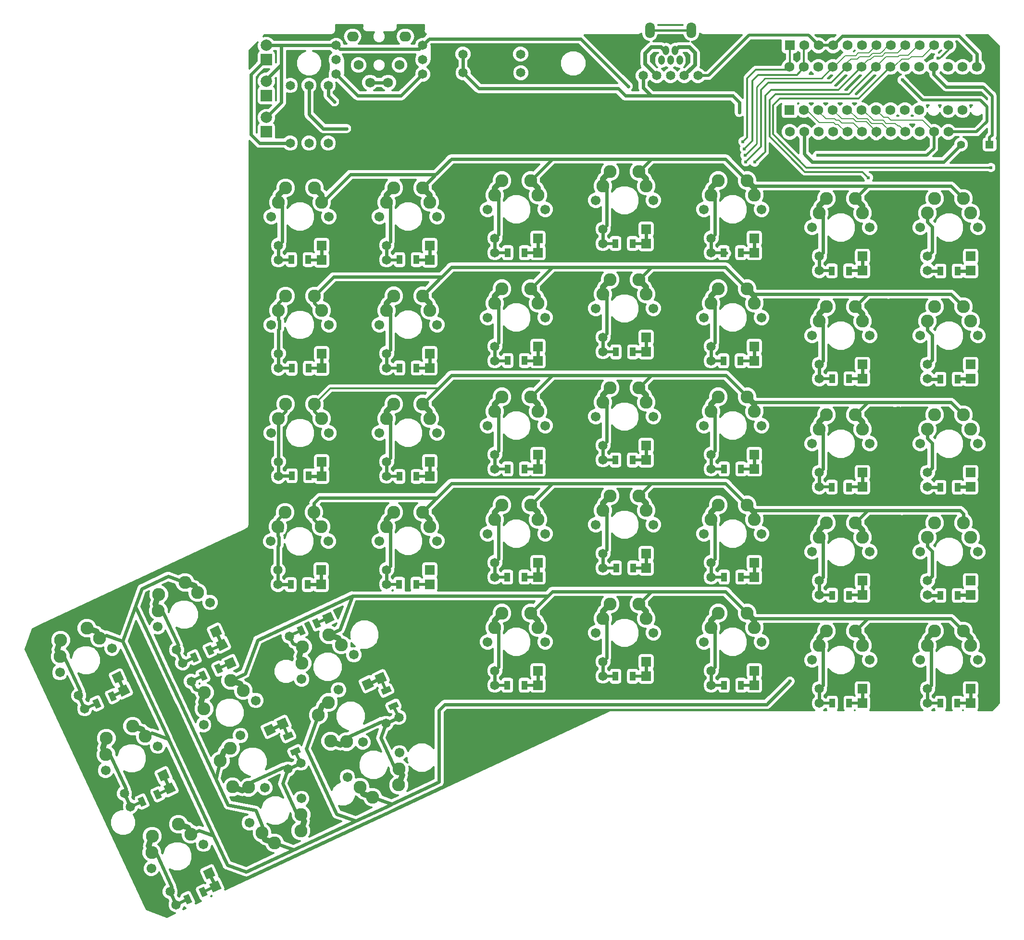
<source format=gbr>
G04 #@! TF.GenerationSoftware,KiCad,Pcbnew,(5.0.1)-rc2*
G04 #@! TF.CreationDate,2018-10-24T13:34:50+02:00*
G04 #@! TF.ProjectId,ErgoDone,4572676F446F6E652E6B696361645F70,rev?*
G04 #@! TF.SameCoordinates,Original*
G04 #@! TF.FileFunction,Copper,L2,Bot,Signal*
G04 #@! TF.FilePolarity,Positive*
%FSLAX46Y46*%
G04 Gerber Fmt 4.6, Leading zero omitted, Abs format (unit mm)*
G04 Created by KiCad (PCBNEW (5.0.1)-rc2) date 2018-10-24 13:34:50*
%MOMM*%
%LPD*%
G01*
G04 APERTURE LIST*
G04 #@! TA.AperFunction,ComponentPad*
%ADD10R,1.651000X1.651000*%
G04 #@! TD*
G04 #@! TA.AperFunction,ComponentPad*
%ADD11C,1.651000*%
G04 #@! TD*
G04 #@! TA.AperFunction,ComponentPad*
%ADD12C,2.286000*%
G04 #@! TD*
G04 #@! TA.AperFunction,ViaPad*
%ADD13C,1.701800*%
G04 #@! TD*
G04 #@! TA.AperFunction,Conductor*
%ADD14C,0.150000*%
G04 #@! TD*
G04 #@! TA.AperFunction,ComponentPad*
%ADD15R,1.400000X1.400000*%
G04 #@! TD*
G04 #@! TA.AperFunction,ComponentPad*
%ADD16C,1.400000*%
G04 #@! TD*
G04 #@! TA.AperFunction,ComponentPad*
%ADD17O,1.143000X1.651000*%
G04 #@! TD*
G04 #@! TA.AperFunction,ComponentPad*
%ADD18O,1.701800X2.794000*%
G04 #@! TD*
G04 #@! TA.AperFunction,ComponentPad*
%ADD19O,2.057400X1.752600*%
G04 #@! TD*
G04 #@! TA.AperFunction,ComponentPad*
%ADD20C,1.752600*%
G04 #@! TD*
G04 #@! TA.AperFunction,ComponentPad*
%ADD21R,2.000000X2.000000*%
G04 #@! TD*
G04 #@! TA.AperFunction,ComponentPad*
%ADD22C,2.000000*%
G04 #@! TD*
G04 #@! TA.AperFunction,ComponentPad*
%ADD23R,1.752600X1.752600*%
G04 #@! TD*
G04 #@! TA.AperFunction,SMDPad,CuDef*
%ADD24R,1.000000X1.600000*%
G04 #@! TD*
G04 #@! TA.AperFunction,SMDPad,CuDef*
%ADD25C,1.000000*%
G04 #@! TD*
G04 #@! TA.AperFunction,ViaPad*
%ADD26C,0.609600*%
G04 #@! TD*
G04 #@! TA.AperFunction,Conductor*
%ADD27C,0.033020*%
G04 #@! TD*
G04 #@! TA.AperFunction,Conductor*
%ADD28C,0.508000*%
G04 #@! TD*
G04 #@! TA.AperFunction,Conductor*
%ADD29C,0.203200*%
G04 #@! TD*
G04 #@! TA.AperFunction,Conductor*
%ADD30C,0.609600*%
G04 #@! TD*
G04 #@! TA.AperFunction,Conductor*
%ADD31C,0.304800*%
G04 #@! TD*
G04 #@! TA.AperFunction,Conductor*
%ADD32C,0.254000*%
G04 #@! TD*
G04 #@! TA.AperFunction,Conductor*
%ADD33C,1.016000*%
G04 #@! TD*
G04 #@! TA.AperFunction,Conductor*
%ADD34C,0.711200*%
G04 #@! TD*
G04 #@! TA.AperFunction,Conductor*
%ADD35C,0.406400*%
G04 #@! TD*
G04 #@! TA.AperFunction,NonConductor*
%ADD36C,0.304800*%
G04 #@! TD*
G04 APERTURE END LIST*
D10*
G04 #@! TO.P,SW2:13,4*
G04 #@! TO.N,/COL0*
X190500000Y-131772660D03*
D11*
G04 #@! TO.P,SW2:13,3*
G04 #@! TO.N,Net-(D77-Pad1)*
X182880000Y-131772660D03*
D10*
G04 #@! TO.P,SW2:13,4*
G04 #@! TO.N,/COL0*
X190500000Y-129232660D03*
D11*
G04 #@! TO.P,SW2:13,3*
G04 #@! TO.N,Net-(D77-Pad1)*
X182880000Y-129232660D03*
D12*
G04 #@! TO.P,SW2:13,2*
X184150000Y-119072660D03*
G04 #@! TO.P,SW2:13,1*
G04 #@! TO.N,/ROW2*
X190500000Y-121612660D03*
D13*
G04 #@! TD*
G04 #@! TO.N,N/C*
G04 #@! TO.C,SW2:13*
X191770000Y-124152660D03*
G04 #@! TO.N,N/C*
G04 #@! TO.C,SW2:13*
X181610000Y-124152660D03*
D12*
G04 #@! TD*
G04 #@! TO.P,SW2:13,2*
G04 #@! TO.N,Net-(D77-Pad1)*
X182880000Y-121612660D03*
G04 #@! TO.P,SW2:13,1*
G04 #@! TO.N,/ROW2*
X189230000Y-119072660D03*
G04 #@! TD*
D10*
G04 #@! TO.P,SW3:13,4*
G04 #@! TO.N,/COL0*
X190500000Y-112722660D03*
D11*
G04 #@! TO.P,SW3:13,3*
G04 #@! TO.N,Net-(D75-Pad1)*
X182880000Y-112722660D03*
D10*
G04 #@! TO.P,SW3:13,4*
G04 #@! TO.N,/COL0*
X190500000Y-110182660D03*
D11*
G04 #@! TO.P,SW3:13,3*
G04 #@! TO.N,Net-(D75-Pad1)*
X182880000Y-110182660D03*
D12*
G04 #@! TO.P,SW3:13,2*
X184150000Y-100022660D03*
G04 #@! TO.P,SW3:13,1*
G04 #@! TO.N,/ROW3*
X190500000Y-102562660D03*
D13*
G04 #@! TD*
G04 #@! TO.N,N/C*
G04 #@! TO.C,SW3:13*
X191770000Y-105102660D03*
G04 #@! TO.N,N/C*
G04 #@! TO.C,SW3:13*
X181610000Y-105102660D03*
D12*
G04 #@! TD*
G04 #@! TO.P,SW3:13,2*
G04 #@! TO.N,Net-(D75-Pad1)*
X182880000Y-102562660D03*
G04 #@! TO.P,SW3:13,1*
G04 #@! TO.N,/ROW3*
X189230000Y-100022660D03*
G04 #@! TD*
D10*
G04 #@! TO.P,SW4:13,4*
G04 #@! TO.N,/COL0*
X190500000Y-93672660D03*
D11*
G04 #@! TO.P,SW4:13,3*
G04 #@! TO.N,Net-(D73-Pad1)*
X182880000Y-93672660D03*
D10*
G04 #@! TO.P,SW4:13,4*
G04 #@! TO.N,/COL0*
X190500000Y-91132660D03*
D11*
G04 #@! TO.P,SW4:13,3*
G04 #@! TO.N,Net-(D73-Pad1)*
X182880000Y-91132660D03*
D12*
G04 #@! TO.P,SW4:13,2*
X184150000Y-80972660D03*
G04 #@! TO.P,SW4:13,1*
G04 #@! TO.N,/ROW4*
X190500000Y-83512660D03*
D13*
G04 #@! TD*
G04 #@! TO.N,N/C*
G04 #@! TO.C,SW4:13*
X191770000Y-86052660D03*
G04 #@! TO.N,N/C*
G04 #@! TO.C,SW4:13*
X181610000Y-86052660D03*
D12*
G04 #@! TD*
G04 #@! TO.P,SW4:13,2*
G04 #@! TO.N,Net-(D73-Pad1)*
X182880000Y-83512660D03*
G04 #@! TO.P,SW4:13,1*
G04 #@! TO.N,/ROW4*
X189230000Y-80972660D03*
G04 #@! TD*
D10*
G04 #@! TO.P,SW5:13,4*
G04 #@! TO.N,/COL0*
X190500000Y-74625200D03*
D11*
G04 #@! TO.P,SW5:13,3*
G04 #@! TO.N,Net-(D71-Pad1)*
X182880000Y-74625200D03*
D10*
G04 #@! TO.P,SW5:13,4*
G04 #@! TO.N,/COL0*
X190500000Y-72085200D03*
D11*
G04 #@! TO.P,SW5:13,3*
G04 #@! TO.N,Net-(D71-Pad1)*
X182880000Y-72085200D03*
D12*
G04 #@! TO.P,SW5:13,2*
X184150000Y-61925200D03*
G04 #@! TO.P,SW5:13,1*
G04 #@! TO.N,/ROW5*
X190500000Y-64465200D03*
D13*
G04 #@! TD*
G04 #@! TO.N,N/C*
G04 #@! TO.C,SW5:13*
X191770000Y-67005200D03*
G04 #@! TO.N,N/C*
G04 #@! TO.C,SW5:13*
X181610000Y-67005200D03*
D12*
G04 #@! TD*
G04 #@! TO.P,SW5:13,2*
G04 #@! TO.N,Net-(D71-Pad1)*
X182880000Y-64465200D03*
G04 #@! TO.P,SW5:13,1*
G04 #@! TO.N,/ROW5*
X189230000Y-61925200D03*
G04 #@! TD*
G04 #@! TO.P,SW4:7,1*
G04 #@! TO.N,/ROW4*
X74932540Y-79082900D03*
G04 #@! TO.P,SW4:7,2*
G04 #@! TO.N,Net-(D3-Pad1)*
X68582540Y-81622900D03*
D13*
G04 #@! TD*
G04 #@! TO.N,N/C*
G04 #@! TO.C,SW4:7*
X67312540Y-84162900D03*
G04 #@! TO.N,N/C*
G04 #@! TO.C,SW4:7*
X77472540Y-84162900D03*
D12*
G04 #@! TD*
G04 #@! TO.P,SW4:7,1*
G04 #@! TO.N,/ROW4*
X76202540Y-81622900D03*
G04 #@! TO.P,SW4:7,2*
G04 #@! TO.N,Net-(D3-Pad1)*
X69852540Y-79082900D03*
D11*
G04 #@! TO.P,SW4:7,3*
X68582540Y-89242900D03*
D10*
G04 #@! TO.P,SW4:7,4*
G04 #@! TO.N,/COL6*
X76202540Y-89242900D03*
D11*
G04 #@! TO.P,SW4:7,3*
G04 #@! TO.N,Net-(D3-Pad1)*
X68582540Y-91782900D03*
D10*
G04 #@! TO.P,SW4:7,4*
G04 #@! TO.N,/COL6*
X76202540Y-91782900D03*
G04 #@! TD*
G04 #@! TO.P,SW3:7,4*
G04 #@! TO.N,/COL6*
X76202540Y-110832900D03*
D11*
G04 #@! TO.P,SW3:7,3*
G04 #@! TO.N,Net-(D801-Pad1)*
X68582540Y-110832900D03*
D10*
G04 #@! TO.P,SW3:7,4*
G04 #@! TO.N,/COL6*
X76202540Y-108292900D03*
D11*
G04 #@! TO.P,SW3:7,3*
G04 #@! TO.N,Net-(D801-Pad1)*
X68582540Y-108292900D03*
D12*
G04 #@! TO.P,SW3:7,2*
X69852540Y-98132900D03*
G04 #@! TO.P,SW3:7,1*
G04 #@! TO.N,/ROW3*
X76202540Y-100672900D03*
D13*
G04 #@! TD*
G04 #@! TO.N,N/C*
G04 #@! TO.C,SW3:7*
X77472540Y-103212900D03*
G04 #@! TO.N,N/C*
G04 #@! TO.C,SW3:7*
X67312540Y-103212900D03*
D12*
G04 #@! TD*
G04 #@! TO.P,SW3:7,2*
G04 #@! TO.N,Net-(D801-Pad1)*
X68582540Y-100672900D03*
G04 #@! TO.P,SW3:7,1*
G04 #@! TO.N,/ROW3*
X74932540Y-98132900D03*
G04 #@! TD*
G04 #@! TO.P,SW2:7,1*
G04 #@! TO.N,/ROW2*
X74846495Y-117200646D03*
G04 #@! TO.P,SW2:7,2*
G04 #@! TO.N,Net-(D5-Pad1)*
X68496495Y-119740646D03*
D13*
G04 #@! TD*
G04 #@! TO.N,N/C*
G04 #@! TO.C,SW2:7*
X67226495Y-122280646D03*
G04 #@! TO.N,N/C*
G04 #@! TO.C,SW2:7*
X77386495Y-122280646D03*
D12*
G04 #@! TD*
G04 #@! TO.P,SW2:7,1*
G04 #@! TO.N,/ROW2*
X76116495Y-119740646D03*
G04 #@! TO.P,SW2:7,2*
G04 #@! TO.N,Net-(D5-Pad1)*
X69766495Y-117200646D03*
D11*
G04 #@! TO.P,SW2:7,3*
X68496495Y-127360646D03*
D10*
G04 #@! TO.P,SW2:7,4*
G04 #@! TO.N,/COL6*
X76116495Y-127360646D03*
D11*
G04 #@! TO.P,SW2:7,3*
G04 #@! TO.N,Net-(D5-Pad1)*
X68496495Y-129900646D03*
D10*
G04 #@! TO.P,SW2:7,4*
G04 #@! TO.N,/COL6*
X76116495Y-129900646D03*
G04 #@! TD*
D12*
G04 #@! TO.P,SW2:8,1*
G04 #@! TO.N,/ROW2*
X93980000Y-117167660D03*
G04 #@! TO.P,SW2:8,2*
G04 #@! TO.N,Net-(D17-Pad1)*
X87630000Y-119707660D03*
D13*
G04 #@! TD*
G04 #@! TO.N,N/C*
G04 #@! TO.C,SW2:8*
X86360000Y-122247660D03*
G04 #@! TO.N,N/C*
G04 #@! TO.C,SW2:8*
X96520000Y-122247660D03*
D12*
G04 #@! TD*
G04 #@! TO.P,SW2:8,1*
G04 #@! TO.N,/ROW2*
X95250000Y-119707660D03*
G04 #@! TO.P,SW2:8,2*
G04 #@! TO.N,Net-(D17-Pad1)*
X88900000Y-117167660D03*
D11*
G04 #@! TO.P,SW2:8,3*
X87630000Y-127327660D03*
D10*
G04 #@! TO.P,SW2:8,4*
G04 #@! TO.N,/COL5*
X95250000Y-127327660D03*
D11*
G04 #@! TO.P,SW2:8,3*
G04 #@! TO.N,Net-(D17-Pad1)*
X87630000Y-129867660D03*
D10*
G04 #@! TO.P,SW2:8,4*
G04 #@! TO.N,/COL5*
X95250000Y-129867660D03*
G04 #@! TD*
D12*
G04 #@! TO.P,SW0:8,1*
G04 #@! TO.N,/ROW0*
X52118441Y-129541946D03*
G04 #@! TO.P,SW0:8,2*
G04 #@! TO.N,Net-(D21-Pad1)*
X47436837Y-134527594D03*
D13*
G04 #@! TD*
G04 #@! TO.N,N/C*
G04 #@! TO.C,SW0:8*
X47359276Y-137366341D03*
G04 #@! TO.N,N/C*
G04 #@! TO.C,SW0:8*
X56567364Y-133072539D03*
D12*
G04 #@! TD*
G04 #@! TO.P,SW0:8,1*
G04 #@! TO.N,/ROW0*
X54342902Y-131307243D03*
G04 #@! TO.P,SW0:8,2*
G04 #@! TO.N,Net-(D21-Pad1)*
X47514397Y-131688847D03*
D11*
G04 #@! TO.P,SW0:8,3*
X50657188Y-141433659D03*
G04 #@! TO.P,SW0:8,4*
G04 #@! TO.N,/COL5*
X57563253Y-138213308D03*
D14*
G04 #@! TD*
G04 #@! TO.N,/COL5*
G04 #@! TO.C,SW0:8*
G36*
X57163967Y-139310336D02*
X56466225Y-137814022D01*
X57962539Y-137116280D01*
X58660281Y-138612594D01*
X57163967Y-139310336D01*
X57163967Y-139310336D01*
G37*
D11*
G04 #@! TO.P,SW0:8,3*
G04 #@! TO.N,Net-(D21-Pad1)*
X51730638Y-143735681D03*
G04 #@! TO.P,SW0:8,4*
G04 #@! TO.N,/COL5*
X58636704Y-140515330D03*
D14*
G04 #@! TD*
G04 #@! TO.N,/COL5*
G04 #@! TO.C,SW0:8*
G36*
X58237418Y-141612358D02*
X57539676Y-140116044D01*
X59035990Y-139418302D01*
X59733732Y-140914616D01*
X58237418Y-141612358D01*
X58237418Y-141612358D01*
G37*
D15*
G04 #@! TO.P,C1,1*
G04 #@! TO.N,VCC*
X193827400Y-52374800D03*
D16*
G04 #@! TO.P,C1,2*
G04 #@! TO.N,GND*
X188827400Y-52374800D03*
G04 #@! TD*
D17*
G04 #@! TO.P,J1,1*
G04 #@! TO.N,VCC*
X136042400Y-37553900D03*
G04 #@! TO.P,J1,2*
G04 #@! TO.N,Net-(J1-Pad2)*
X136842500Y-35806380D03*
G04 #@! TO.P,J1,3*
G04 #@! TO.N,Net-(J1-Pad3)*
X137642600Y-37553900D03*
G04 #@! TO.P,J1,4*
G04 #@! TO.N,Net-(J1-Pad4)*
X138442700Y-35806380D03*
G04 #@! TO.P,J1,5*
G04 #@! TO.N,GND*
X139242800Y-37553900D03*
D18*
G04 #@! TO.P,J1,6*
G04 #@! TO.N,Net-(J1-Pad6)*
X141290040Y-32230060D03*
X133995160Y-32230060D03*
D11*
G04 #@! TO.P,J1,2*
G04 #@! TO.N,Net-(J1-Pad2)*
X135229600Y-40259000D03*
G04 #@! TO.P,J1,1*
G04 #@! TO.N,VCC*
X132816600Y-40259000D03*
G04 #@! TO.P,J1,3*
G04 #@! TO.N,Net-(J1-Pad3)*
X137642600Y-40259000D03*
G04 #@! TO.P,J1,5*
G04 #@! TO.N,GND*
X142468600Y-40259000D03*
G04 #@! TO.P,J1,4*
G04 #@! TO.N,Net-(J1-Pad4)*
X140055600Y-40259000D03*
G04 #@! TD*
D19*
G04 #@! TO.P,J2,1*
G04 #@! TO.N,Net-(J2-Pad1)*
X90957400Y-33375600D03*
D20*
G04 #@! TO.P,J2,2*
G04 #@! TO.N,VCC*
X82702400Y-38379400D03*
G04 #@! TO.P,J2,3*
G04 #@! TO.N,/SCLM*
X87909400Y-41478200D03*
D19*
G04 #@! TO.P,J2,4*
G04 #@! TO.N,Net-(J2-Pad4)*
X81661000Y-33375600D03*
D20*
G04 #@! TO.P,J2,5*
G04 #@! TO.N,/SCLM*
X84709000Y-41478200D03*
G04 #@! TO.P,J2,6*
G04 #@! TO.N,VCC*
X89916000Y-38379400D03*
G04 #@! TD*
D11*
G04 #@! TO.P,J3,1*
G04 #@! TO.N,/SDAM*
X93980000Y-40005000D03*
G04 #@! TO.P,J3,2*
G04 #@! TO.N,Net-(J2-Pad1)*
X93980000Y-37465000D03*
G04 #@! TO.P,J3,3*
G04 #@! TO.N,GND*
X93980000Y-34925000D03*
G04 #@! TD*
G04 #@! TO.P,J4,1*
G04 #@! TO.N,/SDAM*
X78740000Y-40005000D03*
G04 #@! TO.P,J4,2*
G04 #@! TO.N,Net-(J2-Pad4)*
X78740000Y-37465000D03*
G04 #@! TO.P,J4,3*
G04 #@! TO.N,GND*
X78740000Y-34925000D03*
G04 #@! TD*
D21*
G04 #@! TO.P,LED_A1,1*
G04 #@! TO.N,Net-(LED_A1-Pad1)*
X66465000Y-37465000D03*
D22*
G04 #@! TO.P,LED_A1,2*
G04 #@! TO.N,GND*
X66465000Y-34925000D03*
G04 #@! TD*
D21*
G04 #@! TO.P,LED_B1,1*
G04 #@! TO.N,Net-(LED_B1-Pad1)*
X66465000Y-43765000D03*
D22*
G04 #@! TO.P,LED_B1,2*
G04 #@! TO.N,GND*
X66465000Y-41225000D03*
G04 #@! TD*
D21*
G04 #@! TO.P,LED_C1,1*
G04 #@! TO.N,Net-(LED_C1-Pad1)*
X66465000Y-50165000D03*
D22*
G04 #@! TO.P,LED_C1,2*
G04 #@! TO.N,GND*
X66465000Y-47625000D03*
G04 #@! TD*
D11*
G04 #@! TO.P,R1,1*
G04 #@! TO.N,VCC*
X101085000Y-36465000D03*
G04 #@! TO.P,R1,2*
G04 #@! TO.N,/SDAM*
X111245000Y-36465000D03*
G04 #@! TD*
G04 #@! TO.P,R2,1*
G04 #@! TO.N,VCC*
X101092000Y-39751000D03*
G04 #@! TO.P,R2,2*
G04 #@! TO.N,/SCLM*
X111252000Y-39751000D03*
G04 #@! TD*
G04 #@! TO.P,RA1,1*
G04 #@! TO.N,/LED_A*
X70665000Y-41985000D03*
G04 #@! TO.P,RA1,2*
G04 #@! TO.N,Net-(LED_A1-Pad1)*
X70665000Y-52145000D03*
G04 #@! TD*
G04 #@! TO.P,RB1,1*
G04 #@! TO.N,/LED_B*
X73965000Y-41985000D03*
G04 #@! TO.P,RB1,2*
G04 #@! TO.N,Net-(LED_B1-Pad1)*
X73965000Y-52145000D03*
G04 #@! TD*
G04 #@! TO.P,RC1,1*
G04 #@! TO.N,/LED_C*
X77365000Y-41985000D03*
G04 #@! TO.P,RC1,2*
G04 #@! TO.N,Net-(LED_C1-Pad1)*
X77365000Y-52145000D03*
G04 #@! TD*
D12*
G04 #@! TO.P,SW0:7,1*
G04 #@! TO.N,/ROW0*
X34854061Y-137591206D03*
G04 #@! TO.P,SW0:7,2*
G04 #@! TO.N,Net-(D10-Pad1)*
X30172457Y-142576854D03*
D13*
G04 #@! TD*
G04 #@! TO.N,N/C*
G04 #@! TO.C,SW0:7*
X30094896Y-145415601D03*
G04 #@! TO.N,N/C*
G04 #@! TO.C,SW0:7*
X39302984Y-141121799D03*
D12*
G04 #@! TD*
G04 #@! TO.P,SW0:7,1*
G04 #@! TO.N,/ROW0*
X37078522Y-139356503D03*
G04 #@! TO.P,SW0:7,2*
G04 #@! TO.N,Net-(D10-Pad1)*
X30250017Y-139738107D03*
D11*
G04 #@! TO.P,SW0:7,3*
X33392808Y-149482919D03*
G04 #@! TO.P,SW0:7,4*
G04 #@! TO.N,/COL6*
X40298873Y-146262568D03*
D14*
G04 #@! TD*
G04 #@! TO.N,/COL6*
G04 #@! TO.C,SW0:7*
G36*
X39899587Y-147359596D02*
X39201845Y-145863282D01*
X40698159Y-145165540D01*
X41395901Y-146661854D01*
X39899587Y-147359596D01*
X39899587Y-147359596D01*
G37*
D11*
G04 #@! TO.P,SW0:7,3*
G04 #@! TO.N,Net-(D10-Pad1)*
X34466258Y-151784941D03*
G04 #@! TO.P,SW0:7,4*
G04 #@! TO.N,/COL6*
X41372324Y-148564590D03*
D14*
G04 #@! TD*
G04 #@! TO.N,/COL6*
G04 #@! TO.C,SW0:7*
G36*
X40973038Y-149661618D02*
X40275296Y-148165304D01*
X41771610Y-147467562D01*
X42469352Y-148963876D01*
X40973038Y-149661618D01*
X40973038Y-149661618D01*
G37*
D12*
G04 #@! TO.P,SW0:9,1*
G04 #@! TO.N,/ROW0*
X42903321Y-154855586D03*
G04 #@! TO.P,SW0:9,2*
G04 #@! TO.N,Net-(D33-Pad1)*
X38221717Y-159841234D03*
D13*
G04 #@! TD*
G04 #@! TO.N,N/C*
G04 #@! TO.C,SW0:9*
X38144156Y-162679981D03*
G04 #@! TO.N,N/C*
G04 #@! TO.C,SW0:9*
X47352244Y-158386179D03*
D12*
G04 #@! TD*
G04 #@! TO.P,SW0:9,1*
G04 #@! TO.N,/ROW0*
X45127782Y-156620883D03*
G04 #@! TO.P,SW0:9,2*
G04 #@! TO.N,Net-(D33-Pad1)*
X38299277Y-157002487D03*
D11*
G04 #@! TO.P,SW0:9,3*
X41442068Y-166747299D03*
G04 #@! TO.P,SW0:9,4*
G04 #@! TO.N,/COL4*
X48348133Y-163526948D03*
D14*
G04 #@! TD*
G04 #@! TO.N,/COL4*
G04 #@! TO.C,SW0:9*
G36*
X47948847Y-164623976D02*
X47251105Y-163127662D01*
X48747419Y-162429920D01*
X49445161Y-163926234D01*
X47948847Y-164623976D01*
X47948847Y-164623976D01*
G37*
D11*
G04 #@! TO.P,SW0:9,3*
G04 #@! TO.N,Net-(D33-Pad1)*
X42515518Y-169049321D03*
G04 #@! TO.P,SW0:9,4*
G04 #@! TO.N,/COL4*
X49421584Y-165828970D03*
D14*
G04 #@! TD*
G04 #@! TO.N,/COL4*
G04 #@! TO.C,SW0:9*
G36*
X49022298Y-166925998D02*
X48324556Y-165429684D01*
X49820870Y-164731942D01*
X50518612Y-166228256D01*
X49022298Y-166925998D01*
X49022298Y-166925998D01*
G37*
D12*
G04 #@! TO.P,SW0:10,1*
G04 #@! TO.N,/ROW0*
X75625366Y-152910359D03*
G04 #@! TO.P,SW0:10,2*
G04 #@! TO.N,Net-(D45-Pad1)*
X80611014Y-157591963D03*
D13*
G04 #@! TD*
G04 #@! TO.N,N/C*
G04 #@! TO.C,SW0:10*
X83449761Y-157669524D03*
G04 #@! TO.N,N/C*
G04 #@! TO.C,SW0:10*
X79155959Y-148461436D03*
D12*
G04 #@! TD*
G04 #@! TO.P,SW0:10,1*
G04 #@! TO.N,/ROW0*
X77390663Y-150685898D03*
G04 #@! TO.P,SW0:10,2*
G04 #@! TO.N,Net-(D45-Pad1)*
X77772267Y-157514403D03*
D11*
G04 #@! TO.P,SW0:10,3*
X87517079Y-154371612D03*
G04 #@! TO.P,SW0:10,4*
G04 #@! TO.N,/COL10*
X84296728Y-147465547D03*
D14*
G04 #@! TD*
G04 #@! TO.N,/COL10*
G04 #@! TO.C,SW0:10*
G36*
X85393756Y-147864833D02*
X83897442Y-148562575D01*
X83199700Y-147066261D01*
X84696014Y-146368519D01*
X85393756Y-147864833D01*
X85393756Y-147864833D01*
G37*
D11*
G04 #@! TO.P,SW0:10,3*
G04 #@! TO.N,Net-(D45-Pad1)*
X89819101Y-153298162D03*
G04 #@! TO.P,SW0:10,4*
G04 #@! TO.N,/COL10*
X86598750Y-146392096D03*
D14*
G04 #@! TD*
G04 #@! TO.N,/COL10*
G04 #@! TO.C,SW0:10*
G36*
X87695778Y-146791382D02*
X86199464Y-147489124D01*
X85501722Y-145992810D01*
X86998036Y-145295068D01*
X87695778Y-146791382D01*
X87695778Y-146791382D01*
G37*
D12*
G04 #@! TO.P,SW0:11,1*
G04 #@! TO.N,/ROW0*
X58360986Y-160962159D03*
G04 #@! TO.P,SW0:11,2*
G04 #@! TO.N,Net-(D57-Pad1)*
X63346634Y-165643763D03*
D13*
G04 #@! TD*
G04 #@! TO.N,N/C*
G04 #@! TO.C,SW0:11*
X66185381Y-165721324D03*
G04 #@! TO.N,N/C*
G04 #@! TO.C,SW0:11*
X61891579Y-156513236D03*
D12*
G04 #@! TD*
G04 #@! TO.P,SW0:11,1*
G04 #@! TO.N,/ROW0*
X60126283Y-158737698D03*
G04 #@! TO.P,SW0:11,2*
G04 #@! TO.N,Net-(D57-Pad1)*
X60507887Y-165566203D03*
D11*
G04 #@! TO.P,SW0:11,3*
X70252699Y-162423412D03*
G04 #@! TO.P,SW0:11,4*
G04 #@! TO.N,/COL11*
X67032348Y-155517347D03*
D14*
G04 #@! TD*
G04 #@! TO.N,/COL11*
G04 #@! TO.C,SW0:11*
G36*
X68129376Y-155916633D02*
X66633062Y-156614375D01*
X65935320Y-155118061D01*
X67431634Y-154420319D01*
X68129376Y-155916633D01*
X68129376Y-155916633D01*
G37*
D11*
G04 #@! TO.P,SW0:11,3*
G04 #@! TO.N,Net-(D57-Pad1)*
X72554721Y-161349962D03*
G04 #@! TO.P,SW0:11,4*
G04 #@! TO.N,/COL11*
X69334370Y-154443896D03*
D14*
G04 #@! TD*
G04 #@! TO.N,/COL11*
G04 #@! TO.C,SW0:11*
G36*
X70431398Y-154843182D02*
X68935084Y-155540924D01*
X68237342Y-154044610D01*
X69733656Y-153346868D01*
X70431398Y-154843182D01*
X70431398Y-154843182D01*
G37*
D12*
G04 #@! TO.P,SW0:12,1*
G04 #@! TO.N,/ROW0*
X50955121Y-172122506D03*
G04 #@! TO.P,SW0:12,2*
G04 #@! TO.N,Net-(D69-Pad1)*
X46273517Y-177108154D03*
D13*
G04 #@! TD*
G04 #@! TO.N,N/C*
G04 #@! TO.C,SW0:12*
X46195956Y-179946901D03*
G04 #@! TO.N,N/C*
G04 #@! TO.C,SW0:12*
X55404044Y-175653099D03*
D12*
G04 #@! TD*
G04 #@! TO.P,SW0:12,1*
G04 #@! TO.N,/ROW0*
X53179582Y-173887803D03*
G04 #@! TO.P,SW0:12,2*
G04 #@! TO.N,Net-(D69-Pad1)*
X46351077Y-174269407D03*
D11*
G04 #@! TO.P,SW0:12,3*
X49493868Y-184014219D03*
G04 #@! TO.P,SW0:12,4*
G04 #@! TO.N,/COL1*
X56399933Y-180793868D03*
D14*
G04 #@! TD*
G04 #@! TO.N,/COL1*
G04 #@! TO.C,SW0:12*
G36*
X56000647Y-181890896D02*
X55302905Y-180394582D01*
X56799219Y-179696840D01*
X57496961Y-181193154D01*
X56000647Y-181890896D01*
X56000647Y-181890896D01*
G37*
D11*
G04 #@! TO.P,SW0:12,3*
G04 #@! TO.N,Net-(D69-Pad1)*
X50567318Y-186316241D03*
G04 #@! TO.P,SW0:12,4*
G04 #@! TO.N,/COL1*
X57473384Y-183095890D03*
D14*
G04 #@! TD*
G04 #@! TO.N,/COL1*
G04 #@! TO.C,SW0:12*
G36*
X57074098Y-184192918D02*
X56376356Y-182696604D01*
X57872670Y-181998862D01*
X58570412Y-183495176D01*
X57074098Y-184192918D01*
X57074098Y-184192918D01*
G37*
D12*
G04 #@! TO.P,SW1:9,1*
G04 #@! TO.N,/ROW1*
X113030000Y-134947660D03*
G04 #@! TO.P,SW1:9,2*
G04 #@! TO.N,Net-(D31-Pad1)*
X106680000Y-137487660D03*
D13*
G04 #@! TD*
G04 #@! TO.N,N/C*
G04 #@! TO.C,SW1:9*
X105410000Y-140027660D03*
G04 #@! TO.N,N/C*
G04 #@! TO.C,SW1:9*
X115570000Y-140027660D03*
D12*
G04 #@! TD*
G04 #@! TO.P,SW1:9,1*
G04 #@! TO.N,/ROW1*
X114300000Y-137487660D03*
G04 #@! TO.P,SW1:9,2*
G04 #@! TO.N,Net-(D31-Pad1)*
X107950000Y-134947660D03*
D11*
G04 #@! TO.P,SW1:9,3*
X106680000Y-145107660D03*
D10*
G04 #@! TO.P,SW1:9,4*
G04 #@! TO.N,/COL4*
X114300000Y-145107660D03*
D11*
G04 #@! TO.P,SW1:9,3*
G04 #@! TO.N,Net-(D31-Pad1)*
X106680000Y-147647660D03*
D10*
G04 #@! TO.P,SW1:9,4*
G04 #@! TO.N,/COL4*
X114300000Y-147647660D03*
G04 #@! TD*
D12*
G04 #@! TO.P,SW1:10,1*
G04 #@! TO.N,/ROW1*
X132080000Y-133350000D03*
G04 #@! TO.P,SW1:10,2*
G04 #@! TO.N,Net-(D43-Pad1)*
X125730000Y-135890000D03*
D13*
G04 #@! TD*
G04 #@! TO.N,N/C*
G04 #@! TO.C,SW1:10*
X124460000Y-138430000D03*
G04 #@! TO.N,N/C*
G04 #@! TO.C,SW1:10*
X134620000Y-138430000D03*
D12*
G04 #@! TD*
G04 #@! TO.P,SW1:10,1*
G04 #@! TO.N,/ROW1*
X133350000Y-135890000D03*
G04 #@! TO.P,SW1:10,2*
G04 #@! TO.N,Net-(D43-Pad1)*
X127000000Y-133350000D03*
D11*
G04 #@! TO.P,SW1:10,3*
X125730000Y-143510000D03*
D10*
G04 #@! TO.P,SW1:10,4*
G04 #@! TO.N,/COL10*
X133350000Y-143510000D03*
D11*
G04 #@! TO.P,SW1:10,3*
G04 #@! TO.N,Net-(D43-Pad1)*
X125730000Y-146050000D03*
D10*
G04 #@! TO.P,SW1:10,4*
G04 #@! TO.N,/COL10*
X133350000Y-146050000D03*
G04 #@! TD*
D12*
G04 #@! TO.P,SW1:11,1*
G04 #@! TO.N,/ROW1*
X151130000Y-134947660D03*
G04 #@! TO.P,SW1:11,2*
G04 #@! TO.N,Net-(D55-Pad1)*
X144780000Y-137487660D03*
D13*
G04 #@! TD*
G04 #@! TO.N,N/C*
G04 #@! TO.C,SW1:11*
X143510000Y-140027660D03*
G04 #@! TO.N,N/C*
G04 #@! TO.C,SW1:11*
X153670000Y-140027660D03*
D12*
G04 #@! TD*
G04 #@! TO.P,SW1:11,1*
G04 #@! TO.N,/ROW1*
X152400000Y-137487660D03*
G04 #@! TO.P,SW1:11,2*
G04 #@! TO.N,Net-(D55-Pad1)*
X146050000Y-134947660D03*
D11*
G04 #@! TO.P,SW1:11,3*
X144780000Y-145107660D03*
D10*
G04 #@! TO.P,SW1:11,4*
G04 #@! TO.N,/COL11*
X152400000Y-145107660D03*
D11*
G04 #@! TO.P,SW1:11,3*
G04 #@! TO.N,Net-(D55-Pad1)*
X144780000Y-147647660D03*
D10*
G04 #@! TO.P,SW1:11,4*
G04 #@! TO.N,/COL11*
X152400000Y-147647660D03*
G04 #@! TD*
D12*
G04 #@! TO.P,SW1:12,1*
G04 #@! TO.N,/ROW1*
X170180000Y-138122660D03*
G04 #@! TO.P,SW1:12,2*
G04 #@! TO.N,Net-(D67-Pad1)*
X163830000Y-140662660D03*
D13*
G04 #@! TD*
G04 #@! TO.N,N/C*
G04 #@! TO.C,SW1:12*
X162560000Y-143202660D03*
G04 #@! TO.N,N/C*
G04 #@! TO.C,SW1:12*
X172720000Y-143202660D03*
D12*
G04 #@! TD*
G04 #@! TO.P,SW1:12,1*
G04 #@! TO.N,/ROW1*
X171450000Y-140662660D03*
G04 #@! TO.P,SW1:12,2*
G04 #@! TO.N,Net-(D67-Pad1)*
X165100000Y-138122660D03*
D11*
G04 #@! TO.P,SW1:12,3*
X163830000Y-148282660D03*
D10*
G04 #@! TO.P,SW1:12,4*
G04 #@! TO.N,/COL1*
X171450000Y-148282660D03*
D11*
G04 #@! TO.P,SW1:12,3*
G04 #@! TO.N,Net-(D67-Pad1)*
X163830000Y-150822660D03*
D10*
G04 #@! TO.P,SW1:12,4*
G04 #@! TO.N,/COL1*
X171450000Y-150822660D03*
G04 #@! TD*
D12*
G04 #@! TO.P,SW1:13,1*
G04 #@! TO.N,/ROW1*
X189230000Y-138122660D03*
G04 #@! TO.P,SW1:13,2*
G04 #@! TO.N,Net-(D79-Pad1)*
X182880000Y-140662660D03*
D13*
G04 #@! TD*
G04 #@! TO.N,N/C*
G04 #@! TO.C,SW1:13*
X181610000Y-143202660D03*
G04 #@! TO.N,N/C*
G04 #@! TO.C,SW1:13*
X191770000Y-143202660D03*
D12*
G04 #@! TD*
G04 #@! TO.P,SW1:13,1*
G04 #@! TO.N,/ROW1*
X190500000Y-140662660D03*
G04 #@! TO.P,SW1:13,2*
G04 #@! TO.N,Net-(D79-Pad1)*
X184150000Y-138122660D03*
D11*
G04 #@! TO.P,SW1:13,3*
X182880000Y-148282660D03*
D10*
G04 #@! TO.P,SW1:13,4*
G04 #@! TO.N,/COL0*
X190500000Y-148282660D03*
D11*
G04 #@! TO.P,SW1:13,3*
G04 #@! TO.N,Net-(D79-Pad1)*
X182880000Y-150822660D03*
D10*
G04 #@! TO.P,SW1:13,4*
G04 #@! TO.N,/COL0*
X190500000Y-150822660D03*
G04 #@! TD*
D12*
G04 #@! TO.P,SW2:9,1*
G04 #@! TO.N,/ROW2*
X113030000Y-115897660D03*
G04 #@! TO.P,SW2:9,2*
G04 #@! TO.N,Net-(D29-Pad1)*
X106680000Y-118437660D03*
D13*
G04 #@! TD*
G04 #@! TO.N,N/C*
G04 #@! TO.C,SW2:9*
X105410000Y-120977660D03*
G04 #@! TO.N,N/C*
G04 #@! TO.C,SW2:9*
X115570000Y-120977660D03*
D12*
G04 #@! TD*
G04 #@! TO.P,SW2:9,1*
G04 #@! TO.N,/ROW2*
X114300000Y-118437660D03*
G04 #@! TO.P,SW2:9,2*
G04 #@! TO.N,Net-(D29-Pad1)*
X107950000Y-115897660D03*
D11*
G04 #@! TO.P,SW2:9,3*
X106680000Y-126057660D03*
D10*
G04 #@! TO.P,SW2:9,4*
G04 #@! TO.N,/COL4*
X114300000Y-126057660D03*
D11*
G04 #@! TO.P,SW2:9,3*
G04 #@! TO.N,Net-(D29-Pad1)*
X106680000Y-128597660D03*
D10*
G04 #@! TO.P,SW2:9,4*
G04 #@! TO.N,/COL4*
X114300000Y-128597660D03*
G04 #@! TD*
D12*
G04 #@! TO.P,SW2:10,1*
G04 #@! TO.N,/ROW2*
X132080000Y-114300000D03*
G04 #@! TO.P,SW2:10,2*
G04 #@! TO.N,Net-(D41-Pad1)*
X125730000Y-116840000D03*
D13*
G04 #@! TD*
G04 #@! TO.N,N/C*
G04 #@! TO.C,SW2:10*
X124460000Y-119380000D03*
G04 #@! TO.N,N/C*
G04 #@! TO.C,SW2:10*
X134620000Y-119380000D03*
D12*
G04 #@! TD*
G04 #@! TO.P,SW2:10,1*
G04 #@! TO.N,/ROW2*
X133350000Y-116840000D03*
G04 #@! TO.P,SW2:10,2*
G04 #@! TO.N,Net-(D41-Pad1)*
X127000000Y-114300000D03*
D11*
G04 #@! TO.P,SW2:10,3*
X125730000Y-124460000D03*
D10*
G04 #@! TO.P,SW2:10,4*
G04 #@! TO.N,/COL10*
X133350000Y-124460000D03*
D11*
G04 #@! TO.P,SW2:10,3*
G04 #@! TO.N,Net-(D41-Pad1)*
X125730000Y-127000000D03*
D10*
G04 #@! TO.P,SW2:10,4*
G04 #@! TO.N,/COL10*
X133350000Y-127000000D03*
G04 #@! TD*
D12*
G04 #@! TO.P,SW2:11,1*
G04 #@! TO.N,/ROW2*
X151130000Y-115897660D03*
G04 #@! TO.P,SW2:11,2*
G04 #@! TO.N,Net-(D53-Pad1)*
X144780000Y-118437660D03*
D13*
G04 #@! TD*
G04 #@! TO.N,N/C*
G04 #@! TO.C,SW2:11*
X143510000Y-120977660D03*
G04 #@! TO.N,N/C*
G04 #@! TO.C,SW2:11*
X153670000Y-120977660D03*
D12*
G04 #@! TD*
G04 #@! TO.P,SW2:11,1*
G04 #@! TO.N,/ROW2*
X152400000Y-118437660D03*
G04 #@! TO.P,SW2:11,2*
G04 #@! TO.N,Net-(D53-Pad1)*
X146050000Y-115897660D03*
D11*
G04 #@! TO.P,SW2:11,3*
X144780000Y-126057660D03*
D10*
G04 #@! TO.P,SW2:11,4*
G04 #@! TO.N,/COL11*
X152400000Y-126057660D03*
D11*
G04 #@! TO.P,SW2:11,3*
G04 #@! TO.N,Net-(D53-Pad1)*
X144780000Y-128597660D03*
D10*
G04 #@! TO.P,SW2:11,4*
G04 #@! TO.N,/COL11*
X152400000Y-128597660D03*
G04 #@! TD*
D12*
G04 #@! TO.P,SW2:12,1*
G04 #@! TO.N,/ROW2*
X170180000Y-119072660D03*
G04 #@! TO.P,SW2:12,2*
G04 #@! TO.N,Net-(D65-Pad1)*
X163830000Y-121612660D03*
D13*
G04 #@! TD*
G04 #@! TO.N,N/C*
G04 #@! TO.C,SW2:12*
X162560000Y-124152660D03*
G04 #@! TO.N,N/C*
G04 #@! TO.C,SW2:12*
X172720000Y-124152660D03*
D12*
G04 #@! TD*
G04 #@! TO.P,SW2:12,1*
G04 #@! TO.N,/ROW2*
X171450000Y-121612660D03*
G04 #@! TO.P,SW2:12,2*
G04 #@! TO.N,Net-(D65-Pad1)*
X165100000Y-119072660D03*
D11*
G04 #@! TO.P,SW2:12,3*
X163830000Y-129232660D03*
D10*
G04 #@! TO.P,SW2:12,4*
G04 #@! TO.N,/COL1*
X171450000Y-129232660D03*
D11*
G04 #@! TO.P,SW2:12,3*
G04 #@! TO.N,Net-(D65-Pad1)*
X163830000Y-131772660D03*
D10*
G04 #@! TO.P,SW2:12,4*
G04 #@! TO.N,/COL1*
X171450000Y-131772660D03*
G04 #@! TD*
D12*
G04 #@! TO.P,SW3:8,1*
G04 #@! TO.N,/ROW3*
X93980000Y-98117660D03*
G04 #@! TO.P,SW3:8,2*
G04 #@! TO.N,Net-(D15-Pad1)*
X87630000Y-100657660D03*
D13*
G04 #@! TD*
G04 #@! TO.N,N/C*
G04 #@! TO.C,SW3:8*
X86360000Y-103197660D03*
G04 #@! TO.N,N/C*
G04 #@! TO.C,SW3:8*
X96520000Y-103197660D03*
D12*
G04 #@! TD*
G04 #@! TO.P,SW3:8,1*
G04 #@! TO.N,/ROW3*
X95250000Y-100657660D03*
G04 #@! TO.P,SW3:8,2*
G04 #@! TO.N,Net-(D15-Pad1)*
X88900000Y-98117660D03*
D11*
G04 #@! TO.P,SW3:8,3*
X87630000Y-108277660D03*
D10*
G04 #@! TO.P,SW3:8,4*
G04 #@! TO.N,/COL5*
X95250000Y-108277660D03*
D11*
G04 #@! TO.P,SW3:8,3*
G04 #@! TO.N,Net-(D15-Pad1)*
X87630000Y-110817660D03*
D10*
G04 #@! TO.P,SW3:8,4*
G04 #@! TO.N,/COL5*
X95250000Y-110817660D03*
G04 #@! TD*
D12*
G04 #@! TO.P,SW3:9,1*
G04 #@! TO.N,/ROW3*
X113030000Y-96847660D03*
G04 #@! TO.P,SW3:9,2*
G04 #@! TO.N,Net-(D27-Pad1)*
X106680000Y-99387660D03*
D13*
G04 #@! TD*
G04 #@! TO.N,N/C*
G04 #@! TO.C,SW3:9*
X105410000Y-101927660D03*
G04 #@! TO.N,N/C*
G04 #@! TO.C,SW3:9*
X115570000Y-101927660D03*
D12*
G04 #@! TD*
G04 #@! TO.P,SW3:9,1*
G04 #@! TO.N,/ROW3*
X114300000Y-99387660D03*
G04 #@! TO.P,SW3:9,2*
G04 #@! TO.N,Net-(D27-Pad1)*
X107950000Y-96847660D03*
D11*
G04 #@! TO.P,SW3:9,3*
X106680000Y-107007660D03*
D10*
G04 #@! TO.P,SW3:9,4*
G04 #@! TO.N,/COL4*
X114300000Y-107007660D03*
D11*
G04 #@! TO.P,SW3:9,3*
G04 #@! TO.N,Net-(D27-Pad1)*
X106680000Y-109547660D03*
D10*
G04 #@! TO.P,SW3:9,4*
G04 #@! TO.N,/COL4*
X114300000Y-109547660D03*
G04 #@! TD*
D12*
G04 #@! TO.P,SW3:10,1*
G04 #@! TO.N,/ROW3*
X132080000Y-95250000D03*
G04 #@! TO.P,SW3:10,2*
G04 #@! TO.N,Net-(D39-Pad1)*
X125730000Y-97790000D03*
D13*
G04 #@! TD*
G04 #@! TO.N,N/C*
G04 #@! TO.C,SW3:10*
X124460000Y-100330000D03*
G04 #@! TO.N,N/C*
G04 #@! TO.C,SW3:10*
X134620000Y-100330000D03*
D12*
G04 #@! TD*
G04 #@! TO.P,SW3:10,1*
G04 #@! TO.N,/ROW3*
X133350000Y-97790000D03*
G04 #@! TO.P,SW3:10,2*
G04 #@! TO.N,Net-(D39-Pad1)*
X127000000Y-95250000D03*
D11*
G04 #@! TO.P,SW3:10,3*
X125730000Y-105410000D03*
D10*
G04 #@! TO.P,SW3:10,4*
G04 #@! TO.N,/COL10*
X133350000Y-105410000D03*
D11*
G04 #@! TO.P,SW3:10,3*
G04 #@! TO.N,Net-(D39-Pad1)*
X125730000Y-107950000D03*
D10*
G04 #@! TO.P,SW3:10,4*
G04 #@! TO.N,/COL10*
X133350000Y-107950000D03*
G04 #@! TD*
D12*
G04 #@! TO.P,SW3:11,1*
G04 #@! TO.N,/ROW3*
X151130000Y-96847660D03*
G04 #@! TO.P,SW3:11,2*
G04 #@! TO.N,Net-(D51-Pad1)*
X144780000Y-99387660D03*
D13*
G04 #@! TD*
G04 #@! TO.N,N/C*
G04 #@! TO.C,SW3:11*
X143510000Y-101927660D03*
G04 #@! TO.N,N/C*
G04 #@! TO.C,SW3:11*
X153670000Y-101927660D03*
D12*
G04 #@! TD*
G04 #@! TO.P,SW3:11,1*
G04 #@! TO.N,/ROW3*
X152400000Y-99387660D03*
G04 #@! TO.P,SW3:11,2*
G04 #@! TO.N,Net-(D51-Pad1)*
X146050000Y-96847660D03*
D11*
G04 #@! TO.P,SW3:11,3*
X144780000Y-107007660D03*
D10*
G04 #@! TO.P,SW3:11,4*
G04 #@! TO.N,/COL11*
X152400000Y-107007660D03*
D11*
G04 #@! TO.P,SW3:11,3*
G04 #@! TO.N,Net-(D51-Pad1)*
X144780000Y-109547660D03*
D10*
G04 #@! TO.P,SW3:11,4*
G04 #@! TO.N,/COL11*
X152400000Y-109547660D03*
G04 #@! TD*
D12*
G04 #@! TO.P,SW3:12,1*
G04 #@! TO.N,/ROW3*
X170180000Y-100022660D03*
G04 #@! TO.P,SW3:12,2*
G04 #@! TO.N,Net-(D63-Pad1)*
X163830000Y-102562660D03*
D13*
G04 #@! TD*
G04 #@! TO.N,N/C*
G04 #@! TO.C,SW3:12*
X162560000Y-105102660D03*
G04 #@! TO.N,N/C*
G04 #@! TO.C,SW3:12*
X172720000Y-105102660D03*
D12*
G04 #@! TD*
G04 #@! TO.P,SW3:12,1*
G04 #@! TO.N,/ROW3*
X171450000Y-102562660D03*
G04 #@! TO.P,SW3:12,2*
G04 #@! TO.N,Net-(D63-Pad1)*
X165100000Y-100022660D03*
D11*
G04 #@! TO.P,SW3:12,3*
X163830000Y-110182660D03*
D10*
G04 #@! TO.P,SW3:12,4*
G04 #@! TO.N,/COL1*
X171450000Y-110182660D03*
D11*
G04 #@! TO.P,SW3:12,3*
G04 #@! TO.N,Net-(D63-Pad1)*
X163830000Y-112722660D03*
D10*
G04 #@! TO.P,SW3:12,4*
G04 #@! TO.N,/COL1*
X171450000Y-112722660D03*
G04 #@! TD*
D12*
G04 #@! TO.P,SW4:8,1*
G04 #@! TO.N,/ROW4*
X93980000Y-79067660D03*
G04 #@! TO.P,SW4:8,2*
G04 #@! TO.N,Net-(D13-Pad1)*
X87630000Y-81607660D03*
D13*
G04 #@! TD*
G04 #@! TO.N,N/C*
G04 #@! TO.C,SW4:8*
X86360000Y-84147660D03*
G04 #@! TO.N,N/C*
G04 #@! TO.C,SW4:8*
X96520000Y-84147660D03*
D12*
G04 #@! TD*
G04 #@! TO.P,SW4:8,1*
G04 #@! TO.N,/ROW4*
X95250000Y-81607660D03*
G04 #@! TO.P,SW4:8,2*
G04 #@! TO.N,Net-(D13-Pad1)*
X88900000Y-79067660D03*
D11*
G04 #@! TO.P,SW4:8,3*
X87630000Y-89227660D03*
D10*
G04 #@! TO.P,SW4:8,4*
G04 #@! TO.N,/COL5*
X95250000Y-89227660D03*
D11*
G04 #@! TO.P,SW4:8,3*
G04 #@! TO.N,Net-(D13-Pad1)*
X87630000Y-91767660D03*
D10*
G04 #@! TO.P,SW4:8,4*
G04 #@! TO.N,/COL5*
X95250000Y-91767660D03*
G04 #@! TD*
D12*
G04 #@! TO.P,SW4:9,1*
G04 #@! TO.N,/ROW4*
X113030000Y-77797660D03*
G04 #@! TO.P,SW4:9,2*
G04 #@! TO.N,Net-(D25-Pad1)*
X106680000Y-80337660D03*
D13*
G04 #@! TD*
G04 #@! TO.N,N/C*
G04 #@! TO.C,SW4:9*
X105410000Y-82877660D03*
G04 #@! TO.N,N/C*
G04 #@! TO.C,SW4:9*
X115570000Y-82877660D03*
D12*
G04 #@! TD*
G04 #@! TO.P,SW4:9,1*
G04 #@! TO.N,/ROW4*
X114300000Y-80337660D03*
G04 #@! TO.P,SW4:9,2*
G04 #@! TO.N,Net-(D25-Pad1)*
X107950000Y-77797660D03*
D11*
G04 #@! TO.P,SW4:9,3*
X106680000Y-87957660D03*
D10*
G04 #@! TO.P,SW4:9,4*
G04 #@! TO.N,/COL4*
X114300000Y-87957660D03*
D11*
G04 #@! TO.P,SW4:9,3*
G04 #@! TO.N,Net-(D25-Pad1)*
X106680000Y-90497660D03*
D10*
G04 #@! TO.P,SW4:9,4*
G04 #@! TO.N,/COL4*
X114300000Y-90497660D03*
G04 #@! TD*
D12*
G04 #@! TO.P,SW4:10,1*
G04 #@! TO.N,/ROW4*
X132080000Y-76200000D03*
G04 #@! TO.P,SW4:10,2*
G04 #@! TO.N,Net-(D37-Pad1)*
X125730000Y-78740000D03*
D13*
G04 #@! TD*
G04 #@! TO.N,N/C*
G04 #@! TO.C,SW4:10*
X124460000Y-81280000D03*
G04 #@! TO.N,N/C*
G04 #@! TO.C,SW4:10*
X134620000Y-81280000D03*
D12*
G04 #@! TD*
G04 #@! TO.P,SW4:10,1*
G04 #@! TO.N,/ROW4*
X133350000Y-78740000D03*
G04 #@! TO.P,SW4:10,2*
G04 #@! TO.N,Net-(D37-Pad1)*
X127000000Y-76200000D03*
D11*
G04 #@! TO.P,SW4:10,3*
X125730000Y-86360000D03*
D10*
G04 #@! TO.P,SW4:10,4*
G04 #@! TO.N,/COL10*
X133350000Y-86360000D03*
D11*
G04 #@! TO.P,SW4:10,3*
G04 #@! TO.N,Net-(D37-Pad1)*
X125730000Y-88900000D03*
D10*
G04 #@! TO.P,SW4:10,4*
G04 #@! TO.N,/COL10*
X133350000Y-88900000D03*
G04 #@! TD*
D12*
G04 #@! TO.P,SW4:11,1*
G04 #@! TO.N,/ROW4*
X151130000Y-77797660D03*
G04 #@! TO.P,SW4:11,2*
G04 #@! TO.N,Net-(D49-Pad1)*
X144780000Y-80337660D03*
D13*
G04 #@! TD*
G04 #@! TO.N,N/C*
G04 #@! TO.C,SW4:11*
X143510000Y-82877660D03*
G04 #@! TO.N,N/C*
G04 #@! TO.C,SW4:11*
X153670000Y-82877660D03*
D12*
G04 #@! TD*
G04 #@! TO.P,SW4:11,1*
G04 #@! TO.N,/ROW4*
X152400000Y-80337660D03*
G04 #@! TO.P,SW4:11,2*
G04 #@! TO.N,Net-(D49-Pad1)*
X146050000Y-77797660D03*
D11*
G04 #@! TO.P,SW4:11,3*
X144780000Y-87957660D03*
D10*
G04 #@! TO.P,SW4:11,4*
G04 #@! TO.N,/COL11*
X152400000Y-87957660D03*
D11*
G04 #@! TO.P,SW4:11,3*
G04 #@! TO.N,Net-(D49-Pad1)*
X144780000Y-90497660D03*
D10*
G04 #@! TO.P,SW4:11,4*
G04 #@! TO.N,/COL11*
X152400000Y-90497660D03*
G04 #@! TD*
D12*
G04 #@! TO.P,SW4:12,1*
G04 #@! TO.N,/ROW4*
X170180000Y-80972660D03*
G04 #@! TO.P,SW4:12,2*
G04 #@! TO.N,Net-(D61-Pad1)*
X163830000Y-83512660D03*
D13*
G04 #@! TD*
G04 #@! TO.N,N/C*
G04 #@! TO.C,SW4:12*
X162560000Y-86052660D03*
G04 #@! TO.N,N/C*
G04 #@! TO.C,SW4:12*
X172720000Y-86052660D03*
D12*
G04 #@! TD*
G04 #@! TO.P,SW4:12,1*
G04 #@! TO.N,/ROW4*
X171450000Y-83512660D03*
G04 #@! TO.P,SW4:12,2*
G04 #@! TO.N,Net-(D61-Pad1)*
X165100000Y-80972660D03*
D11*
G04 #@! TO.P,SW4:12,3*
X163830000Y-91132660D03*
D10*
G04 #@! TO.P,SW4:12,4*
G04 #@! TO.N,/COL1*
X171450000Y-91132660D03*
D11*
G04 #@! TO.P,SW4:12,3*
G04 #@! TO.N,Net-(D61-Pad1)*
X163830000Y-93672660D03*
D10*
G04 #@! TO.P,SW4:12,4*
G04 #@! TO.N,/COL1*
X171450000Y-93672660D03*
G04 #@! TD*
D12*
G04 #@! TO.P,SW5:7,1*
G04 #@! TO.N,/ROW5*
X74930000Y-60020200D03*
G04 #@! TO.P,SW5:7,2*
G04 #@! TO.N,Net-(D1-Pad1)*
X68580000Y-62560200D03*
D13*
G04 #@! TD*
G04 #@! TO.N,N/C*
G04 #@! TO.C,SW5:7*
X67310000Y-65100200D03*
G04 #@! TO.N,N/C*
G04 #@! TO.C,SW5:7*
X77470000Y-65100200D03*
D12*
G04 #@! TD*
G04 #@! TO.P,SW5:7,1*
G04 #@! TO.N,/ROW5*
X76200000Y-62560200D03*
G04 #@! TO.P,SW5:7,2*
G04 #@! TO.N,Net-(D1-Pad1)*
X69850000Y-60020200D03*
D11*
G04 #@! TO.P,SW5:7,3*
X68580000Y-70180200D03*
D10*
G04 #@! TO.P,SW5:7,4*
G04 #@! TO.N,/COL6*
X76200000Y-70180200D03*
D11*
G04 #@! TO.P,SW5:7,3*
G04 #@! TO.N,Net-(D1-Pad1)*
X68580000Y-72720200D03*
D10*
G04 #@! TO.P,SW5:7,4*
G04 #@! TO.N,/COL6*
X76200000Y-72720200D03*
G04 #@! TD*
D12*
G04 #@! TO.P,SW5:8,1*
G04 #@! TO.N,/ROW5*
X93980000Y-60020200D03*
G04 #@! TO.P,SW5:8,2*
G04 #@! TO.N,Net-(D11-Pad1)*
X87630000Y-62560200D03*
D13*
G04 #@! TD*
G04 #@! TO.N,N/C*
G04 #@! TO.C,SW5:8*
X86360000Y-65100200D03*
G04 #@! TO.N,N/C*
G04 #@! TO.C,SW5:8*
X96520000Y-65100200D03*
D12*
G04 #@! TD*
G04 #@! TO.P,SW5:8,1*
G04 #@! TO.N,/ROW5*
X95250000Y-62560200D03*
G04 #@! TO.P,SW5:8,2*
G04 #@! TO.N,Net-(D11-Pad1)*
X88900000Y-60020200D03*
D11*
G04 #@! TO.P,SW5:8,3*
X87630000Y-70180200D03*
D10*
G04 #@! TO.P,SW5:8,4*
G04 #@! TO.N,/COL5*
X95250000Y-70180200D03*
D11*
G04 #@! TO.P,SW5:8,3*
G04 #@! TO.N,Net-(D11-Pad1)*
X87630000Y-72720200D03*
D10*
G04 #@! TO.P,SW5:8,4*
G04 #@! TO.N,/COL5*
X95250000Y-72720200D03*
G04 #@! TD*
D12*
G04 #@! TO.P,SW5:9,1*
G04 #@! TO.N,/ROW5*
X113030000Y-58747660D03*
G04 #@! TO.P,SW5:9,2*
G04 #@! TO.N,Net-(D23-Pad1)*
X106680000Y-61287660D03*
D13*
G04 #@! TD*
G04 #@! TO.N,N/C*
G04 #@! TO.C,SW5:9*
X105410000Y-63827660D03*
G04 #@! TO.N,N/C*
G04 #@! TO.C,SW5:9*
X115570000Y-63827660D03*
D12*
G04 #@! TD*
G04 #@! TO.P,SW5:9,1*
G04 #@! TO.N,/ROW5*
X114300000Y-61287660D03*
G04 #@! TO.P,SW5:9,2*
G04 #@! TO.N,Net-(D23-Pad1)*
X107950000Y-58747660D03*
D11*
G04 #@! TO.P,SW5:9,3*
X106680000Y-68907660D03*
D10*
G04 #@! TO.P,SW5:9,4*
G04 #@! TO.N,/COL4*
X114300000Y-68907660D03*
D11*
G04 #@! TO.P,SW5:9,3*
G04 #@! TO.N,Net-(D23-Pad1)*
X106680000Y-71447660D03*
D10*
G04 #@! TO.P,SW5:9,4*
G04 #@! TO.N,/COL4*
X114300000Y-71447660D03*
G04 #@! TD*
D12*
G04 #@! TO.P,SW5:10,1*
G04 #@! TO.N,/ROW5*
X132080000Y-57150000D03*
G04 #@! TO.P,SW5:10,2*
G04 #@! TO.N,Net-(D35-Pad1)*
X125730000Y-59690000D03*
D13*
G04 #@! TD*
G04 #@! TO.N,N/C*
G04 #@! TO.C,SW5:10*
X124460000Y-62230000D03*
G04 #@! TO.N,N/C*
G04 #@! TO.C,SW5:10*
X134620000Y-62230000D03*
D12*
G04 #@! TD*
G04 #@! TO.P,SW5:10,1*
G04 #@! TO.N,/ROW5*
X133350000Y-59690000D03*
G04 #@! TO.P,SW5:10,2*
G04 #@! TO.N,Net-(D35-Pad1)*
X127000000Y-57150000D03*
D11*
G04 #@! TO.P,SW5:10,3*
X125730000Y-67310000D03*
D10*
G04 #@! TO.P,SW5:10,4*
G04 #@! TO.N,/COL10*
X133350000Y-67310000D03*
D11*
G04 #@! TO.P,SW5:10,3*
G04 #@! TO.N,Net-(D35-Pad1)*
X125730000Y-69850000D03*
D10*
G04 #@! TO.P,SW5:10,4*
G04 #@! TO.N,/COL10*
X133350000Y-69850000D03*
G04 #@! TD*
D12*
G04 #@! TO.P,SW5:11,1*
G04 #@! TO.N,/ROW5*
X151130000Y-58747660D03*
G04 #@! TO.P,SW5:11,2*
G04 #@! TO.N,Net-(D47-Pad1)*
X144780000Y-61287660D03*
D13*
G04 #@! TD*
G04 #@! TO.N,N/C*
G04 #@! TO.C,SW5:11*
X143510000Y-63827660D03*
G04 #@! TO.N,N/C*
G04 #@! TO.C,SW5:11*
X153670000Y-63827660D03*
D12*
G04 #@! TD*
G04 #@! TO.P,SW5:11,1*
G04 #@! TO.N,/ROW5*
X152400000Y-61287660D03*
G04 #@! TO.P,SW5:11,2*
G04 #@! TO.N,Net-(D47-Pad1)*
X146050000Y-58747660D03*
D11*
G04 #@! TO.P,SW5:11,3*
X144780000Y-68907660D03*
D10*
G04 #@! TO.P,SW5:11,4*
G04 #@! TO.N,/COL11*
X152400000Y-68907660D03*
D11*
G04 #@! TO.P,SW5:11,3*
G04 #@! TO.N,Net-(D47-Pad1)*
X144780000Y-71447660D03*
D10*
G04 #@! TO.P,SW5:11,4*
G04 #@! TO.N,/COL11*
X152400000Y-71447660D03*
G04 #@! TD*
D12*
G04 #@! TO.P,SW5:12,1*
G04 #@! TO.N,/ROW5*
X170180000Y-61925200D03*
G04 #@! TO.P,SW5:12,2*
G04 #@! TO.N,Net-(D59-Pad1)*
X163830000Y-64465200D03*
D13*
G04 #@! TD*
G04 #@! TO.N,N/C*
G04 #@! TO.C,SW5:12*
X162560000Y-67005200D03*
G04 #@! TO.N,N/C*
G04 #@! TO.C,SW5:12*
X172720000Y-67005200D03*
D12*
G04 #@! TD*
G04 #@! TO.P,SW5:12,1*
G04 #@! TO.N,/ROW5*
X171450000Y-64465200D03*
G04 #@! TO.P,SW5:12,2*
G04 #@! TO.N,Net-(D59-Pad1)*
X165100000Y-61925200D03*
D11*
G04 #@! TO.P,SW5:12,3*
X163830000Y-72085200D03*
D10*
G04 #@! TO.P,SW5:12,4*
G04 #@! TO.N,/COL1*
X171450000Y-72085200D03*
D11*
G04 #@! TO.P,SW5:12,3*
G04 #@! TO.N,Net-(D59-Pad1)*
X163830000Y-74625200D03*
D10*
G04 #@! TO.P,SW5:12,4*
G04 #@! TO.N,/COL1*
X171450000Y-74625200D03*
G04 #@! TD*
D12*
G04 #@! TO.P,SX0:10,1*
G04 #@! TO.N,/ROW0*
X85176179Y-167376434D03*
G04 #@! TO.P,SX0:10,2*
G04 #@! TO.N,Net-(D45-Pad1)*
X89857783Y-162390786D03*
D13*
G04 #@! TD*
G04 #@! TO.N,N/C*
G04 #@! TO.C,SX0:10*
X89935344Y-159552039D03*
G04 #@! TO.N,N/C*
G04 #@! TO.C,SX0:10*
X80727256Y-163845841D03*
D12*
G04 #@! TD*
G04 #@! TO.P,SX0:10,1*
G04 #@! TO.N,/ROW0*
X82951718Y-165611137D03*
G04 #@! TO.P,SX0:10,2*
G04 #@! TO.N,Net-(D45-Pad1)*
X89780223Y-165229533D03*
G04 #@! TD*
G04 #@! TO.P,SX0:11,1*
G04 #@! TO.N,/ROW0*
X67909259Y-175425694D03*
G04 #@! TO.P,SX0:11,2*
G04 #@! TO.N,Net-(D57-Pad1)*
X72590863Y-170440046D03*
D13*
G04 #@! TD*
G04 #@! TO.N,N/C*
G04 #@! TO.C,SX0:11*
X72668424Y-167601299D03*
G04 #@! TO.N,N/C*
G04 #@! TO.C,SX0:11*
X63460336Y-171895101D03*
D12*
G04 #@! TD*
G04 #@! TO.P,SX0:11,1*
G04 #@! TO.N,/ROW0*
X65684798Y-173660397D03*
G04 #@! TO.P,SX0:11,2*
G04 #@! TO.N,Net-(D57-Pad1)*
X72513303Y-173278793D03*
G04 #@! TD*
D23*
G04 #@! TO.P,U1,1*
G04 #@! TO.N,/COL6*
X158623000Y-34925000D03*
D20*
G04 #@! TO.P,U1,2*
G04 #@! TO.N,/COL5*
X161163000Y-34925000D03*
G04 #@! TO.P,U1,3*
G04 #@! TO.N,GND*
X163703000Y-34925000D03*
G04 #@! TO.P,U1,4*
X166243000Y-34925000D03*
G04 #@! TO.P,U1,5*
G04 #@! TO.N,/SDAM*
X168783000Y-34925000D03*
G04 #@! TO.P,U1,6*
G04 #@! TO.N,/SCLM*
X171323000Y-34925000D03*
G04 #@! TO.P,U1,7*
G04 #@! TO.N,/COL4*
X173863000Y-34925000D03*
G04 #@! TO.P,U1,8*
G04 #@! TO.N,/COL10*
X176403000Y-34925000D03*
G04 #@! TO.P,U1,9*
G04 #@! TO.N,/COL11*
X178943000Y-34925000D03*
G04 #@! TO.P,U1,10*
G04 #@! TO.N,/COL1*
X181483000Y-34925000D03*
G04 #@! TO.P,U1,11*
G04 #@! TO.N,/COL0*
X184023000Y-34925000D03*
G04 #@! TO.P,U1,12*
G04 #@! TO.N,/LED_A*
X186563000Y-34925000D03*
G04 #@! TO.P,U1,18*
G04 #@! TO.N,/LED_B*
X186563000Y-50165000D03*
G04 #@! TO.P,U1,19*
G04 #@! TO.N,/ROW0*
X184023000Y-50165000D03*
G04 #@! TO.P,U1,20*
G04 #@! TO.N,/LED_C*
X181483000Y-50165000D03*
G04 #@! TO.P,U1,21*
G04 #@! TO.N,/ROW1*
X178943000Y-50165000D03*
G04 #@! TO.P,U1,22*
G04 #@! TO.N,/ROW2*
X176403000Y-50165000D03*
G04 #@! TO.P,U1,23*
G04 #@! TO.N,/ROW3*
X173863000Y-50165000D03*
G04 #@! TO.P,U1,24*
G04 #@! TO.N,/ROW4*
X171323000Y-50165000D03*
G04 #@! TO.P,U1,27*
G04 #@! TO.N,Net-(U1-Pad27)*
X163703000Y-50165000D03*
G04 #@! TO.P,U1,28*
G04 #@! TO.N,GND*
X161163000Y-50165000D03*
G04 #@! TO.P,U1,29*
G04 #@! TO.N,Net-(U1-Pad29)*
X158623000Y-50165000D03*
G04 #@! TO.P,U1,25*
G04 #@! TO.N,/ROW5*
X168783000Y-50165000D03*
G04 #@! TO.P,U1,26*
G04 #@! TO.N,VCC*
X166243000Y-50165000D03*
G04 #@! TD*
G04 #@! TO.P,U2,2*
G04 #@! TO.N,/ROW5*
X161148000Y-46330000D03*
G04 #@! TO.P,U2,3*
G04 #@! TO.N,/ROW4*
X163688000Y-46330000D03*
G04 #@! TO.P,U2,4*
G04 #@! TO.N,/ROW3*
X166228000Y-46330000D03*
G04 #@! TO.P,U2,5*
G04 #@! TO.N,/ROW2*
X168768000Y-46330000D03*
G04 #@! TO.P,U2,6*
G04 #@! TO.N,/ROW1*
X171308000Y-46330000D03*
G04 #@! TO.P,U2,7*
G04 #@! TO.N,/ROW0*
X173848000Y-46330000D03*
G04 #@! TO.P,U2,8*
G04 #@! TO.N,Net-(U2-Pad8)*
X176388000Y-46330000D03*
G04 #@! TO.P,U2,9*
G04 #@! TO.N,VCC*
X178928000Y-46330000D03*
G04 #@! TO.P,U2,10*
G04 #@! TO.N,GND*
X181468000Y-46330000D03*
G04 #@! TO.P,U2,12*
G04 #@! TO.N,/SCLM*
X186548000Y-46330000D03*
G04 #@! TO.P,U2,13*
G04 #@! TO.N,/SDAM*
X189088000Y-46330000D03*
D23*
G04 #@! TO.P,U2,1*
G04 #@! TO.N,Net-(U2-Pad1)*
X158608000Y-46330000D03*
D20*
G04 #@! TO.P,U2,15*
G04 #@! TO.N,GND*
X191628000Y-38710000D03*
G04 #@! TO.P,U2,16*
X189088000Y-38710000D03*
G04 #@! TO.P,U2,17*
X186548000Y-38710000D03*
G04 #@! TO.P,U2,18*
G04 #@! TO.N,VCC*
X184008000Y-38710000D03*
G04 #@! TO.P,U2,19*
G04 #@! TO.N,Net-(U2-Pad19)*
X181468000Y-38710000D03*
G04 #@! TO.P,U2,20*
G04 #@! TO.N,Net-(U2-Pad20)*
X178928000Y-38710000D03*
G04 #@! TO.P,U2,21*
G04 #@! TO.N,/COL0*
X176388000Y-38710000D03*
G04 #@! TO.P,U2,22*
G04 #@! TO.N,/COL1*
X173848000Y-38710000D03*
G04 #@! TO.P,U2,23*
G04 #@! TO.N,/COL11*
X171308000Y-38710000D03*
G04 #@! TO.P,U2,24*
G04 #@! TO.N,/COL10*
X168768000Y-38710000D03*
G04 #@! TO.P,U2,25*
G04 #@! TO.N,/COL4*
X166228000Y-38710000D03*
G04 #@! TO.P,U2,26*
G04 #@! TO.N,Net-(U2-Pad26)*
X163688000Y-38710000D03*
G04 #@! TO.P,U2,27*
G04 #@! TO.N,/COL5*
X161148000Y-38710000D03*
G04 #@! TO.P,U2,28*
G04 #@! TO.N,/COL6*
X158608000Y-38710000D03*
G04 #@! TD*
D12*
G04 #@! TO.P,SX1:7,1*
G04 #@! TO.N,/ROW1*
X60170241Y-146806326D03*
G04 #@! TO.P,SX1:7,2*
G04 #@! TO.N,Net-(D7-Pad1)*
X55488637Y-151791974D03*
D13*
G04 #@! TD*
G04 #@! TO.N,N/C*
G04 #@! TO.C,SX1:7*
X55411076Y-154630721D03*
G04 #@! TO.N,N/C*
G04 #@! TO.C,SX1:7*
X64619164Y-150336919D03*
D12*
G04 #@! TD*
G04 #@! TO.P,SX1:7,1*
G04 #@! TO.N,/ROW1*
X62394702Y-148571623D03*
G04 #@! TO.P,SX1:7,2*
G04 #@! TO.N,Net-(D7-Pad1)*
X55566197Y-148953227D03*
G04 #@! TD*
G04 #@! TO.P,SX1:8,1*
G04 #@! TO.N,/ROW1*
X77434621Y-138754526D03*
G04 #@! TO.P,SX1:8,2*
G04 #@! TO.N,Net-(D19-Pad1)*
X72753017Y-143740174D03*
D13*
G04 #@! TD*
G04 #@! TO.N,N/C*
G04 #@! TO.C,SX1:8*
X72675456Y-146578921D03*
G04 #@! TO.N,N/C*
G04 #@! TO.C,SX1:8*
X81883544Y-142285119D03*
D12*
G04 #@! TD*
G04 #@! TO.P,SX1:8,1*
G04 #@! TO.N,/ROW1*
X79659082Y-140519823D03*
G04 #@! TO.P,SX1:8,2*
G04 #@! TO.N,Net-(D19-Pad1)*
X72830577Y-140901427D03*
G04 #@! TD*
D11*
G04 #@! TO.P,D81,1*
G04 #@! TO.N,Net-(D7-Pad1)*
X53214367Y-146974376D03*
G04 #@! TO.P,D81,2*
G04 #@! TO.N,/COL6*
X60120433Y-143754024D03*
D14*
G04 #@! TD*
G04 #@! TO.N,/COL6*
G04 #@! TO.C,D81*
G36*
X59721147Y-144851052D02*
X59023405Y-143354738D01*
X60519719Y-142656996D01*
X61217461Y-144153310D01*
X59721147Y-144851052D01*
X59721147Y-144851052D01*
G37*
D11*
G04 #@! TO.P,D82,1*
G04 #@! TO.N,Net-(D19-Pad1)*
X70486367Y-138998776D03*
G04 #@! TO.P,D82,2*
G04 #@! TO.N,/COL5*
X77392433Y-135778424D03*
D14*
G04 #@! TD*
G04 #@! TO.N,/COL5*
G04 #@! TO.C,D82*
G36*
X76993147Y-136875452D02*
X76295405Y-135379138D01*
X77791719Y-134681396D01*
X78489461Y-136177710D01*
X76993147Y-136875452D01*
X76993147Y-136875452D01*
G37*
D24*
G04 #@! TO.P,D2,1*
G04 #@! TO.N,Net-(D1-Pad1)*
X70864600Y-72669400D03*
G04 #@! TO.P,D2,2*
G04 #@! TO.N,/COL6*
X73864600Y-72669400D03*
G04 #@! TD*
G04 #@! TO.P,D4,1*
G04 #@! TO.N,Net-(D3-Pad1)*
X70928100Y-91808300D03*
G04 #@! TO.P,D4,2*
G04 #@! TO.N,/COL6*
X73928100Y-91808300D03*
G04 #@! TD*
G04 #@! TO.P,D6,1*
G04 #@! TO.N,Net-(D5-Pad1)*
X70765855Y-129926046D03*
G04 #@! TO.P,D6,2*
G04 #@! TO.N,/COL6*
X73765855Y-129926046D03*
G04 #@! TD*
D25*
G04 #@! TO.P,D8,1*
G04 #@! TO.N,Net-(D7-Pad1)*
X55307938Y-145998127D03*
D14*
G04 #@! TD*
G04 #@! TO.N,Net-(D7-Pad1)*
G04 #@! TO.C,D8*
G36*
X55192879Y-146934482D02*
X54516689Y-145484390D01*
X55422997Y-145061772D01*
X56099187Y-146511864D01*
X55192879Y-146934482D01*
X55192879Y-146934482D01*
G37*
D25*
G04 #@! TO.P,D8,2*
G04 #@! TO.N,/COL6*
X58026862Y-144730273D03*
D14*
G04 #@! TD*
G04 #@! TO.N,/COL6*
G04 #@! TO.C,D8*
G36*
X57911803Y-145666628D02*
X57235613Y-144216536D01*
X58141921Y-143793918D01*
X58818111Y-145244010D01*
X57911803Y-145666628D01*
X57911803Y-145666628D01*
G37*
D25*
G04 #@! TO.P,D10,1*
G04 #@! TO.N,Net-(D10-Pad1)*
X36613538Y-150874927D03*
D14*
G04 #@! TD*
G04 #@! TO.N,Net-(D10-Pad1)*
G04 #@! TO.C,D10*
G36*
X36498479Y-151811282D02*
X35822289Y-150361190D01*
X36728597Y-149938572D01*
X37404787Y-151388664D01*
X36498479Y-151811282D01*
X36498479Y-151811282D01*
G37*
D25*
G04 #@! TO.P,D10,2*
G04 #@! TO.N,/COL6*
X39332462Y-149607073D03*
D14*
G04 #@! TD*
G04 #@! TO.N,/COL6*
G04 #@! TO.C,D10*
G36*
X39217403Y-150543428D02*
X38541213Y-149093336D01*
X39447521Y-148670718D01*
X40123711Y-150120810D01*
X39217403Y-150543428D01*
X39217403Y-150543428D01*
G37*
D24*
G04 #@! TO.P,D12,1*
G04 #@! TO.N,Net-(D11-Pad1)*
X89914600Y-72669400D03*
G04 #@! TO.P,D12,2*
G04 #@! TO.N,/COL5*
X92914600Y-72669400D03*
G04 #@! TD*
G04 #@! TO.P,D14,1*
G04 #@! TO.N,Net-(D13-Pad1)*
X89914600Y-91770200D03*
G04 #@! TO.P,D14,2*
G04 #@! TO.N,/COL5*
X92914600Y-91770200D03*
G04 #@! TD*
G04 #@! TO.P,D16,1*
G04 #@! TO.N,Net-(D15-Pad1)*
X89914600Y-110871000D03*
G04 #@! TO.P,D16,2*
G04 #@! TO.N,/COL5*
X92914600Y-110871000D03*
G04 #@! TD*
G04 #@! TO.P,D18,1*
G04 #@! TO.N,Net-(D17-Pad1)*
X89863800Y-129870200D03*
G04 #@! TO.P,D18,2*
G04 #@! TO.N,/COL5*
X92863800Y-129870200D03*
G04 #@! TD*
D25*
G04 #@! TO.P,D20,1*
G04 #@! TO.N,Net-(D19-Pad1)*
X72579938Y-138022527D03*
D14*
G04 #@! TD*
G04 #@! TO.N,Net-(D19-Pad1)*
G04 #@! TO.C,D20*
G36*
X72464879Y-138958882D02*
X71788689Y-137508790D01*
X72694997Y-137086172D01*
X73371187Y-138536264D01*
X72464879Y-138958882D01*
X72464879Y-138958882D01*
G37*
D25*
G04 #@! TO.P,D20,2*
G04 #@! TO.N,/COL5*
X75298862Y-136754673D03*
D14*
G04 #@! TD*
G04 #@! TO.N,/COL5*
G04 #@! TO.C,D20*
G36*
X75183803Y-137691028D02*
X74507613Y-136240936D01*
X75413921Y-135818318D01*
X76090111Y-137268410D01*
X75183803Y-137691028D01*
X75183803Y-137691028D01*
G37*
D25*
G04 #@! TO.P,D22,1*
G04 #@! TO.N,Net-(D21-Pad1)*
X53783938Y-142746927D03*
D14*
G04 #@! TD*
G04 #@! TO.N,Net-(D21-Pad1)*
G04 #@! TO.C,D22*
G36*
X53668879Y-143683282D02*
X52992689Y-142233190D01*
X53898997Y-141810572D01*
X54575187Y-143260664D01*
X53668879Y-143683282D01*
X53668879Y-143683282D01*
G37*
D25*
G04 #@! TO.P,D22,2*
G04 #@! TO.N,/COL5*
X56502862Y-141479073D03*
D14*
G04 #@! TD*
G04 #@! TO.N,/COL5*
G04 #@! TO.C,D22*
G36*
X56387803Y-142415428D02*
X55711613Y-140965336D01*
X56617921Y-140542718D01*
X57294111Y-141992810D01*
X56387803Y-142415428D01*
X56387803Y-142415428D01*
G37*
D24*
G04 #@! TO.P,D24,1*
G04 #@! TO.N,Net-(D23-Pad1)*
X108964600Y-71450200D03*
G04 #@! TO.P,D24,2*
G04 #@! TO.N,/COL4*
X111964600Y-71450200D03*
G04 #@! TD*
G04 #@! TO.P,D26,1*
G04 #@! TO.N,Net-(D25-Pad1)*
X108964600Y-90449400D03*
G04 #@! TO.P,D26,2*
G04 #@! TO.N,/COL4*
X111964600Y-90449400D03*
G04 #@! TD*
G04 #@! TO.P,D28,1*
G04 #@! TO.N,Net-(D27-Pad1)*
X108964600Y-109550200D03*
G04 #@! TO.P,D28,2*
G04 #@! TO.N,/COL4*
X111964600Y-109550200D03*
G04 #@! TD*
G04 #@! TO.P,D30,1*
G04 #@! TO.N,Net-(D29-Pad1)*
X108913800Y-128600200D03*
G04 #@! TO.P,D30,2*
G04 #@! TO.N,/COL4*
X111913800Y-128600200D03*
G04 #@! TD*
G04 #@! TO.P,D32,1*
G04 #@! TO.N,Net-(D31-Pad1)*
X108913800Y-147650200D03*
G04 #@! TO.P,D32,2*
G04 #@! TO.N,/COL4*
X111913800Y-147650200D03*
G04 #@! TD*
D25*
G04 #@! TO.P,D34,1*
G04 #@! TO.N,Net-(D33-Pad1)*
X44589138Y-168146927D03*
D14*
G04 #@! TD*
G04 #@! TO.N,Net-(D33-Pad1)*
G04 #@! TO.C,D34*
G36*
X44474079Y-169083282D02*
X43797889Y-167633190D01*
X44704197Y-167210572D01*
X45380387Y-168660664D01*
X44474079Y-169083282D01*
X44474079Y-169083282D01*
G37*
D25*
G04 #@! TO.P,D34,2*
G04 #@! TO.N,/COL4*
X47308062Y-166879073D03*
D14*
G04 #@! TD*
G04 #@! TO.N,/COL4*
G04 #@! TO.C,D34*
G36*
X47193003Y-167815428D02*
X46516813Y-166365336D01*
X47423121Y-165942718D01*
X48099311Y-167392810D01*
X47193003Y-167815428D01*
X47193003Y-167815428D01*
G37*
D24*
G04 #@! TO.P,D36,1*
G04 #@! TO.N,Net-(D35-Pad1)*
X127963800Y-69824600D03*
G04 #@! TO.P,D36,2*
G04 #@! TO.N,/COL10*
X130963800Y-69824600D03*
G04 #@! TD*
G04 #@! TO.P,D38,1*
G04 #@! TO.N,Net-(D37-Pad1)*
X128014600Y-88925400D03*
G04 #@! TO.P,D38,2*
G04 #@! TO.N,/COL10*
X131014600Y-88925400D03*
G04 #@! TD*
G04 #@! TO.P,D40,1*
G04 #@! TO.N,Net-(D39-Pad1)*
X127963800Y-107975400D03*
G04 #@! TO.P,D40,2*
G04 #@! TO.N,/COL10*
X130963800Y-107975400D03*
G04 #@! TD*
G04 #@! TO.P,D42,1*
G04 #@! TO.N,Net-(D41-Pad1)*
X128065400Y-126974600D03*
G04 #@! TO.P,D42,2*
G04 #@! TO.N,/COL10*
X131065400Y-126974600D03*
G04 #@! TD*
G04 #@! TO.P,D44,1*
G04 #@! TO.N,Net-(D43-Pad1)*
X127963800Y-146075400D03*
G04 #@! TO.P,D44,2*
G04 #@! TO.N,/COL10*
X130963800Y-146075400D03*
G04 #@! TD*
D25*
G04 #@! TO.P,D46,1*
G04 #@! TO.N,Net-(D45-Pad1)*
X88848127Y-151295662D03*
D14*
G04 #@! TD*
G04 #@! TO.N,Net-(D45-Pad1)*
G04 #@! TO.C,D46*
G36*
X89784482Y-151410721D02*
X88334390Y-152086911D01*
X87911772Y-151180603D01*
X89361864Y-150504413D01*
X89784482Y-151410721D01*
X89784482Y-151410721D01*
G37*
D25*
G04 #@! TO.P,D46,2*
G04 #@! TO.N,/COL10*
X87580273Y-148576738D03*
D14*
G04 #@! TD*
G04 #@! TO.N,/COL10*
G04 #@! TO.C,D46*
G36*
X88516628Y-148691797D02*
X87066536Y-149367987D01*
X86643918Y-148461679D01*
X88094010Y-147785489D01*
X88516628Y-148691797D01*
X88516628Y-148691797D01*
G37*
D24*
G04 #@! TO.P,D48,1*
G04 #@! TO.N,Net-(D47-Pad1)*
X147013800Y-71450200D03*
G04 #@! TO.P,D48,2*
G04 #@! TO.N,/COL11*
X150013800Y-71450200D03*
G04 #@! TD*
G04 #@! TO.P,D50,1*
G04 #@! TO.N,Net-(D49-Pad1)*
X146963000Y-90500200D03*
G04 #@! TO.P,D50,2*
G04 #@! TO.N,/COL11*
X149963000Y-90500200D03*
G04 #@! TD*
G04 #@! TO.P,D52,1*
G04 #@! TO.N,Net-(D51-Pad1)*
X147064600Y-109550200D03*
G04 #@! TO.P,D52,2*
G04 #@! TO.N,/COL11*
X150064600Y-109550200D03*
G04 #@! TD*
G04 #@! TO.P,D54,1*
G04 #@! TO.N,Net-(D53-Pad1)*
X147064600Y-128600200D03*
G04 #@! TO.P,D54,2*
G04 #@! TO.N,/COL11*
X150064600Y-128600200D03*
G04 #@! TD*
G04 #@! TO.P,D56,1*
G04 #@! TO.N,Net-(D55-Pad1)*
X147064600Y-147650200D03*
G04 #@! TO.P,D56,2*
G04 #@! TO.N,/COL11*
X150064600Y-147650200D03*
G04 #@! TD*
D25*
G04 #@! TO.P,D58,1*
G04 #@! TO.N,Net-(D57-Pad1)*
X71576127Y-159322062D03*
D14*
G04 #@! TD*
G04 #@! TO.N,Net-(D57-Pad1)*
G04 #@! TO.C,D58*
G36*
X72512482Y-159437121D02*
X71062390Y-160113311D01*
X70639772Y-159207003D01*
X72089864Y-158530813D01*
X72512482Y-159437121D01*
X72512482Y-159437121D01*
G37*
D25*
G04 #@! TO.P,D58,2*
G04 #@! TO.N,/COL11*
X70308273Y-156603138D03*
D14*
G04 #@! TD*
G04 #@! TO.N,/COL11*
G04 #@! TO.C,D58*
G36*
X71244628Y-156718197D02*
X69794536Y-157394387D01*
X69371918Y-156488079D01*
X70822010Y-155811889D01*
X71244628Y-156718197D01*
X71244628Y-156718197D01*
G37*
D24*
G04 #@! TO.P,D60,1*
G04 #@! TO.N,Net-(D59-Pad1)*
X166063800Y-74650600D03*
G04 #@! TO.P,D60,2*
G04 #@! TO.N,/COL1*
X169063800Y-74650600D03*
G04 #@! TD*
G04 #@! TO.P,D62,1*
G04 #@! TO.N,Net-(D61-Pad1)*
X166114600Y-93649800D03*
G04 #@! TO.P,D62,2*
G04 #@! TO.N,/COL1*
X169114600Y-93649800D03*
G04 #@! TD*
G04 #@! TO.P,D64,1*
G04 #@! TO.N,Net-(D63-Pad1)*
X166063800Y-112750600D03*
G04 #@! TO.P,D64,2*
G04 #@! TO.N,/COL1*
X169063800Y-112750600D03*
G04 #@! TD*
G04 #@! TO.P,D66,1*
G04 #@! TO.N,Net-(D65-Pad1)*
X166114600Y-131800600D03*
G04 #@! TO.P,D66,2*
G04 #@! TO.N,/COL1*
X169114600Y-131800600D03*
G04 #@! TD*
G04 #@! TO.P,D68,1*
G04 #@! TO.N,Net-(D67-Pad1)*
X166114600Y-150799800D03*
G04 #@! TO.P,D68,2*
G04 #@! TO.N,/COL1*
X169114600Y-150799800D03*
G04 #@! TD*
D25*
G04 #@! TO.P,D70,1*
G04 #@! TO.N,Net-(D69-Pad1)*
X52615538Y-185368127D03*
D14*
G04 #@! TD*
G04 #@! TO.N,Net-(D69-Pad1)*
G04 #@! TO.C,D70*
G36*
X52500479Y-186304482D02*
X51824289Y-184854390D01*
X52730597Y-184431772D01*
X53406787Y-185881864D01*
X52500479Y-186304482D01*
X52500479Y-186304482D01*
G37*
D25*
G04 #@! TO.P,D70,2*
G04 #@! TO.N,/COL1*
X55334462Y-184100273D03*
D14*
G04 #@! TD*
G04 #@! TO.N,/COL1*
G04 #@! TO.C,D70*
G36*
X55219403Y-185036628D02*
X54543213Y-183586536D01*
X55449521Y-183163918D01*
X56125711Y-184614010D01*
X55219403Y-185036628D01*
X55219403Y-185036628D01*
G37*
D24*
G04 #@! TO.P,D80,1*
G04 #@! TO.N,Net-(D79-Pad1)*
X185164600Y-150799800D03*
G04 #@! TO.P,D80,2*
G04 #@! TO.N,/COL0*
X188164600Y-150799800D03*
G04 #@! TD*
G04 #@! TO.P,D72,1*
G04 #@! TO.N,Net-(D71-Pad1)*
X185190000Y-74676000D03*
G04 #@! TO.P,D72,2*
G04 #@! TO.N,/COL0*
X188190000Y-74676000D03*
G04 #@! TD*
G04 #@! TO.P,D74,2*
G04 #@! TO.N,/COL0*
X188190000Y-93726000D03*
G04 #@! TO.P,D74,1*
G04 #@! TO.N,Net-(D73-Pad1)*
X185190000Y-93726000D03*
G04 #@! TD*
G04 #@! TO.P,D75,2*
G04 #@! TO.N,/COL0*
X188190000Y-112776000D03*
G04 #@! TO.P,D75,1*
G04 #@! TO.N,Net-(D75-Pad1)*
X185190000Y-112776000D03*
G04 #@! TD*
G04 #@! TO.P,D77,2*
G04 #@! TO.N,/COL0*
X188190000Y-131826000D03*
G04 #@! TO.P,D77,1*
G04 #@! TO.N,Net-(D77-Pad1)*
X185190000Y-131826000D03*
G04 #@! TD*
G04 #@! TO.P,D801,2*
G04 #@! TO.N,/COL6*
X73950960Y-110744000D03*
G04 #@! TO.P,D801,1*
G04 #@! TO.N,Net-(D801-Pad1)*
X70950960Y-110744000D03*
G04 #@! TD*
D26*
G04 #@! TO.N,/COL0*
X194056000Y-56438800D03*
G04 #@! TO.N,/COL1*
X172491400Y-58216800D03*
G04 #@! TO.N,/COL10*
X150901400Y-55422800D03*
G04 #@! TO.N,/COL11*
X152476200Y-55499000D03*
G04 #@! TO.N,/COL4*
X150749000Y-54292500D03*
G04 #@! TO.N,/COL5*
X150647400Y-53136800D03*
G04 #@! TO.N,/COL6*
X150393400Y-51866800D03*
G04 #@! TO.N,/LED_A*
X184734202Y-37160202D03*
G04 #@! TO.N,/LED_B*
X80580800Y-49580800D03*
X178435000Y-41021000D03*
G04 #@! TO.N,/LED_C*
X78465000Y-44865000D03*
G04 #@! TO.N,/ROW0*
X163550600Y-54279800D03*
X158673800Y-146939000D03*
G04 #@! TO.N,/ROW2*
X178384200Y-116865400D03*
G04 #@! TO.N,/ROW3*
X177165000Y-97815400D03*
G04 #@! TO.N,/ROW4*
X176047400Y-78765400D03*
G04 #@! TO.N,GND*
X130175000Y-42164000D03*
G04 #@! TO.N,VCC*
X149733000Y-46736000D03*
X148590000Y-43815000D03*
G04 #@! TD*
D27*
G04 #@! TO.N,*
X162560000Y-143202660D02*
X161925000Y-143837660D01*
D28*
G04 #@! TO.N,/COL0*
X190500000Y-150822660D02*
X188187460Y-150822660D01*
X188187460Y-150822660D02*
X188164600Y-150799800D01*
D29*
X178353000Y-37355000D02*
X179583000Y-37355000D01*
X179583000Y-37355000D02*
X179959000Y-36979000D01*
X176623000Y-38475000D02*
X177233000Y-38475000D01*
X178353000Y-37355000D02*
X177233000Y-38475000D01*
X181991000Y-36957000D02*
X184023000Y-34925000D01*
X181991000Y-36957000D02*
X179959000Y-36957000D01*
X179959000Y-36957000D02*
X179959000Y-36979000D01*
X176623000Y-38475000D02*
X176388000Y-38710000D01*
D30*
X190500000Y-148282660D02*
X190500000Y-150822660D01*
D31*
X176388000Y-38710000D02*
X176518000Y-38710000D01*
X176388000Y-38710000D02*
X176388000Y-38600000D01*
D28*
X189863600Y-74625200D02*
X189889000Y-74599800D01*
X189866140Y-112722660D02*
X189889000Y-112699800D01*
X189916940Y-131772660D02*
X189939800Y-131749800D01*
D30*
X188243340Y-131772660D02*
X188190000Y-131826000D01*
X190500000Y-131772660D02*
X188243340Y-131772660D01*
X190449200Y-74676000D02*
X190500000Y-74625200D01*
X188190000Y-74676000D02*
X190449200Y-74676000D01*
X188243340Y-112722660D02*
X188190000Y-112776000D01*
X190500000Y-112722660D02*
X188243340Y-112722660D01*
X188243340Y-93672660D02*
X188190000Y-93726000D01*
X190500000Y-93672660D02*
X188243340Y-93672660D01*
D31*
X170775000Y-44323000D02*
X176388000Y-38710000D01*
X156845000Y-44323000D02*
X170775000Y-44323000D01*
X155676610Y-45491390D02*
X156845000Y-44323000D01*
X155676610Y-50546010D02*
X155676610Y-45491390D01*
X161569400Y-56438800D02*
X155676610Y-50546010D01*
X161569400Y-56438800D02*
X194056000Y-56438800D01*
G04 #@! TO.N,/COL1*
X171475400Y-57200800D02*
X172491400Y-58216800D01*
X161315400Y-57200800D02*
X171475400Y-57200800D01*
D28*
X57473384Y-183095890D02*
X55334462Y-184100273D01*
X171450000Y-112722660D02*
X169091740Y-112722660D01*
X169091740Y-112722660D02*
X169063800Y-112750600D01*
X171450000Y-74625200D02*
X169089200Y-74625200D01*
X169089200Y-74625200D02*
X169063800Y-74650600D01*
X171450000Y-150822660D02*
X169137460Y-150822660D01*
X169137460Y-150822660D02*
X169114600Y-150799800D01*
X171450000Y-131772660D02*
X169142540Y-131772660D01*
X169142540Y-131772660D02*
X169114600Y-131800600D01*
X171450000Y-93672660D02*
X169137460Y-93672660D01*
X169137460Y-93672660D02*
X169114600Y-93649800D01*
D29*
X177673000Y-36957000D02*
X175601000Y-36957000D01*
X175601000Y-36957000D02*
X173848000Y-38710000D01*
X179451000Y-36703000D02*
X177927000Y-36703000D01*
X181229000Y-34925000D02*
X179451000Y-36703000D01*
X177927000Y-36703000D02*
X177673000Y-36957000D01*
X181483000Y-34925000D02*
X181229000Y-34925000D01*
D30*
X171450000Y-72085200D02*
X171450000Y-74625200D01*
X171450000Y-148282660D02*
X171450000Y-150822660D01*
X171450000Y-91132660D02*
X171450000Y-93672660D01*
X171450000Y-129232660D02*
X171450000Y-131772660D01*
X171450000Y-110182660D02*
X171450000Y-112722660D01*
X57472580Y-183095900D02*
X56400700Y-180794660D01*
D29*
X173848000Y-38710000D02*
X173848000Y-38700000D01*
D31*
X173848000Y-38710000D02*
X173948000Y-38710000D01*
X155067000Y-50952400D02*
X158496000Y-54381400D01*
X158496000Y-54381400D02*
X161315400Y-57200800D01*
X155067000Y-44577000D02*
X155067000Y-50952400D01*
X156083000Y-43561000D02*
X155067000Y-44577000D01*
X158369000Y-54254400D02*
X158496000Y-54381400D01*
X173848000Y-38710000D02*
X169618000Y-42940000D01*
X169618000Y-42940000D02*
X169618000Y-42980000D01*
X169618000Y-42980000D02*
X169037000Y-43561000D01*
X169037000Y-43561000D02*
X156083000Y-43561000D01*
G04 #@! TO.N,/COL10*
X153543000Y-52120800D02*
X153543000Y-52781200D01*
X153543000Y-52781200D02*
X150901400Y-55422800D01*
X165949000Y-41529000D02*
X168768000Y-38710000D01*
X154813000Y-41529000D02*
X165949000Y-41529000D01*
X153543000Y-42799000D02*
X154813000Y-41529000D01*
X153543000Y-42799000D02*
X153543000Y-52120800D01*
X153543000Y-52120800D02*
X153543000Y-52768500D01*
D28*
X86598750Y-146392096D02*
X87580273Y-148576738D01*
X133350000Y-146050000D02*
X130989200Y-146050000D01*
X130989200Y-146050000D02*
X130963800Y-146075400D01*
X133350000Y-127000000D02*
X131090800Y-127000000D01*
X131090800Y-127000000D02*
X131065400Y-126974600D01*
X133350000Y-107950000D02*
X130989200Y-107950000D01*
X130989200Y-107950000D02*
X130963800Y-107975400D01*
X133350000Y-88900000D02*
X131040000Y-88900000D01*
X131040000Y-88900000D02*
X131014600Y-88925400D01*
X133350000Y-69850000D02*
X130989200Y-69850000D01*
X130989200Y-69850000D02*
X130963800Y-69824600D01*
D29*
X174733000Y-36135000D02*
X174563000Y-36305000D01*
X174843000Y-36135000D02*
X174733000Y-36135000D01*
X174843000Y-36135000D02*
X176053000Y-34925000D01*
D30*
X133350000Y-105410000D02*
X133350000Y-107950000D01*
X133350000Y-67310000D02*
X133350000Y-69850000D01*
X133350000Y-143510000D02*
X133350000Y-146050000D01*
X133350000Y-86360000D02*
X133350000Y-88900000D01*
X133350000Y-124460000D02*
X133350000Y-127000000D01*
X84297520Y-147464780D02*
X86601300Y-146392900D01*
D29*
X174563000Y-36305000D02*
X173201424Y-36305000D01*
X169393000Y-37305000D02*
X170533000Y-37305000D01*
X168768000Y-37930000D02*
X169393000Y-37305000D01*
X170533000Y-37305000D02*
X170953000Y-36885000D01*
X172621424Y-36885000D02*
X170953000Y-36885000D01*
X173201424Y-36305000D02*
X172621424Y-36885000D01*
X176403000Y-34925000D02*
X176053000Y-34925000D01*
X168768000Y-38710000D02*
X168768000Y-37930000D01*
D31*
X168768000Y-38710000D02*
X168968000Y-38710000D01*
G04 #@! TO.N,/COL11*
X154305000Y-53670200D02*
X152476200Y-55499000D01*
X154305000Y-53670200D02*
X154305000Y-43815000D01*
X154305000Y-43815000D02*
X155321000Y-42799000D01*
X167219000Y-42799000D02*
X171308000Y-38710000D01*
X155321000Y-42799000D02*
X167219000Y-42799000D01*
D28*
X70308273Y-156603138D02*
X69334370Y-154443896D01*
X152400000Y-147647660D02*
X150067140Y-147647660D01*
X150067140Y-147647660D02*
X150064600Y-147650200D01*
X152400000Y-128597660D02*
X150067140Y-128597660D01*
X150067140Y-128597660D02*
X150064600Y-128600200D01*
X152400000Y-109547660D02*
X150067140Y-109547660D01*
X150067140Y-109547660D02*
X150064600Y-109550200D01*
X152400000Y-90497660D02*
X149965540Y-90497660D01*
X149965540Y-90497660D02*
X149963000Y-90500200D01*
X152400000Y-71447660D02*
X150016340Y-71447660D01*
X150016340Y-71447660D02*
X150013800Y-71450200D01*
D30*
X152400000Y-87957660D02*
X152400000Y-90497660D01*
X152400000Y-68907660D02*
X152400000Y-71447660D01*
X152400000Y-145107660D02*
X152400000Y-147647660D01*
X152400000Y-126057660D02*
X152400000Y-128597660D01*
X152400000Y-107007660D02*
X152400000Y-109547660D01*
X67033140Y-155516580D02*
X69334380Y-154442160D01*
D29*
X175427212Y-36269212D02*
X177598788Y-36269212D01*
X174883422Y-36813002D02*
X175427212Y-36269212D01*
X173121424Y-37103424D02*
X173182578Y-37103424D01*
X172831846Y-37393002D02*
X173121424Y-37103424D01*
X172431002Y-37495000D02*
X172533000Y-37393002D01*
X171308000Y-38560000D02*
X172373000Y-37495000D01*
X172373000Y-37495000D02*
X172431002Y-37495000D01*
X172533000Y-37393002D02*
X172831846Y-37393002D01*
X173182578Y-37103424D02*
X173473000Y-36813002D01*
X173473000Y-36813002D02*
X174883422Y-36813002D01*
X177598788Y-36269212D02*
X178943000Y-34925000D01*
X171308000Y-38710000D02*
X171308000Y-38560000D01*
D31*
X171308000Y-38710000D02*
X171668000Y-38710000D01*
D32*
G04 #@! TO.N,/COL4*
X150749000Y-54292500D02*
X152781000Y-52260500D01*
D28*
X49421584Y-165828970D02*
X47308062Y-166879073D01*
X114300000Y-147647660D02*
X111916340Y-147647660D01*
X111916340Y-147647660D02*
X111913800Y-147650200D01*
X114300000Y-128597660D02*
X111916340Y-128597660D01*
X111916340Y-128597660D02*
X111913800Y-128600200D01*
X114300000Y-109547660D02*
X111967140Y-109547660D01*
X111967140Y-109547660D02*
X111964600Y-109550200D01*
X114300000Y-90497660D02*
X112012860Y-90497660D01*
X112012860Y-90497660D02*
X111964600Y-90449400D01*
X114300000Y-71447660D02*
X111967140Y-71447660D01*
X111967140Y-71447660D02*
X111964600Y-71450200D01*
D32*
X154266901Y-40728901D02*
X164209099Y-40728901D01*
X164209099Y-40728901D02*
X166228000Y-38710000D01*
X152781000Y-52260500D02*
X152781000Y-42214802D01*
X152781000Y-42214802D02*
X154266901Y-40728901D01*
X154266901Y-40728901D02*
X154305000Y-40690802D01*
D30*
X114300000Y-87957660D02*
X114300000Y-90497660D01*
X114300000Y-126057660D02*
X114300000Y-128597660D01*
X114300000Y-107007660D02*
X114300000Y-109547660D01*
X49423320Y-165831520D02*
X48348900Y-163527740D01*
X114300000Y-145107660D02*
X114300000Y-147647660D01*
X114300000Y-68907660D02*
X114300000Y-71447660D01*
D29*
X170682212Y-36284212D02*
X172503788Y-36284212D01*
X170239210Y-36727214D02*
X170682212Y-36284212D01*
X167896424Y-37248424D02*
X167901790Y-37248424D01*
X167901790Y-37248424D02*
X168423000Y-36727214D01*
X168423000Y-36727214D02*
X170239210Y-36727214D01*
X172503788Y-36284212D02*
X173863000Y-34925000D01*
X166228000Y-38710000D02*
X166434848Y-38710000D01*
X166434848Y-38710000D02*
X167896424Y-37248424D01*
X167896424Y-37248424D02*
X167926424Y-37218424D01*
X166228000Y-38710000D02*
X166438000Y-38710000D01*
D31*
X166228000Y-38710000D02*
X166228000Y-38700000D01*
X166228000Y-38710000D02*
X166237204Y-38710000D01*
X166228000Y-38710000D02*
X166248000Y-38710000D01*
G04 #@! TO.N,/COL5*
X152019000Y-51358800D02*
X152019000Y-51765200D01*
X152019000Y-51765200D02*
X150647400Y-53136800D01*
X152019000Y-51104800D02*
X152019000Y-51358800D01*
X152019000Y-51358800D02*
X152019000Y-51511200D01*
D28*
X77443233Y-135727624D02*
X75298862Y-136754673D01*
D31*
X159893000Y-40106600D02*
X153035000Y-40106600D01*
X153035000Y-40106600D02*
X152019000Y-41122600D01*
X152019000Y-41122600D02*
X152019000Y-51104800D01*
X152019000Y-51104800D02*
X152019000Y-51276000D01*
D28*
X58636704Y-140515330D02*
X56502862Y-141479073D01*
X95250000Y-129867660D02*
X92866340Y-129867660D01*
X92866340Y-129867660D02*
X92863800Y-129870200D01*
X95250000Y-110817660D02*
X92967940Y-110817660D01*
X92967940Y-110817660D02*
X92914600Y-110871000D01*
X95250000Y-91767660D02*
X92917140Y-91767660D01*
X92917140Y-91767660D02*
X92914600Y-91770200D01*
X95250000Y-72720200D02*
X92965400Y-72720200D01*
X92965400Y-72720200D02*
X92914600Y-72669400D01*
D31*
X161148000Y-38710000D02*
X161148000Y-38750000D01*
X161148000Y-38750000D02*
X159893000Y-40106600D01*
X161148000Y-38710000D02*
X161148000Y-34940000D01*
X161148000Y-34940000D02*
X161163000Y-34925000D01*
D30*
X57564020Y-138211560D02*
X58635900Y-140515340D01*
X95250000Y-89227660D02*
X95250000Y-91767660D01*
X95250000Y-108277660D02*
X95250000Y-110817660D01*
X95250000Y-70180200D02*
X95250000Y-72720200D01*
D31*
X161148000Y-38710000D02*
X161148000Y-38380000D01*
D28*
X161163000Y-34925000D02*
X161163000Y-34465000D01*
X161163000Y-34925000D02*
X161163000Y-34865000D01*
D30*
G04 #@! TO.N,/COL6*
X76113640Y-110744000D02*
X76202540Y-110832900D01*
D31*
X151155400Y-51104800D02*
X151155400Y-40690800D01*
X151155400Y-40690800D02*
X152679400Y-39166800D01*
X158151200Y-39166800D02*
X152679400Y-39166800D01*
X150393400Y-51866800D02*
X151155400Y-51104800D01*
X158151200Y-39166800D02*
X158608000Y-38710000D01*
D28*
X41372324Y-148564590D02*
X39332462Y-149607073D01*
X60120433Y-143754024D02*
X58026862Y-144730273D01*
X76202540Y-91782900D02*
X73953500Y-91782900D01*
X73953500Y-91782900D02*
X73928100Y-91808300D01*
X76200000Y-72720200D02*
X73915400Y-72720200D01*
X73915400Y-72720200D02*
X73864600Y-72669400D01*
D31*
X158583000Y-38735000D02*
X158608000Y-38710000D01*
X158623000Y-34925000D02*
X158623000Y-38695000D01*
X158623000Y-38695000D02*
X158608000Y-38710000D01*
D30*
X40297100Y-146263360D02*
X41371520Y-148564600D01*
X76200000Y-70180200D02*
X76200000Y-72720200D01*
X76116495Y-127360646D02*
X76116495Y-129900646D01*
X73791255Y-129900646D02*
X73765855Y-129926046D01*
X76116495Y-129900646D02*
X73791255Y-129900646D01*
X76202540Y-89242900D02*
X76202540Y-91782900D01*
X76202540Y-108292900D02*
X76202540Y-110832900D01*
X74039860Y-110832900D02*
X73950960Y-110744000D01*
X76202540Y-110832900D02*
X74039860Y-110832900D01*
D31*
G04 #@! TO.N,/LED_A*
X184734202Y-37160202D02*
X184759600Y-37185600D01*
X184759600Y-37185600D02*
X185115200Y-37185600D01*
X186563000Y-35737800D02*
X185115200Y-37185600D01*
X186563000Y-35737800D02*
X186563000Y-34925000D01*
D30*
G04 #@! TO.N,/LED_B*
X73965000Y-47066400D02*
X73965000Y-41985000D01*
X76479400Y-49580800D02*
X73965000Y-47066400D01*
X80580800Y-49580800D02*
X76479400Y-49580800D01*
D28*
X186563000Y-50165000D02*
X191541400Y-50165000D01*
X181991000Y-44577000D02*
X178435000Y-41021000D01*
X192201800Y-44577000D02*
X181991000Y-44577000D01*
X193370200Y-45745400D02*
X192201800Y-44577000D01*
X193370200Y-48336200D02*
X193370200Y-45745400D01*
X191541400Y-50165000D02*
X193370200Y-48336200D01*
D30*
G04 #@! TO.N,/LED_C*
X77365000Y-43765000D02*
X78465000Y-44865000D01*
X77365000Y-41985000D02*
X77365000Y-43765000D01*
G04 #@! TO.N,/ROW0*
X57658000Y-164338000D02*
X49700564Y-147274234D01*
X46116240Y-139613640D02*
X48798480Y-145369280D01*
X43434000Y-133858000D02*
X46116240Y-139613640D01*
X58360986Y-160962159D02*
X57550236Y-164165384D01*
X65811400Y-172516800D02*
X65684798Y-173660397D01*
X64567479Y-169711237D02*
X65811400Y-172516800D01*
X59714107Y-168712326D02*
X64567479Y-169711237D01*
X57550236Y-164165384D02*
X59714107Y-168712326D01*
X57150000Y-174137320D02*
X49192564Y-157073554D01*
X88125338Y-168802974D02*
X88549480Y-168605200D01*
X82219800Y-171556680D02*
X88125338Y-168802974D01*
D28*
X184023000Y-53060600D02*
X182803800Y-54279800D01*
X182803800Y-54279800D02*
X163550600Y-54279800D01*
X184023000Y-50165000D02*
X184023000Y-53060600D01*
D29*
X176403000Y-48133000D02*
X181991000Y-48133000D01*
X181991000Y-48133000D02*
X184023000Y-50165000D01*
X175133000Y-47624998D02*
X175894998Y-47624998D01*
X173848000Y-46339998D02*
X175133000Y-47624998D01*
X175894998Y-47624998D02*
X176403000Y-48133000D01*
X173848000Y-46330000D02*
X173848000Y-46339998D01*
D30*
X53179980Y-173888400D02*
X54617620Y-173217840D01*
X78844140Y-170327320D02*
X82219800Y-171556680D01*
D33*
X34853880Y-137591800D02*
X36540440Y-138206480D01*
X42903140Y-154856180D02*
X44592240Y-155470860D01*
D30*
X49164240Y-128465580D02*
X44561760Y-130614420D01*
D33*
X52644040Y-172737780D02*
X53179980Y-173888400D01*
X75628500Y-152910540D02*
X76240640Y-151223980D01*
D30*
X71285100Y-176654460D02*
X82219800Y-171556680D01*
D33*
X50954940Y-172123100D02*
X52644040Y-172737780D01*
D30*
X67909440Y-175427640D02*
X71285100Y-176654460D01*
X38229540Y-138821160D02*
X41183560Y-139895580D01*
X37078920Y-139357100D02*
X38229540Y-138821160D01*
X46278800Y-156085540D02*
X49232820Y-157159960D01*
X45128180Y-156621480D02*
X46278800Y-156085540D01*
X59565540Y-179318920D02*
X57150000Y-174137320D01*
X62941200Y-180545740D02*
X59565540Y-179318920D01*
X71285100Y-176654460D02*
X62941200Y-180545740D01*
X54617620Y-173217840D02*
X57150000Y-174137320D01*
X52118260Y-129542540D02*
X49164240Y-128465580D01*
X41183560Y-139895580D02*
X49232820Y-157159960D01*
D33*
X58361580Y-160962340D02*
X58976260Y-159273240D01*
X44592240Y-155470860D02*
X45128180Y-156621480D01*
D30*
X85176360Y-167375840D02*
X88549480Y-168605200D01*
D33*
X67909440Y-175427640D02*
X66222880Y-174812960D01*
X53807360Y-130154680D02*
X54343300Y-131307840D01*
X52118260Y-129542540D02*
X53807360Y-130154680D01*
X85176360Y-167375840D02*
X83487260Y-166761160D01*
X66222880Y-174812960D02*
X65684400Y-173662340D01*
X83487260Y-166761160D02*
X82951320Y-165610540D01*
D30*
X44561760Y-130614420D02*
X41183560Y-139895580D01*
D33*
X36540440Y-138206480D02*
X37078920Y-139357100D01*
X58976260Y-159273240D02*
X60126880Y-158737300D01*
X76240640Y-151223980D02*
X77393800Y-150685500D01*
D30*
X73477120Y-158818580D02*
X78844140Y-170327320D01*
X75628500Y-152910540D02*
X73477120Y-158818580D01*
X48798480Y-145369280D02*
X51214020Y-150548340D01*
X96893380Y-164713920D02*
X88549480Y-168605200D01*
X96893380Y-152026620D02*
X96893380Y-164713920D01*
X97878900Y-151041100D02*
X96893380Y-152026620D01*
X158673800Y-146939000D02*
X154571700Y-151041100D01*
X154571700Y-151041100D02*
X97878900Y-151041100D01*
G04 #@! TO.N,/ROW1*
X174218600Y-135890000D02*
X152072340Y-135890000D01*
X152072340Y-135890000D02*
X151130000Y-134947660D01*
D29*
X177673000Y-49149000D02*
X177927000Y-49149000D01*
X177927000Y-49149000D02*
X178943000Y-50165000D01*
X175619212Y-48662788D02*
X177186788Y-48662788D01*
X177186788Y-48662788D02*
X177673000Y-49149000D01*
X175133000Y-48176576D02*
X175619212Y-48662788D01*
X175133000Y-48133000D02*
X175133000Y-48176576D01*
X173355000Y-48133000D02*
X175133000Y-48133000D01*
X171552000Y-46330000D02*
X173355000Y-48133000D01*
X171308000Y-46330000D02*
X171552000Y-46330000D01*
D31*
X151130000Y-134947660D02*
X151902340Y-134947660D01*
D33*
X114300000Y-136217660D02*
X114300000Y-137487660D01*
X190500000Y-139392660D02*
X190500000Y-140662660D01*
X189230000Y-138122660D02*
X190500000Y-139392660D01*
D30*
X172402500Y-135890000D02*
X174218600Y-135890000D01*
X174218600Y-135890000D02*
X186997340Y-135890000D01*
X170180000Y-138112500D02*
X172402500Y-135890000D01*
X186997340Y-135890000D02*
X189230000Y-138122660D01*
D33*
X152400000Y-136217660D02*
X152400000Y-137487660D01*
X151130000Y-134947660D02*
X152400000Y-136217660D01*
D30*
X116067840Y-131909820D02*
X113030000Y-134947660D01*
D33*
X132080000Y-133350000D02*
X133350000Y-134620000D01*
D30*
X81600040Y-131909820D02*
X116067840Y-131909820D01*
D33*
X77434440Y-138755120D02*
X79123540Y-139369800D01*
D30*
X60170060Y-146806920D02*
X62758320Y-145597880D01*
X170180000Y-138122660D02*
X170180000Y-138112500D01*
D33*
X60170060Y-146806920D02*
X61856620Y-147421600D01*
X79123540Y-139369800D02*
X79659480Y-140520420D01*
D30*
X134302500Y-131127500D02*
X147309840Y-131127500D01*
X147309840Y-131127500D02*
X151130000Y-134947660D01*
X77434440Y-138755120D02*
X79448660Y-137815320D01*
X64909700Y-139692380D02*
X81600040Y-131909820D01*
D33*
X61856620Y-147421600D02*
X62395100Y-148572220D01*
D30*
X134302500Y-131127500D02*
X116850160Y-131127500D01*
X116850160Y-131127500D02*
X116067840Y-131909820D01*
X79448660Y-137815320D02*
X81600040Y-131909820D01*
D33*
X133350000Y-134620000D02*
X133350000Y-135890000D01*
X170180000Y-138122660D02*
X171450000Y-139392660D01*
X171450000Y-139392660D02*
X171450000Y-140662660D01*
X113030000Y-134947660D02*
X114300000Y-136217660D01*
D30*
X132080000Y-133350000D02*
X134302500Y-131127500D01*
X62758320Y-145597880D02*
X64909700Y-139692380D01*
G04 #@! TO.N,/ROW2*
X174015400Y-116840000D02*
X152072340Y-116840000D01*
X152072340Y-116840000D02*
X151130000Y-115897660D01*
D28*
X178358800Y-116840000D02*
X178181000Y-116840000D01*
X178384200Y-116865400D02*
X178358800Y-116840000D01*
D29*
X173079212Y-48662788D02*
X174900788Y-48662788D01*
X174900788Y-48662788D02*
X176403000Y-50165000D01*
X170561000Y-47878998D02*
X172295422Y-47878998D01*
X172295422Y-47878998D02*
X173079212Y-48662788D01*
X168768000Y-46330000D02*
X169012002Y-46330000D01*
X169012002Y-46330000D02*
X170561000Y-47878998D01*
D31*
X151130000Y-115897660D02*
X151962340Y-115897660D01*
D33*
X152400000Y-117167660D02*
X152400000Y-118437660D01*
X151130000Y-115897660D02*
X152400000Y-117167660D01*
D30*
X116850160Y-112077500D02*
X134302500Y-112077500D01*
X172402500Y-116840000D02*
X174015400Y-116840000D01*
X174015400Y-116840000D02*
X178181000Y-116840000D01*
X170180000Y-119062500D02*
X172402500Y-116840000D01*
D33*
X170180000Y-119072660D02*
X171450000Y-120342660D01*
X171450000Y-120342660D02*
X171450000Y-121612660D01*
X113030000Y-115897660D02*
X114300000Y-117167660D01*
D30*
X147309840Y-112077500D02*
X151130000Y-115897660D01*
X134302500Y-112077500D02*
X147309840Y-112077500D01*
D33*
X93980000Y-117167660D02*
X95250000Y-118437660D01*
D30*
X99070160Y-112077500D02*
X116850160Y-112077500D01*
D33*
X95250000Y-118437660D02*
X95250000Y-119707660D01*
D30*
X93980000Y-117167660D02*
X96212660Y-114935000D01*
D33*
X114300000Y-117167660D02*
X114300000Y-118437660D01*
D30*
X170180000Y-119072660D02*
X170180000Y-119062500D01*
X132080000Y-114300000D02*
X134302500Y-112077500D01*
D33*
X132080000Y-114300000D02*
X133350000Y-115570000D01*
D30*
X113030000Y-115897660D02*
X116850160Y-112077500D01*
D33*
X133350000Y-115570000D02*
X133350000Y-116840000D01*
D30*
X188613786Y-116840000D02*
X181889400Y-116840000D01*
X189230000Y-117456214D02*
X188613786Y-116840000D01*
X189230000Y-119072660D02*
X189230000Y-117456214D01*
X178181000Y-116840000D02*
X181889400Y-116840000D01*
X181889400Y-116840000D02*
X182245000Y-116840000D01*
X74846495Y-118470646D02*
X76116495Y-119740646D01*
X74846495Y-117200646D02*
X74846495Y-118470646D01*
X75803035Y-114627660D02*
X96520000Y-114627660D01*
X74846495Y-115584200D02*
X75803035Y-114627660D01*
X74846495Y-117200646D02*
X74846495Y-115584200D01*
X96212660Y-114935000D02*
X96520000Y-114627660D01*
X96520000Y-114627660D02*
X99070160Y-112077500D01*
G04 #@! TO.N,/ROW3*
X151130000Y-96847660D02*
X151130000Y-96799400D01*
X151130000Y-96799400D02*
X147358100Y-93027500D01*
X147358100Y-93027500D02*
X134302500Y-93027500D01*
X172948600Y-97790000D02*
X152072340Y-97790000D01*
X152072340Y-97790000D02*
X151130000Y-96847660D01*
D28*
X177165000Y-97815400D02*
X177165000Y-97790000D01*
X178130200Y-97866200D02*
X178130200Y-97790000D01*
X178130200Y-97790000D02*
X178130200Y-97866200D01*
X178130200Y-97866200D02*
X178130200Y-97790000D01*
X173863000Y-50165000D02*
X173863000Y-50927000D01*
D29*
X167767000Y-47879000D02*
X169799000Y-47879000D01*
X169799000Y-47879000D02*
X170307000Y-48387000D01*
X170307000Y-48387000D02*
X172085000Y-48387000D01*
X166228000Y-46340000D02*
X167767000Y-47879000D01*
X172085000Y-48387000D02*
X173863000Y-50165000D01*
X166228000Y-46330000D02*
X166228000Y-46340000D01*
D30*
X113030000Y-96847660D02*
X116850160Y-93027500D01*
D33*
X113030000Y-96847660D02*
X114300000Y-98117660D01*
X170180000Y-100022660D02*
X171450000Y-101292660D01*
X171450000Y-101292660D02*
X171450000Y-102562660D01*
X151130000Y-96847660D02*
X152400000Y-98117660D01*
X152400000Y-98117660D02*
X152400000Y-99387660D01*
X95250000Y-99387660D02*
X95250000Y-100657660D01*
X132080000Y-95250000D02*
X133350000Y-96520000D01*
D30*
X170180000Y-100022660D02*
X170180000Y-100012500D01*
X132080000Y-95250000D02*
X134302500Y-93027500D01*
X99070160Y-93027500D02*
X116850160Y-93027500D01*
D33*
X93980000Y-98117660D02*
X95250000Y-99387660D01*
D30*
X170180000Y-100012500D02*
X172402500Y-97790000D01*
D33*
X133350000Y-96520000D02*
X133350000Y-97790000D01*
X114300000Y-98117660D02*
X114300000Y-99387660D01*
D30*
X116850160Y-93027500D02*
X134302500Y-93027500D01*
X151130000Y-96847660D02*
X151130000Y-96837500D01*
X172402500Y-97790000D02*
X172948600Y-97790000D01*
X172948600Y-97790000D02*
X177165000Y-97790000D01*
D28*
X177165000Y-97917000D02*
X177165000Y-97790000D01*
X177165000Y-97790000D02*
X177165000Y-97917000D01*
X177165000Y-97917000D02*
X177165000Y-97790000D01*
D30*
X177165000Y-97790000D02*
X178130200Y-97790000D01*
D31*
X189877709Y-99622857D02*
X189877709Y-100022660D01*
D28*
X189979309Y-99580773D02*
X189979309Y-100022660D01*
D30*
X186997340Y-97790000D02*
X189230000Y-100022660D01*
X178130200Y-97790000D02*
X186997340Y-97790000D01*
X96774000Y-95323660D02*
X99070160Y-93027500D01*
X93980000Y-98117660D02*
X96774000Y-95323660D01*
D31*
X77741780Y-95323660D02*
X96774000Y-95323660D01*
X74932540Y-98132900D02*
X77741780Y-95323660D01*
D30*
X74932540Y-99402900D02*
X76202540Y-100672900D01*
X74932540Y-98132900D02*
X74932540Y-99402900D01*
G04 #@! TO.N,/ROW4*
X173964600Y-78740000D02*
X152072340Y-78740000D01*
X152072340Y-78740000D02*
X151130000Y-77797660D01*
D28*
X176047400Y-78765400D02*
X176047400Y-78740000D01*
X176047400Y-78740000D02*
X176047400Y-78765400D01*
X176047400Y-78765400D02*
X176047400Y-78740000D01*
D29*
X166751000Y-48133000D02*
X167259000Y-48133000D01*
X167259000Y-48133000D02*
X167767000Y-48641000D01*
X164973000Y-47879000D02*
X166497000Y-47879000D01*
X166497000Y-47879000D02*
X166751000Y-48133000D01*
X167767000Y-48641000D02*
X169799000Y-48641000D01*
X169799000Y-48641000D02*
X171323000Y-50165000D01*
X163688000Y-46594000D02*
X164973000Y-47879000D01*
X163688000Y-46330000D02*
X163688000Y-46594000D01*
D30*
X151130000Y-77797660D02*
X151130000Y-77760000D01*
D31*
X151130000Y-77797660D02*
X151162340Y-77797660D01*
D30*
X170180000Y-80972660D02*
X170180000Y-80962500D01*
D33*
X114300000Y-79067660D02*
X114300000Y-80337660D01*
X132080000Y-76200000D02*
X133350000Y-77470000D01*
X151130000Y-77797660D02*
X152400000Y-79067660D01*
X152400000Y-79067660D02*
X152400000Y-80337660D01*
D30*
X132080000Y-76200000D02*
X134302500Y-73977500D01*
D33*
X133350000Y-77470000D02*
X133350000Y-78740000D01*
X113030000Y-77797660D02*
X114300000Y-79067660D01*
X171450000Y-82242660D02*
X171450000Y-83512660D01*
X170180000Y-80972660D02*
X171450000Y-82242660D01*
D30*
X113030000Y-77797660D02*
X116850160Y-73977500D01*
X99070160Y-73977500D02*
X116850160Y-73977500D01*
D33*
X95250000Y-80337660D02*
X95250000Y-81607660D01*
X93980000Y-79067660D02*
X95250000Y-80337660D01*
D30*
X170180000Y-80962500D02*
X172402500Y-78740000D01*
X172402500Y-78740000D02*
X173964600Y-78740000D01*
X173964600Y-78740000D02*
X176047400Y-78740000D01*
X93980000Y-79067660D02*
X96212660Y-76835000D01*
X116850160Y-73977500D02*
X134302500Y-73977500D01*
D28*
X171323000Y-50165000D02*
X171323000Y-50005000D01*
D30*
X147309840Y-73977500D02*
X151130000Y-77797660D01*
X134302500Y-73977500D02*
X147309840Y-73977500D01*
X186997340Y-78740000D02*
X189230000Y-80972660D01*
X176047400Y-78740000D02*
X186997340Y-78740000D01*
X96801940Y-75742800D02*
X97053400Y-75994260D01*
X93980000Y-79067660D02*
X97053400Y-75994260D01*
X74932540Y-79082900D02*
X78323440Y-75692000D01*
X78323440Y-75692000D02*
X97355660Y-75692000D01*
X97053400Y-75994260D02*
X97355660Y-75692000D01*
X97355660Y-75692000D02*
X99070160Y-73977500D01*
X74932540Y-80352900D02*
X76202540Y-81622900D01*
X74932540Y-79082900D02*
X74932540Y-80352900D01*
G04 #@! TO.N,/ROW5*
X96082500Y-57665000D02*
X96202500Y-57785000D01*
X81265000Y-57665000D02*
X96082500Y-57665000D01*
X76369800Y-62560200D02*
X81265000Y-57665000D01*
X172796200Y-59690000D02*
X152072340Y-59690000D01*
X152072340Y-59690000D02*
X151130000Y-58747660D01*
X76200000Y-62560200D02*
X76369800Y-62560200D01*
D29*
X166723000Y-48845000D02*
X167123000Y-48845000D01*
X166392000Y-48514000D02*
X166723000Y-48845000D01*
X163830000Y-48514000D02*
X166392000Y-48514000D01*
X161646000Y-46330000D02*
X163830000Y-48514000D01*
X167123000Y-48845000D02*
X168443000Y-50165000D01*
X168443000Y-50165000D02*
X168783000Y-50165000D01*
X161148000Y-46330000D02*
X161646000Y-46330000D01*
D30*
X170180000Y-61925200D02*
X172415200Y-59690000D01*
X172415200Y-59690000D02*
X172796200Y-59690000D01*
D31*
X151130000Y-58747660D02*
X151130000Y-58310000D01*
D33*
X152400000Y-60017660D02*
X152400000Y-61287660D01*
X151130000Y-58747660D02*
X152400000Y-60017660D01*
X132080000Y-57150000D02*
X133350000Y-58420000D01*
D30*
X116840000Y-54927500D02*
X134302500Y-54927500D01*
X147309840Y-54927500D02*
X151130000Y-58747660D01*
X134302500Y-54927500D02*
X147309840Y-54927500D01*
X132080000Y-57150000D02*
X134302500Y-54927500D01*
X96202500Y-57785000D02*
X99060000Y-54927500D01*
X99060000Y-54927500D02*
X116840000Y-54927500D01*
X93980000Y-60007500D02*
X96202500Y-57785000D01*
D33*
X113030000Y-58747660D02*
X114300000Y-60017660D01*
X170180000Y-61925200D02*
X171450000Y-63195200D01*
X171450000Y-63195200D02*
X171450000Y-64465200D01*
D30*
X113030000Y-58737500D02*
X116840000Y-54927500D01*
D33*
X93980000Y-60020200D02*
X95250000Y-61290200D01*
X95250000Y-61290200D02*
X95250000Y-62560200D01*
D30*
X93980000Y-60020200D02*
X93980000Y-60007500D01*
D33*
X133350000Y-58420000D02*
X133350000Y-59690000D01*
D30*
X113030000Y-58747660D02*
X113030000Y-58737500D01*
D33*
X114300000Y-60017660D02*
X114300000Y-61287660D01*
X76200000Y-61290200D02*
X76200000Y-62560200D01*
X74930000Y-60020200D02*
X76200000Y-61290200D01*
D30*
X186994800Y-59690000D02*
X189230000Y-61925200D01*
X172796200Y-59690000D02*
X186994800Y-59690000D01*
G04 #@! TO.N,/SCLM*
X84709000Y-41478200D02*
X87909400Y-41478200D01*
G04 #@! TO.N,/SDAM*
X82550000Y-43815000D02*
X90170000Y-43815000D01*
X82550000Y-43815000D02*
X78740000Y-40005000D01*
X93980000Y-40005000D02*
X90170000Y-43815000D01*
G04 #@! TO.N,GND*
X69115000Y-38315000D02*
X69115000Y-34925000D01*
D28*
X69240400Y-35050400D02*
X69240400Y-34925000D01*
X69115000Y-34925000D02*
X69240400Y-35050400D01*
D30*
X161163000Y-50165000D02*
X161163000Y-53898800D01*
X161163000Y-54000400D02*
X162585400Y-55422800D01*
X191628000Y-38710000D02*
X191628000Y-36383200D01*
X167919400Y-33248600D02*
X166243000Y-34925000D01*
X188493400Y-33248600D02*
X167919400Y-33248600D01*
X191628000Y-36383200D02*
X188493400Y-33248600D01*
X95123000Y-33782000D02*
X121793000Y-33782000D01*
X121793000Y-33782000D02*
X130175000Y-42164000D01*
X93980000Y-34925000D02*
X95123000Y-33782000D01*
X78740000Y-34925000D02*
X79375000Y-35560000D01*
X93345000Y-35560000D02*
X93980000Y-34925000D01*
X79375000Y-35560000D02*
X93345000Y-35560000D01*
D28*
X142468600Y-40259000D02*
X144321000Y-40259000D01*
X151433000Y-33147000D02*
X144321000Y-40259000D01*
D30*
X69115000Y-38315000D02*
X69115000Y-44975000D01*
X69115000Y-44975000D02*
X66465000Y-47625000D01*
X69115000Y-38315000D02*
X66465000Y-40965000D01*
X66465000Y-40965000D02*
X66465000Y-41225000D01*
X78740000Y-34925000D02*
X69240400Y-34925000D01*
X69240400Y-34925000D02*
X66465000Y-34925000D01*
X93980000Y-34925000D02*
X93980000Y-35080000D01*
X93980000Y-34925000D02*
X94025000Y-34925000D01*
D28*
X163703000Y-34925000D02*
X166243000Y-34925000D01*
X186548000Y-38710000D02*
X186808000Y-38710000D01*
X186563000Y-38725000D02*
X186548000Y-38710000D01*
D30*
X185779400Y-55422800D02*
X188827400Y-52374800D01*
X162585400Y-55422800D02*
X185779400Y-55422800D01*
D28*
X161925000Y-33147000D02*
X162179000Y-33401000D01*
X151433000Y-33147000D02*
X161925000Y-33147000D01*
X162179000Y-33401000D02*
X163703000Y-34925000D01*
D30*
G04 #@! TO.N,VCC*
X184008000Y-38710000D02*
X184008000Y-38872400D01*
X101092000Y-39751000D02*
X101092000Y-36472000D01*
X101092000Y-36472000D02*
X101085000Y-36465000D01*
X101092000Y-39751000D02*
X103886000Y-42545000D01*
X103886000Y-42545000D02*
X128397000Y-42545000D01*
X128397000Y-42545000D02*
X129667000Y-43815000D01*
X129667000Y-43815000D02*
X134239000Y-43815000D01*
X132816600Y-40259000D02*
X132816600Y-42392600D01*
X132816600Y-42392600D02*
X134239000Y-43815000D01*
X184008000Y-38710000D02*
X184008000Y-40015400D01*
X184008000Y-40015400D02*
X186207400Y-42214800D01*
X186207400Y-42214800D02*
X192557400Y-42214800D01*
X149733000Y-44958000D02*
X148590000Y-43815000D01*
X149733000Y-46736000D02*
X149733000Y-44958000D01*
X148590000Y-43815000D02*
X134239000Y-43815000D01*
D28*
X194310000Y-50800000D02*
X194310000Y-43829220D01*
X192695580Y-42214800D02*
X194310000Y-43829220D01*
X192557400Y-42214800D02*
X192695580Y-42214800D01*
X193827400Y-51166800D02*
X193827400Y-52374800D01*
X194194200Y-50800000D02*
X193827400Y-51166800D01*
X194310000Y-50800000D02*
X194194200Y-50800000D01*
D34*
G04 #@! TO.N,Net-(J1-Pad2)*
X134315000Y-35215000D02*
X135976800Y-35215000D01*
X135976800Y-35215000D02*
X136842500Y-36080700D01*
X133165000Y-38194400D02*
X135229600Y-40259000D01*
X134315000Y-35215000D02*
X133165000Y-36365000D01*
X133165000Y-36365000D02*
X133165000Y-38194400D01*
X136842500Y-36080700D02*
X136842500Y-35542500D01*
G04 #@! TO.N,Net-(J1-Pad4)*
X141965000Y-36265000D02*
X141965000Y-38349600D01*
X139065000Y-35265000D02*
X140965000Y-35265000D01*
X138442700Y-35887300D02*
X139065000Y-35265000D01*
X140965000Y-35265000D02*
X141965000Y-36265000D01*
X141965000Y-38349600D02*
X140055600Y-40259000D01*
X140055600Y-40259000D02*
X140055600Y-39874400D01*
X138442700Y-36080700D02*
X138442700Y-35887300D01*
X138442700Y-36080700D02*
X138449300Y-36080700D01*
X140055600Y-40259000D02*
X140271000Y-40259000D01*
X138442700Y-36080700D02*
X138442700Y-35787300D01*
X140055600Y-40259000D02*
X140055600Y-40174400D01*
D30*
G04 #@! TO.N,Net-(LED_A1-Pad1)*
X63765000Y-40065000D02*
X63765000Y-50665000D01*
X66365000Y-37465000D02*
X63765000Y-40065000D01*
X65245000Y-52145000D02*
X70665000Y-52145000D01*
X63765000Y-50665000D02*
X65245000Y-52145000D01*
X66465000Y-37465000D02*
X66365000Y-37465000D01*
D35*
G04 #@! TO.N,Net-(J1-Pad6)*
X133995160Y-32230060D02*
X141290040Y-32230060D01*
D28*
G04 #@! TO.N,Net-(D1-Pad1)*
X68580000Y-72720200D02*
X70813800Y-72720200D01*
X70813800Y-72720200D02*
X70864600Y-72669400D01*
D30*
X69215000Y-69545200D02*
X68580000Y-70180200D01*
D33*
X69850000Y-60020200D02*
X68580000Y-61290200D01*
D30*
X68580000Y-70180200D02*
X68580000Y-72720200D01*
X68580000Y-62560200D02*
X69215000Y-63195200D01*
X69215000Y-63195200D02*
X69215000Y-69545200D01*
D33*
X68580000Y-61290200D02*
X68580000Y-62560200D01*
D28*
G04 #@! TO.N,Net-(D3-Pad1)*
X68582540Y-91782900D02*
X70902700Y-91782900D01*
X70902700Y-91782900D02*
X70928100Y-91808300D01*
D30*
X68582540Y-83239346D02*
X68582540Y-81622900D01*
X68773041Y-83429847D02*
X68582540Y-83239346D01*
X68773041Y-84863941D02*
X68773041Y-83429847D01*
X68582540Y-85054442D02*
X68773041Y-84863941D01*
X68582540Y-89242900D02*
X68582540Y-85054442D01*
X68582540Y-80352900D02*
X69852540Y-79082900D01*
X68582540Y-81622900D02*
X68582540Y-80352900D01*
X68582540Y-89242900D02*
X68582540Y-91782900D01*
D28*
G04 #@! TO.N,Net-(D5-Pad1)*
X70740455Y-129900646D02*
X70765855Y-129926046D01*
D30*
X68496495Y-119740646D02*
X69141655Y-120385806D01*
X68521895Y-129926046D02*
X68496495Y-129900646D01*
X70765855Y-129926046D02*
X68521895Y-129926046D01*
X68496495Y-129900646D02*
X68496495Y-127360646D01*
X68496495Y-121357092D02*
X68496495Y-119740646D01*
X68686996Y-121547593D02*
X68496495Y-121357092D01*
X68686996Y-122981687D02*
X68686996Y-121547593D01*
X68496495Y-123172188D02*
X68686996Y-122981687D01*
X68496495Y-127360646D02*
X68496495Y-123172188D01*
X68496495Y-118470646D02*
X69766495Y-117200646D01*
X68496495Y-119740646D02*
X68496495Y-118470646D01*
D28*
G04 #@! TO.N,Net-(D7-Pad1)*
X53214367Y-146974376D02*
X55307938Y-145998127D01*
D33*
X55565040Y-148953220D02*
X54950360Y-150642320D01*
D30*
X53878480Y-148338540D02*
X55565040Y-148953220D01*
X53340000Y-147187920D02*
X53878480Y-148338540D01*
D33*
X54950360Y-150642320D02*
X55488840Y-151792940D01*
D28*
G04 #@! TO.N,Net-(D10-Pad1)*
X34466258Y-151784941D02*
X36613538Y-150874927D01*
D30*
X31015940Y-142885160D02*
X33698180Y-148640800D01*
X33393380Y-149484080D02*
X34465260Y-151785320D01*
D33*
X30248860Y-139738100D02*
X29634180Y-141427200D01*
D30*
X33698180Y-148640800D02*
X33393380Y-149484080D01*
X30172660Y-142577820D02*
X31015940Y-142885160D01*
D33*
X29634180Y-141427200D02*
X30172660Y-142577820D01*
D28*
G04 #@! TO.N,Net-(D11-Pad1)*
X87630000Y-72720200D02*
X89863800Y-72720200D01*
X89863800Y-72720200D02*
X89914600Y-72669400D01*
D33*
X88900000Y-60020200D02*
X87630000Y-61290200D01*
D30*
X88265000Y-63195200D02*
X88265000Y-69545200D01*
X87630000Y-62560200D02*
X88265000Y-63195200D01*
D33*
X87630000Y-61290200D02*
X87630000Y-62560200D01*
D30*
X88265000Y-69545200D02*
X87630000Y-70180200D01*
X87630000Y-70180200D02*
X87630000Y-72720200D01*
D28*
G04 #@! TO.N,Net-(D13-Pad1)*
X87630000Y-91767660D02*
X89912060Y-91767660D01*
X89912060Y-91767660D02*
X89914600Y-91770200D01*
D33*
X88900000Y-79067660D02*
X87630000Y-80337660D01*
D30*
X88265000Y-82242660D02*
X88265000Y-88592660D01*
X87630000Y-81607660D02*
X88265000Y-82242660D01*
X87630000Y-89227660D02*
X87630000Y-91767660D01*
D33*
X87630000Y-80337660D02*
X87630000Y-81607660D01*
D30*
X88265000Y-88592660D02*
X87630000Y-89227660D01*
D28*
G04 #@! TO.N,Net-(D15-Pad1)*
X87630000Y-110817660D02*
X89861260Y-110817660D01*
X89861260Y-110817660D02*
X89914600Y-110871000D01*
D33*
X88900000Y-98117660D02*
X87630000Y-99387660D01*
D30*
X87630000Y-108277660D02*
X87630000Y-110817660D01*
X87630000Y-100657660D02*
X88265000Y-101292660D01*
D33*
X87630000Y-99387660D02*
X87630000Y-100657660D01*
D30*
X88265000Y-101292660D02*
X88265000Y-107642660D01*
X88265000Y-107642660D02*
X87630000Y-108277660D01*
D28*
G04 #@! TO.N,Net-(D17-Pad1)*
X87630000Y-129867660D02*
X89861260Y-129867660D01*
X89861260Y-129867660D02*
X89863800Y-129870200D01*
D33*
X87630000Y-118437660D02*
X87630000Y-119707660D01*
D30*
X88265000Y-120342660D02*
X88265000Y-126692660D01*
X87630000Y-119707660D02*
X88265000Y-120342660D01*
X87630000Y-127327660D02*
X88265000Y-126692660D01*
D33*
X88900000Y-117167660D02*
X87630000Y-118437660D01*
D30*
X87630000Y-127327660D02*
X87630000Y-129867660D01*
D28*
G04 #@! TO.N,Net-(D19-Pad1)*
X70537167Y-138947976D02*
X72579938Y-138022527D01*
D30*
X70606920Y-139136120D02*
X71142860Y-140289280D01*
X71142860Y-140289280D02*
X72829420Y-140901420D01*
D33*
X72217280Y-142590520D02*
X72753220Y-143741140D01*
X72829420Y-140901420D02*
X72217280Y-142590520D01*
D28*
G04 #@! TO.N,Net-(D21-Pad1)*
X51730638Y-143735681D02*
X53783938Y-142746927D01*
D33*
X46901100Y-133375400D02*
X47437040Y-134526020D01*
X47513240Y-131688840D02*
X46901100Y-133375400D01*
D30*
X50965100Y-140589000D02*
X50657760Y-141432280D01*
X47437040Y-134526020D02*
X48280320Y-134833360D01*
X48280320Y-134833360D02*
X50965100Y-140589000D01*
X50657760Y-141432280D02*
X51729640Y-143736060D01*
D28*
G04 #@! TO.N,Net-(D23-Pad1)*
X106680000Y-71447660D02*
X108962060Y-71447660D01*
X108962060Y-71447660D02*
X108964600Y-71450200D01*
D30*
X106680000Y-68907660D02*
X106680000Y-71447660D01*
X106680000Y-61287660D02*
X107315000Y-61922660D01*
X107315000Y-61922660D02*
X107315000Y-68272660D01*
D33*
X106680000Y-60017660D02*
X106680000Y-61287660D01*
D30*
X107315000Y-68272660D02*
X106680000Y-68907660D01*
D33*
X107950000Y-58747660D02*
X106680000Y-60017660D01*
D28*
G04 #@! TO.N,Net-(D25-Pad1)*
X106680000Y-90497660D02*
X108916340Y-90497660D01*
X108916340Y-90497660D02*
X108964600Y-90449400D01*
D33*
X107950000Y-77797660D02*
X106680000Y-79067660D01*
X106680000Y-79067660D02*
X106680000Y-80337660D01*
D30*
X106680000Y-87957660D02*
X106680000Y-90497660D01*
X106680000Y-80337660D02*
X107315000Y-80972660D01*
X107315000Y-80972660D02*
X107315000Y-87322660D01*
X107315000Y-87322660D02*
X106680000Y-87957660D01*
D28*
G04 #@! TO.N,Net-(D27-Pad1)*
X106680000Y-109547660D02*
X108962060Y-109547660D01*
X108962060Y-109547660D02*
X108964600Y-109550200D01*
D30*
X107315000Y-106372660D02*
X106680000Y-107007660D01*
X106680000Y-99387660D02*
X107315000Y-100022660D01*
D33*
X106680000Y-98117660D02*
X106680000Y-99387660D01*
X107950000Y-96847660D02*
X106680000Y-98117660D01*
D30*
X107315000Y-100022660D02*
X107315000Y-106372660D01*
X106680000Y-107007660D02*
X106680000Y-109547660D01*
D28*
G04 #@! TO.N,Net-(D29-Pad1)*
X106680000Y-128597660D02*
X108911260Y-128597660D01*
X108911260Y-128597660D02*
X108913800Y-128600200D01*
D33*
X106680000Y-117167660D02*
X106680000Y-118437660D01*
D30*
X106680000Y-118437660D02*
X107315000Y-119072660D01*
X107315000Y-119072660D02*
X107315000Y-125422660D01*
X107315000Y-125422660D02*
X106680000Y-126057660D01*
D33*
X107950000Y-115897660D02*
X106680000Y-117167660D01*
D30*
X106680000Y-126057660D02*
X106680000Y-128597660D01*
D28*
G04 #@! TO.N,Net-(D31-Pad1)*
X106680000Y-147647660D02*
X108911260Y-147647660D01*
X108911260Y-147647660D02*
X108913800Y-147650200D01*
D30*
X107315000Y-138122660D02*
X107315000Y-144472660D01*
D33*
X106680000Y-136217660D02*
X106680000Y-137487660D01*
X107950000Y-134947660D02*
X106680000Y-136217660D01*
D30*
X106680000Y-145107660D02*
X106680000Y-147647660D01*
X106680000Y-137487660D02*
X107315000Y-138122660D01*
X107315000Y-144472660D02*
X106680000Y-145107660D01*
D28*
G04 #@! TO.N,Net-(D33-Pad1)*
X42515518Y-169049321D02*
X44589138Y-168146927D01*
D30*
X38221920Y-159842200D02*
X39067740Y-160149540D01*
X39067740Y-160149540D02*
X41749980Y-165905180D01*
D33*
X37685980Y-158691580D02*
X38221920Y-159842200D01*
X38300660Y-157005020D02*
X37685980Y-158691580D01*
D30*
X41442640Y-166748460D02*
X42517060Y-169052240D01*
X41749980Y-165905180D02*
X41442640Y-166748460D01*
D28*
G04 #@! TO.N,Net-(D37-Pad1)*
X125730000Y-88900000D02*
X127989200Y-88900000D01*
X127989200Y-88900000D02*
X128014600Y-88925400D01*
D33*
X127000000Y-76200000D02*
X125730000Y-77470000D01*
D30*
X125730000Y-78740000D02*
X126365000Y-79375000D01*
X126365000Y-85725000D02*
X125730000Y-86360000D01*
X125730000Y-86360000D02*
X125730000Y-88900000D01*
X126365000Y-79375000D02*
X126365000Y-85725000D01*
D33*
X125730000Y-77470000D02*
X125730000Y-78740000D01*
D28*
G04 #@! TO.N,Net-(D39-Pad1)*
X125730000Y-107950000D02*
X127938400Y-107950000D01*
X127938400Y-107950000D02*
X127963800Y-107975400D01*
D33*
X127000000Y-95250000D02*
X125730000Y-96520000D01*
D30*
X125730000Y-105410000D02*
X125730000Y-107950000D01*
X126365000Y-104775000D02*
X125730000Y-105410000D01*
X125730000Y-97790000D02*
X126365000Y-98425000D01*
X126365000Y-98425000D02*
X126365000Y-104775000D01*
D33*
X125730000Y-96520000D02*
X125730000Y-97790000D01*
D28*
G04 #@! TO.N,Net-(D41-Pad1)*
X125730000Y-127000000D02*
X128040000Y-127000000D01*
X128040000Y-127000000D02*
X128065400Y-126974600D01*
D33*
X125730000Y-115570000D02*
X125730000Y-116840000D01*
D30*
X126365000Y-117475000D02*
X126365000Y-123825000D01*
X126365000Y-123825000D02*
X125730000Y-124460000D01*
D33*
X127000000Y-114300000D02*
X125730000Y-115570000D01*
D30*
X125730000Y-124460000D02*
X125730000Y-127000000D01*
X125730000Y-116840000D02*
X126365000Y-117475000D01*
D28*
G04 #@! TO.N,Net-(D43-Pad1)*
X125730000Y-146050000D02*
X127938400Y-146050000D01*
X127938400Y-146050000D02*
X127963800Y-146075400D01*
D33*
X125730000Y-134620000D02*
X125730000Y-135890000D01*
X127000000Y-133350000D02*
X125730000Y-134620000D01*
D30*
X126365000Y-136525000D02*
X126365000Y-142875000D01*
X126365000Y-142875000D02*
X125730000Y-143510000D01*
X125730000Y-135890000D02*
X126365000Y-136525000D01*
X125730000Y-143510000D02*
X125730000Y-146050000D01*
D28*
G04 #@! TO.N,Net-(D45-Pad1)*
X89819101Y-153298162D02*
X88848127Y-151295662D01*
D33*
X77774800Y-157515560D02*
X79461360Y-158127700D01*
D30*
X80919320Y-156748480D02*
X86674960Y-154063700D01*
D33*
X89778840Y-165229540D02*
X90393520Y-163540440D01*
D30*
X89011760Y-162082480D02*
X89857580Y-162389820D01*
X87518240Y-154371040D02*
X86598760Y-156903420D01*
D33*
X90393520Y-163540440D02*
X89857580Y-162389820D01*
D30*
X86674960Y-154063700D02*
X87518240Y-154371040D01*
X86598760Y-156903420D02*
X89011760Y-162082480D01*
D33*
X79461360Y-158127700D02*
X80611980Y-157591760D01*
D30*
X80611980Y-157591760D02*
X80919320Y-156748480D01*
X87518240Y-154371040D02*
X89822020Y-153299160D01*
D28*
G04 #@! TO.N,Net-(D49-Pad1)*
X144780000Y-90497660D02*
X146960460Y-90497660D01*
X146960460Y-90497660D02*
X146963000Y-90500200D01*
D30*
X144780000Y-80337660D02*
X145415000Y-80972660D01*
D33*
X144780000Y-79067660D02*
X144780000Y-80337660D01*
D30*
X145415000Y-87322660D02*
X144780000Y-87957660D01*
D33*
X146050000Y-77797660D02*
X144780000Y-79067660D01*
D30*
X145415000Y-80972660D02*
X145415000Y-87322660D01*
X144780000Y-87957660D02*
X144780000Y-90497660D01*
D28*
G04 #@! TO.N,Net-(D51-Pad1)*
X144780000Y-109547660D02*
X147062060Y-109547660D01*
X147062060Y-109547660D02*
X147064600Y-109550200D01*
D30*
X145415000Y-100022660D02*
X145415000Y-106372660D01*
X145415000Y-106372660D02*
X144780000Y-107007660D01*
D33*
X144780000Y-98117660D02*
X144780000Y-99387660D01*
X146050000Y-96847660D02*
X144780000Y-98117660D01*
D30*
X144780000Y-107007660D02*
X144780000Y-109547660D01*
X144780000Y-99387660D02*
X145415000Y-100022660D01*
D28*
G04 #@! TO.N,Net-(D53-Pad1)*
X144780000Y-128597660D02*
X147062060Y-128597660D01*
X147062060Y-128597660D02*
X147064600Y-128600200D01*
D30*
X144780000Y-126057660D02*
X144780000Y-128597660D01*
X145415000Y-119072660D02*
X145415000Y-125422660D01*
X145415000Y-125422660D02*
X144780000Y-126057660D01*
D33*
X146050000Y-115897660D02*
X144780000Y-117167660D01*
D30*
X144780000Y-118437660D02*
X145415000Y-119072660D01*
D33*
X144780000Y-117167660D02*
X144780000Y-118437660D01*
D28*
G04 #@! TO.N,Net-(D55-Pad1)*
X144780000Y-147647660D02*
X147062060Y-147647660D01*
X147062060Y-147647660D02*
X147064600Y-147650200D01*
D33*
X146050000Y-134947660D02*
X144780000Y-136217660D01*
D30*
X144780000Y-145107660D02*
X144780000Y-147647660D01*
X145415000Y-138122660D02*
X145415000Y-144472660D01*
X145415000Y-144472660D02*
X144780000Y-145107660D01*
X144780000Y-137487660D02*
X145415000Y-138122660D01*
D33*
X144780000Y-136217660D02*
X144780000Y-137487660D01*
D28*
G04 #@! TO.N,Net-(D57-Pad1)*
X71576127Y-159322062D02*
X72554721Y-161349962D01*
D30*
X63654940Y-164800280D02*
X69410580Y-162115500D01*
X69410580Y-162115500D02*
X70253860Y-162422840D01*
X70253860Y-162422840D02*
X72555100Y-161348420D01*
D33*
X62196980Y-166179500D02*
X63347600Y-165643560D01*
X72514460Y-173278800D02*
X73129140Y-171592240D01*
X73129140Y-171592240D02*
X72590660Y-170441620D01*
X60507880Y-165564820D02*
X62196980Y-166179500D01*
D30*
X63347600Y-165643560D02*
X63654940Y-164800280D01*
X70253860Y-162422840D02*
X69331840Y-164955220D01*
X71747380Y-170134280D02*
X72590660Y-170441620D01*
X69331840Y-164955220D02*
X71747380Y-170134280D01*
D28*
G04 #@! TO.N,Net-(D59-Pad1)*
X163830000Y-74625200D02*
X166038400Y-74625200D01*
X166038400Y-74625200D02*
X166063800Y-74650600D01*
D30*
X163830000Y-72085200D02*
X163830000Y-74625200D01*
D33*
X163830000Y-63195200D02*
X163830000Y-64465200D01*
D30*
X163830000Y-64465200D02*
X164465000Y-65100200D01*
D33*
X165100000Y-61925200D02*
X163830000Y-63195200D01*
D30*
X164465000Y-65100200D02*
X164465000Y-71450200D01*
X164465000Y-71450200D02*
X163830000Y-72085200D01*
D28*
G04 #@! TO.N,Net-(D61-Pad1)*
X163830000Y-93672660D02*
X166091740Y-93672660D01*
X166091740Y-93672660D02*
X166114600Y-93649800D01*
D33*
X163830000Y-82242660D02*
X163830000Y-83512660D01*
X165100000Y-80972660D02*
X163830000Y-82242660D01*
D30*
X164465000Y-90497660D02*
X163830000Y-91132660D01*
X163830000Y-83512660D02*
X164465000Y-84147660D01*
X163830000Y-91132660D02*
X163830000Y-93672660D01*
X164465000Y-84147660D02*
X164465000Y-90497660D01*
D28*
G04 #@! TO.N,Net-(D65-Pad1)*
X163830000Y-131772660D02*
X166086660Y-131772660D01*
X166086660Y-131772660D02*
X166114600Y-131800600D01*
D33*
X163830000Y-120342660D02*
X163830000Y-121612660D01*
D30*
X164465000Y-128597660D02*
X163830000Y-129232660D01*
X164465000Y-122247660D02*
X164465000Y-128597660D01*
X163830000Y-129232660D02*
X163830000Y-131772660D01*
X163830000Y-121612660D02*
X164465000Y-122247660D01*
D33*
X165100000Y-119072660D02*
X163830000Y-120342660D01*
D30*
G04 #@! TO.N,Net-(D67-Pad1)*
X164465000Y-147647660D02*
X163830000Y-148282660D01*
X164465000Y-141297660D02*
X164465000Y-147647660D01*
X163830000Y-140662660D02*
X164465000Y-141297660D01*
D28*
X163830000Y-150822660D02*
X166091740Y-150822660D01*
X166091740Y-150822660D02*
X166114600Y-150799800D01*
D33*
X165100000Y-138122660D02*
X163830000Y-139392660D01*
X163830000Y-139392660D02*
X163830000Y-140662660D01*
D30*
X163830000Y-148282660D02*
X163830000Y-150822660D01*
D28*
G04 #@! TO.N,Net-(D69-Pad1)*
X50567318Y-186316241D02*
X52615538Y-185368127D01*
D30*
X46273720Y-177109120D02*
X47117000Y-177416460D01*
X47117000Y-177416460D02*
X49801780Y-183169560D01*
X49801780Y-183169560D02*
X49494440Y-184015380D01*
X49494440Y-184015380D02*
X50566320Y-186316620D01*
D33*
X46349920Y-174269400D02*
X45737780Y-175955960D01*
X45737780Y-175955960D02*
X46273720Y-177109120D01*
D30*
G04 #@! TO.N,Net-(D71-Pad1)*
X182880000Y-66081646D02*
X182880000Y-64465200D01*
X183705499Y-66907145D02*
X182880000Y-66081646D01*
X183705499Y-71259701D02*
X183705499Y-66907145D01*
X182880000Y-72085200D02*
X183705499Y-71259701D01*
X182930800Y-74676000D02*
X182880000Y-74625200D01*
X185190000Y-74676000D02*
X182930800Y-74676000D01*
G04 #@! TO.N,Net-(D73-Pad1)*
X182880000Y-85129106D02*
X182880000Y-83512660D01*
X183705499Y-85954605D02*
X182880000Y-85129106D01*
X183705499Y-90307161D02*
X183705499Y-85954605D01*
X182880000Y-91132660D02*
X183705499Y-90307161D01*
X182933340Y-93726000D02*
X182880000Y-93672660D01*
X185190000Y-93726000D02*
X182933340Y-93726000D01*
G04 #@! TO.N,Net-(D75-Pad1)*
X182880000Y-104179106D02*
X182880000Y-102562660D01*
X183705499Y-105004605D02*
X182880000Y-104179106D01*
X183705499Y-109357161D02*
X183705499Y-105004605D01*
X182880000Y-110182660D02*
X183705499Y-109357161D01*
X182933340Y-112776000D02*
X182880000Y-112722660D01*
X185190000Y-112776000D02*
X182933340Y-112776000D01*
D31*
G04 #@! TO.N,Net-(D77-Pad1)*
X183195636Y-122374668D02*
X182880000Y-122374668D01*
D30*
X182880000Y-123229106D02*
X182880000Y-121612660D01*
X183705499Y-124054605D02*
X182880000Y-123229106D01*
X183705499Y-128407161D02*
X183705499Y-124054605D01*
X182880000Y-129232660D02*
X183705499Y-128407161D01*
X182933340Y-131826000D02*
X182880000Y-131772660D01*
X185190000Y-131826000D02*
X182933340Y-131826000D01*
D28*
G04 #@! TO.N,Net-(D79-Pad1)*
X182880000Y-150822660D02*
X185141740Y-150822660D01*
X185141740Y-150822660D02*
X185164600Y-150799800D01*
D33*
X182880000Y-139392660D02*
X182880000Y-140662660D01*
X184150000Y-138122660D02*
X182880000Y-139392660D01*
D30*
X183515000Y-147647660D02*
X182880000Y-148282660D01*
X182880000Y-140662660D02*
X183515000Y-141297660D01*
X182880000Y-148282660D02*
X182880000Y-150822660D01*
X183515000Y-141297660D02*
X183515000Y-147647660D01*
D28*
G04 #@! TO.N,Net-(D35-Pad1)*
X125730000Y-69850000D02*
X127938400Y-69850000D01*
X127938400Y-69850000D02*
X127963800Y-69824600D01*
D33*
X127000000Y-57150000D02*
X125730000Y-58420000D01*
D30*
X125730000Y-67310000D02*
X125730000Y-69850000D01*
X126365000Y-60325000D02*
X126365000Y-66675000D01*
X126365000Y-66675000D02*
X125730000Y-67310000D01*
X125730000Y-59690000D02*
X126365000Y-60325000D01*
D33*
X125730000Y-58420000D02*
X125730000Y-59690000D01*
D28*
G04 #@! TO.N,Net-(D63-Pad1)*
X163830000Y-112722660D02*
X166035860Y-112722660D01*
X166035860Y-112722660D02*
X166063800Y-112750600D01*
D33*
X163830000Y-101292660D02*
X163830000Y-102562660D01*
D30*
X163830000Y-102562660D02*
X164465000Y-103197660D01*
X163830000Y-110182660D02*
X163830000Y-112722660D01*
X164465000Y-109547660D02*
X163830000Y-110182660D01*
D33*
X165100000Y-100022660D02*
X163830000Y-101292660D01*
D30*
X164465000Y-103197660D02*
X164465000Y-109547660D01*
D28*
G04 #@! TO.N,Net-(D47-Pad1)*
X144780000Y-71447660D02*
X147444460Y-71447660D01*
X147444460Y-71447660D02*
X147548600Y-71551800D01*
D30*
X145415000Y-68272660D02*
X144780000Y-68907660D01*
X144780000Y-68907660D02*
X144780000Y-71447660D01*
D33*
X146050000Y-58747660D02*
X144780000Y-60017660D01*
X144780000Y-60017660D02*
X144780000Y-61287660D01*
D30*
X144780000Y-61287660D02*
X145415000Y-61922660D01*
X145415000Y-61922660D02*
X145415000Y-68272660D01*
G04 #@! TO.N,Net-(D801-Pad1)*
X68582540Y-110832900D02*
X68582540Y-100672900D01*
X68582540Y-100672900D02*
X69852540Y-99402900D01*
X69852540Y-99402900D02*
X69852540Y-98132900D01*
X68671440Y-110744000D02*
X68582540Y-110832900D01*
X70950960Y-110744000D02*
X68671440Y-110744000D01*
G04 #@! TD*
D36*
G36*
X195491101Y-35023455D02*
X195491100Y-150795860D01*
X194319950Y-152057100D01*
X191846511Y-152057100D01*
X191947583Y-151905835D01*
X191998838Y-151648160D01*
X191998838Y-149997160D01*
X191947583Y-149739485D01*
X191822751Y-149552660D01*
X191947583Y-149365835D01*
X191998838Y-149108160D01*
X191998838Y-147457160D01*
X191947583Y-147199485D01*
X191801622Y-146981038D01*
X191583175Y-146835077D01*
X191325500Y-146783822D01*
X189674500Y-146783822D01*
X189416825Y-146835077D01*
X189198378Y-146981038D01*
X189052417Y-147199485D01*
X189001162Y-147457160D01*
X189001162Y-149108160D01*
X189052417Y-149365835D01*
X189177249Y-149552660D01*
X189168668Y-149565502D01*
X189140722Y-149523678D01*
X188922275Y-149377717D01*
X188664600Y-149326462D01*
X187664600Y-149326462D01*
X187406925Y-149377717D01*
X187188478Y-149523678D01*
X187042517Y-149742125D01*
X186991262Y-149999800D01*
X186991262Y-151599800D01*
X187042517Y-151857475D01*
X187175902Y-152057100D01*
X186153298Y-152057100D01*
X186286683Y-151857475D01*
X186337938Y-151599800D01*
X186337938Y-149999800D01*
X186286683Y-149742125D01*
X186140722Y-149523678D01*
X185922275Y-149377717D01*
X185664600Y-149326462D01*
X184664600Y-149326462D01*
X184406925Y-149377717D01*
X184188478Y-149523678D01*
X184042517Y-149742125D01*
X184019012Y-149860291D01*
X183845200Y-149686479D01*
X183845200Y-149418841D01*
X184139686Y-149124355D01*
X184365900Y-148578224D01*
X184365900Y-148111511D01*
X184424198Y-148024262D01*
X184458577Y-147851428D01*
X184480200Y-147742722D01*
X184499109Y-147647660D01*
X184480200Y-147552598D01*
X184480200Y-144746607D01*
X185186460Y-145452867D01*
X186162027Y-145856960D01*
X187217973Y-145856960D01*
X188193540Y-145452867D01*
X188940207Y-144706200D01*
X189344300Y-143730633D01*
X189344300Y-142674687D01*
X188940207Y-141699120D01*
X188193540Y-140952453D01*
X187217973Y-140548360D01*
X186162027Y-140548360D01*
X185186460Y-140952453D01*
X184480200Y-141658713D01*
X184480200Y-141511947D01*
X184683400Y-141021379D01*
X184683400Y-140303941D01*
X184524218Y-139919640D01*
X185171544Y-139651509D01*
X185678849Y-139144204D01*
X185953400Y-138481379D01*
X185953400Y-137763941D01*
X185678849Y-137101116D01*
X185432933Y-136855200D01*
X186597542Y-136855200D01*
X187449938Y-137707597D01*
X187426600Y-137763941D01*
X187426600Y-138481379D01*
X187701151Y-139144204D01*
X188208456Y-139651509D01*
X188855782Y-139919640D01*
X188696600Y-140303941D01*
X188696600Y-141021379D01*
X188971151Y-141684204D01*
X189478456Y-142191509D01*
X190141281Y-142466060D01*
X190439291Y-142466060D01*
X190258700Y-142902044D01*
X190258700Y-143503276D01*
X190488782Y-144058743D01*
X190913917Y-144483878D01*
X191469384Y-144713960D01*
X192070616Y-144713960D01*
X192626083Y-144483878D01*
X193051218Y-144058743D01*
X193281300Y-143503276D01*
X193281300Y-142902044D01*
X193051218Y-142346577D01*
X192626083Y-141921442D01*
X192070616Y-141691360D01*
X192021693Y-141691360D01*
X192028849Y-141684204D01*
X192303400Y-141021379D01*
X192303400Y-140303941D01*
X192028849Y-139641116D01*
X191669165Y-139281432D01*
X191668400Y-139277586D01*
X191668400Y-139277585D01*
X191600608Y-138936773D01*
X191342369Y-138550291D01*
X191244814Y-138485107D01*
X191033400Y-138273693D01*
X191033400Y-137763941D01*
X190758849Y-137101116D01*
X190251544Y-136593811D01*
X189588719Y-136319260D01*
X188871281Y-136319260D01*
X188814937Y-136342598D01*
X187747059Y-135274721D01*
X187693210Y-135194130D01*
X187373942Y-134980802D01*
X187092402Y-134924800D01*
X187092397Y-134924800D01*
X186997340Y-134905892D01*
X186902283Y-134924800D01*
X172497562Y-134924800D01*
X172402500Y-134905891D01*
X172307438Y-134924800D01*
X152933400Y-134924800D01*
X152933400Y-134588941D01*
X152658849Y-133926116D01*
X152151544Y-133418811D01*
X151488719Y-133144260D01*
X150771281Y-133144260D01*
X150714937Y-133167598D01*
X148059559Y-130512221D01*
X148005710Y-130431630D01*
X147686442Y-130218302D01*
X147404902Y-130162300D01*
X147404897Y-130162300D01*
X147309840Y-130143392D01*
X147214783Y-130162300D01*
X134397562Y-130162300D01*
X134302500Y-130143391D01*
X134207438Y-130162300D01*
X116945222Y-130162300D01*
X116850160Y-130143391D01*
X116755098Y-130162300D01*
X116481270Y-130216768D01*
X116473558Y-130218302D01*
X116327590Y-130315835D01*
X116154290Y-130431630D01*
X116100442Y-130512219D01*
X115668042Y-130944620D01*
X96698819Y-130944620D01*
X96748838Y-130693160D01*
X96748838Y-129042160D01*
X96697583Y-128784485D01*
X96572751Y-128597660D01*
X96697583Y-128410835D01*
X96748838Y-128153160D01*
X96748838Y-126502160D01*
X96697583Y-126244485D01*
X96551622Y-126026038D01*
X96333175Y-125880077D01*
X96075500Y-125828822D01*
X94424500Y-125828822D01*
X94166825Y-125880077D01*
X93948378Y-126026038D01*
X93802417Y-126244485D01*
X93751162Y-126502160D01*
X93751162Y-128153160D01*
X93802417Y-128410835D01*
X93927249Y-128597660D01*
X93884782Y-128661216D01*
X93839922Y-128594078D01*
X93621475Y-128448117D01*
X93363800Y-128396862D01*
X92363800Y-128396862D01*
X92106125Y-128448117D01*
X91887678Y-128594078D01*
X91741717Y-128812525D01*
X91690462Y-129070200D01*
X91690462Y-130670200D01*
X91741717Y-130927875D01*
X91752906Y-130944620D01*
X90974694Y-130944620D01*
X90985883Y-130927875D01*
X91037138Y-130670200D01*
X91037138Y-129070200D01*
X90985883Y-128812525D01*
X90839922Y-128594078D01*
X90621475Y-128448117D01*
X90363800Y-128396862D01*
X89363800Y-128396862D01*
X89106125Y-128448117D01*
X88887678Y-128594078D01*
X88741717Y-128812525D01*
X88730855Y-128867134D01*
X88595200Y-128731479D01*
X88595200Y-128463841D01*
X88889686Y-128169355D01*
X89115900Y-127623224D01*
X89115900Y-127156511D01*
X89174198Y-127069262D01*
X89193027Y-126974601D01*
X89230200Y-126787722D01*
X89249109Y-126692660D01*
X89230200Y-126597598D01*
X89230200Y-123791607D01*
X89936460Y-124497867D01*
X90912027Y-124901960D01*
X91967973Y-124901960D01*
X92943540Y-124497867D01*
X93690207Y-123751200D01*
X94094300Y-122775633D01*
X94094300Y-121719687D01*
X93690207Y-120744120D01*
X92943540Y-119997453D01*
X91967973Y-119593360D01*
X90912027Y-119593360D01*
X89936460Y-119997453D01*
X89230200Y-120703713D01*
X89230200Y-120556947D01*
X89433400Y-120066379D01*
X89433400Y-119348941D01*
X89274218Y-118964640D01*
X89921544Y-118696509D01*
X90428849Y-118189204D01*
X90703400Y-117526379D01*
X90703400Y-116808941D01*
X90428849Y-116146116D01*
X89921544Y-115638811D01*
X89810608Y-115592860D01*
X93069392Y-115592860D01*
X92958456Y-115638811D01*
X92451151Y-116146116D01*
X92176600Y-116808941D01*
X92176600Y-117526379D01*
X92451151Y-118189204D01*
X92958456Y-118696509D01*
X93605782Y-118964640D01*
X93446600Y-119348941D01*
X93446600Y-120066379D01*
X93721151Y-120729204D01*
X94228456Y-121236509D01*
X94891281Y-121511060D01*
X95189291Y-121511060D01*
X95008700Y-121947044D01*
X95008700Y-122548276D01*
X95238782Y-123103743D01*
X95663917Y-123528878D01*
X96219384Y-123758960D01*
X96820616Y-123758960D01*
X97376083Y-123528878D01*
X97801218Y-123103743D01*
X98031300Y-122548276D01*
X98031300Y-121947044D01*
X97801218Y-121391577D01*
X97376083Y-120966442D01*
X96820616Y-120736360D01*
X96771693Y-120736360D01*
X96778849Y-120729204D01*
X96800454Y-120677044D01*
X103898700Y-120677044D01*
X103898700Y-121278276D01*
X104128782Y-121833743D01*
X104553917Y-122258878D01*
X105109384Y-122488960D01*
X105710616Y-122488960D01*
X106266083Y-122258878D01*
X106349800Y-122175161D01*
X106349801Y-124586106D01*
X105838305Y-124797974D01*
X105420314Y-125215965D01*
X105194100Y-125762096D01*
X105194100Y-126353224D01*
X105420314Y-126899355D01*
X105714800Y-127193841D01*
X105714801Y-127461478D01*
X105420314Y-127755965D01*
X105194100Y-128302096D01*
X105194100Y-128893224D01*
X105420314Y-129439355D01*
X105838305Y-129857346D01*
X106384436Y-130083560D01*
X106975564Y-130083560D01*
X107521695Y-129857346D01*
X107780012Y-129599029D01*
X107791717Y-129657875D01*
X107937678Y-129876322D01*
X108156125Y-130022283D01*
X108413800Y-130073538D01*
X109413800Y-130073538D01*
X109671475Y-130022283D01*
X109889922Y-129876322D01*
X110035883Y-129657875D01*
X110087138Y-129400200D01*
X110087138Y-127800200D01*
X110740462Y-127800200D01*
X110740462Y-129400200D01*
X110791717Y-129657875D01*
X110937678Y-129876322D01*
X111156125Y-130022283D01*
X111413800Y-130073538D01*
X112413800Y-130073538D01*
X112671475Y-130022283D01*
X112889922Y-129876322D01*
X112936479Y-129806644D01*
X112998378Y-129899282D01*
X113216825Y-130045243D01*
X113474500Y-130096498D01*
X115125500Y-130096498D01*
X115383175Y-130045243D01*
X115601622Y-129899282D01*
X115747583Y-129680835D01*
X115798838Y-129423160D01*
X115798838Y-127772160D01*
X115747583Y-127514485D01*
X115622751Y-127327660D01*
X115747583Y-127140835D01*
X115798838Y-126883160D01*
X115798838Y-125232160D01*
X115747583Y-124974485D01*
X115601622Y-124756038D01*
X115383175Y-124610077D01*
X115125500Y-124558822D01*
X113474500Y-124558822D01*
X113216825Y-124610077D01*
X112998378Y-124756038D01*
X112852417Y-124974485D01*
X112801162Y-125232160D01*
X112801162Y-126883160D01*
X112852417Y-127140835D01*
X112977249Y-127327660D01*
X112934782Y-127391216D01*
X112889922Y-127324078D01*
X112671475Y-127178117D01*
X112413800Y-127126862D01*
X111413800Y-127126862D01*
X111156125Y-127178117D01*
X110937678Y-127324078D01*
X110791717Y-127542525D01*
X110740462Y-127800200D01*
X110087138Y-127800200D01*
X110035883Y-127542525D01*
X109889922Y-127324078D01*
X109671475Y-127178117D01*
X109413800Y-127126862D01*
X108413800Y-127126862D01*
X108156125Y-127178117D01*
X107937678Y-127324078D01*
X107791717Y-127542525D01*
X107780855Y-127597134D01*
X107645200Y-127461479D01*
X107645200Y-127193841D01*
X107939686Y-126899355D01*
X108165900Y-126353224D01*
X108165900Y-125886511D01*
X108224198Y-125799262D01*
X108299109Y-125422660D01*
X108280200Y-125327598D01*
X108280200Y-122521607D01*
X108986460Y-123227867D01*
X109962027Y-123631960D01*
X111017973Y-123631960D01*
X111993540Y-123227867D01*
X112740207Y-122481200D01*
X113144300Y-121505633D01*
X113144300Y-120449687D01*
X112740207Y-119474120D01*
X111993540Y-118727453D01*
X111017973Y-118323360D01*
X109962027Y-118323360D01*
X108986460Y-118727453D01*
X108280200Y-119433713D01*
X108280200Y-119286947D01*
X108483400Y-118796379D01*
X108483400Y-118078941D01*
X108324218Y-117694640D01*
X108971544Y-117426509D01*
X109478849Y-116919204D01*
X109753400Y-116256379D01*
X109753400Y-115538941D01*
X109478849Y-114876116D01*
X108971544Y-114368811D01*
X108308719Y-114094260D01*
X107591281Y-114094260D01*
X106928456Y-114368811D01*
X106421151Y-114876116D01*
X106146600Y-115538941D01*
X106146600Y-116048694D01*
X105935189Y-116260105D01*
X105837631Y-116325291D01*
X105579392Y-116711774D01*
X105511600Y-117052586D01*
X105511600Y-117052589D01*
X105510836Y-117056431D01*
X105151151Y-117416116D01*
X104876600Y-118078941D01*
X104876600Y-118796379D01*
X105151151Y-119459204D01*
X105158307Y-119466360D01*
X105109384Y-119466360D01*
X104553917Y-119696442D01*
X104128782Y-120121577D01*
X103898700Y-120677044D01*
X96800454Y-120677044D01*
X97053400Y-120066379D01*
X97053400Y-119348941D01*
X96778849Y-118686116D01*
X96419165Y-118326432D01*
X96418400Y-118322586D01*
X96418400Y-118322585D01*
X96350608Y-117981773D01*
X96092369Y-117595291D01*
X95994814Y-117530107D01*
X95783400Y-117318693D01*
X95783400Y-116808941D01*
X95760062Y-116752597D01*
X96962378Y-115550281D01*
X96962380Y-115550278D01*
X97135278Y-115377380D01*
X97215870Y-115323530D01*
X97269719Y-115242939D01*
X99469959Y-113042700D01*
X114519961Y-113042700D01*
X113445063Y-114117599D01*
X113388719Y-114094260D01*
X112671281Y-114094260D01*
X112008456Y-114368811D01*
X111501151Y-114876116D01*
X111226600Y-115538941D01*
X111226600Y-116256379D01*
X111501151Y-116919204D01*
X112008456Y-117426509D01*
X112655782Y-117694640D01*
X112496600Y-118078941D01*
X112496600Y-118796379D01*
X112771151Y-119459204D01*
X113278456Y-119966509D01*
X113941281Y-120241060D01*
X114239291Y-120241060D01*
X114058700Y-120677044D01*
X114058700Y-121278276D01*
X114288782Y-121833743D01*
X114713917Y-122258878D01*
X115269384Y-122488960D01*
X115870616Y-122488960D01*
X116426083Y-122258878D01*
X116851218Y-121833743D01*
X117081300Y-121278276D01*
X117081300Y-120677044D01*
X116851218Y-120121577D01*
X116426083Y-119696442D01*
X115870616Y-119466360D01*
X115821693Y-119466360D01*
X115828849Y-119459204D01*
X116103400Y-118796379D01*
X116103400Y-118078941D01*
X115828849Y-117416116D01*
X115469165Y-117056432D01*
X115468400Y-117052586D01*
X115468400Y-117052585D01*
X115400608Y-116711773D01*
X115142369Y-116325291D01*
X115044814Y-116260107D01*
X114833400Y-116048693D01*
X114833400Y-115538941D01*
X114810061Y-115482597D01*
X117249959Y-113042700D01*
X125706907Y-113042700D01*
X125471151Y-113278456D01*
X125196600Y-113941281D01*
X125196600Y-114451034D01*
X124985189Y-114662445D01*
X124887631Y-114727631D01*
X124629392Y-115114114D01*
X124561600Y-115454926D01*
X124561600Y-115454929D01*
X124560836Y-115458771D01*
X124201151Y-115818456D01*
X123926600Y-116481281D01*
X123926600Y-117198719D01*
X124201151Y-117861544D01*
X124208307Y-117868700D01*
X124159384Y-117868700D01*
X123603917Y-118098782D01*
X123178782Y-118523917D01*
X122948700Y-119079384D01*
X122948700Y-119680616D01*
X123178782Y-120236083D01*
X123603917Y-120661218D01*
X124159384Y-120891300D01*
X124760616Y-120891300D01*
X125316083Y-120661218D01*
X125399800Y-120577501D01*
X125399801Y-122988446D01*
X124888305Y-123200314D01*
X124470314Y-123618305D01*
X124244100Y-124164436D01*
X124244100Y-124755564D01*
X124470314Y-125301695D01*
X124764800Y-125596181D01*
X124764801Y-125863818D01*
X124470314Y-126158305D01*
X124244100Y-126704436D01*
X124244100Y-127295564D01*
X124470314Y-127841695D01*
X124888305Y-128259686D01*
X125434436Y-128485900D01*
X126025564Y-128485900D01*
X126571695Y-128259686D01*
X126916981Y-127914400D01*
X126919870Y-127914400D01*
X126943317Y-128032275D01*
X127089278Y-128250722D01*
X127307725Y-128396683D01*
X127565400Y-128447938D01*
X128565400Y-128447938D01*
X128823075Y-128396683D01*
X129041522Y-128250722D01*
X129187483Y-128032275D01*
X129238738Y-127774600D01*
X129238738Y-126174600D01*
X129892062Y-126174600D01*
X129892062Y-127774600D01*
X129943317Y-128032275D01*
X130089278Y-128250722D01*
X130307725Y-128396683D01*
X130565400Y-128447938D01*
X131565400Y-128447938D01*
X131823075Y-128396683D01*
X132022749Y-128263266D01*
X132048378Y-128301622D01*
X132266825Y-128447583D01*
X132524500Y-128498838D01*
X134175500Y-128498838D01*
X134433175Y-128447583D01*
X134651622Y-128301622D01*
X134797583Y-128083175D01*
X134848838Y-127825500D01*
X134848838Y-126174500D01*
X134797583Y-125916825D01*
X134672751Y-125730000D01*
X134797583Y-125543175D01*
X134848838Y-125285500D01*
X134848838Y-123634500D01*
X134797583Y-123376825D01*
X134651622Y-123158378D01*
X134433175Y-123012417D01*
X134175500Y-122961162D01*
X132524500Y-122961162D01*
X132266825Y-123012417D01*
X132048378Y-123158378D01*
X131902417Y-123376825D01*
X131851162Y-123634500D01*
X131851162Y-125285500D01*
X131902417Y-125543175D01*
X131977687Y-125655825D01*
X131823075Y-125552517D01*
X131565400Y-125501262D01*
X130565400Y-125501262D01*
X130307725Y-125552517D01*
X130089278Y-125698478D01*
X129943317Y-125916925D01*
X129892062Y-126174600D01*
X129238738Y-126174600D01*
X129187483Y-125916925D01*
X129041522Y-125698478D01*
X128823075Y-125552517D01*
X128565400Y-125501262D01*
X127565400Y-125501262D01*
X127307725Y-125552517D01*
X127089278Y-125698478D01*
X126943317Y-125916925D01*
X126910962Y-126079581D01*
X126695200Y-125863819D01*
X126695200Y-125596181D01*
X126989686Y-125301695D01*
X127215900Y-124755564D01*
X127215900Y-124288851D01*
X127274198Y-124201602D01*
X127322347Y-123959543D01*
X127330200Y-123920062D01*
X127349109Y-123825000D01*
X127330200Y-123729938D01*
X127330200Y-120923947D01*
X128036460Y-121630207D01*
X129012027Y-122034300D01*
X130067973Y-122034300D01*
X131043540Y-121630207D01*
X131790207Y-120883540D01*
X132194300Y-119907973D01*
X132194300Y-118852027D01*
X131790207Y-117876460D01*
X131043540Y-117129793D01*
X130067973Y-116725700D01*
X129012027Y-116725700D01*
X128036460Y-117129793D01*
X127330200Y-117836053D01*
X127330200Y-117689287D01*
X127533400Y-117198719D01*
X127533400Y-116481281D01*
X127374218Y-116096980D01*
X128021544Y-115828849D01*
X128528849Y-115321544D01*
X128803400Y-114658719D01*
X128803400Y-113941281D01*
X128528849Y-113278456D01*
X128293093Y-113042700D01*
X130786907Y-113042700D01*
X130551151Y-113278456D01*
X130276600Y-113941281D01*
X130276600Y-114658719D01*
X130551151Y-115321544D01*
X131058456Y-115828849D01*
X131705782Y-116096980D01*
X131546600Y-116481281D01*
X131546600Y-117198719D01*
X131821151Y-117861544D01*
X132328456Y-118368849D01*
X132991281Y-118643400D01*
X133289291Y-118643400D01*
X133108700Y-119079384D01*
X133108700Y-119680616D01*
X133338782Y-120236083D01*
X133763917Y-120661218D01*
X134319384Y-120891300D01*
X134920616Y-120891300D01*
X135437875Y-120677044D01*
X141998700Y-120677044D01*
X141998700Y-121278276D01*
X142228782Y-121833743D01*
X142653917Y-122258878D01*
X143209384Y-122488960D01*
X143810616Y-122488960D01*
X144366083Y-122258878D01*
X144449800Y-122175161D01*
X144449801Y-124586106D01*
X143938305Y-124797974D01*
X143520314Y-125215965D01*
X143294100Y-125762096D01*
X143294100Y-126353224D01*
X143520314Y-126899355D01*
X143814800Y-127193841D01*
X143814801Y-127461478D01*
X143520314Y-127755965D01*
X143294100Y-128302096D01*
X143294100Y-128893224D01*
X143520314Y-129439355D01*
X143938305Y-129857346D01*
X144484436Y-130083560D01*
X145075564Y-130083560D01*
X145621695Y-129857346D01*
X145922383Y-129556658D01*
X145942517Y-129657875D01*
X146088478Y-129876322D01*
X146306925Y-130022283D01*
X146564600Y-130073538D01*
X147564600Y-130073538D01*
X147822275Y-130022283D01*
X148040722Y-129876322D01*
X148186683Y-129657875D01*
X148237938Y-129400200D01*
X148237938Y-127800200D01*
X148891262Y-127800200D01*
X148891262Y-129400200D01*
X148942517Y-129657875D01*
X149088478Y-129876322D01*
X149306925Y-130022283D01*
X149564600Y-130073538D01*
X150564600Y-130073538D01*
X150822275Y-130022283D01*
X151040722Y-129876322D01*
X151061879Y-129844658D01*
X151098378Y-129899282D01*
X151316825Y-130045243D01*
X151574500Y-130096498D01*
X153225500Y-130096498D01*
X153483175Y-130045243D01*
X153701622Y-129899282D01*
X153847583Y-129680835D01*
X153898838Y-129423160D01*
X153898838Y-127772160D01*
X153847583Y-127514485D01*
X153722751Y-127327660D01*
X153847583Y-127140835D01*
X153898838Y-126883160D01*
X153898838Y-125232160D01*
X153847583Y-124974485D01*
X153701622Y-124756038D01*
X153483175Y-124610077D01*
X153225500Y-124558822D01*
X151574500Y-124558822D01*
X151316825Y-124610077D01*
X151098378Y-124756038D01*
X150952417Y-124974485D01*
X150901162Y-125232160D01*
X150901162Y-126883160D01*
X150952417Y-127140835D01*
X151077249Y-127327660D01*
X151060182Y-127353202D01*
X151040722Y-127324078D01*
X150822275Y-127178117D01*
X150564600Y-127126862D01*
X149564600Y-127126862D01*
X149306925Y-127178117D01*
X149088478Y-127324078D01*
X148942517Y-127542525D01*
X148891262Y-127800200D01*
X148237938Y-127800200D01*
X148186683Y-127542525D01*
X148040722Y-127324078D01*
X147822275Y-127178117D01*
X147564600Y-127126862D01*
X146564600Y-127126862D01*
X146306925Y-127178117D01*
X146088478Y-127324078D01*
X145942517Y-127542525D01*
X145923226Y-127639505D01*
X145745200Y-127461479D01*
X145745200Y-127193841D01*
X146039686Y-126899355D01*
X146265900Y-126353224D01*
X146265900Y-125886511D01*
X146324198Y-125799262D01*
X146399109Y-125422660D01*
X146380200Y-125327598D01*
X146380200Y-122521607D01*
X147086460Y-123227867D01*
X148062027Y-123631960D01*
X149117973Y-123631960D01*
X150093540Y-123227867D01*
X150840207Y-122481200D01*
X151244300Y-121505633D01*
X151244300Y-120449687D01*
X150840207Y-119474120D01*
X150093540Y-118727453D01*
X149117973Y-118323360D01*
X148062027Y-118323360D01*
X147086460Y-118727453D01*
X146380200Y-119433713D01*
X146380200Y-119286947D01*
X146583400Y-118796379D01*
X146583400Y-118078941D01*
X146424218Y-117694640D01*
X147071544Y-117426509D01*
X147578849Y-116919204D01*
X147853400Y-116256379D01*
X147853400Y-115538941D01*
X147578849Y-114876116D01*
X147071544Y-114368811D01*
X146408719Y-114094260D01*
X145691281Y-114094260D01*
X145028456Y-114368811D01*
X144521151Y-114876116D01*
X144246600Y-115538941D01*
X144246600Y-116048694D01*
X144035189Y-116260105D01*
X143937631Y-116325291D01*
X143679392Y-116711774D01*
X143611600Y-117052586D01*
X143611600Y-117052589D01*
X143610836Y-117056431D01*
X143251151Y-117416116D01*
X142976600Y-118078941D01*
X142976600Y-118796379D01*
X143251151Y-119459204D01*
X143258307Y-119466360D01*
X143209384Y-119466360D01*
X142653917Y-119696442D01*
X142228782Y-120121577D01*
X141998700Y-120677044D01*
X135437875Y-120677044D01*
X135476083Y-120661218D01*
X135901218Y-120236083D01*
X136131300Y-119680616D01*
X136131300Y-119079384D01*
X135901218Y-118523917D01*
X135476083Y-118098782D01*
X134920616Y-117868700D01*
X134871693Y-117868700D01*
X134878849Y-117861544D01*
X135153400Y-117198719D01*
X135153400Y-116481281D01*
X134878849Y-115818456D01*
X134519165Y-115458772D01*
X134518400Y-115454926D01*
X134518400Y-115454925D01*
X134450608Y-115114113D01*
X134192369Y-114727631D01*
X134094814Y-114662447D01*
X133883400Y-114451033D01*
X133883400Y-113941281D01*
X133860062Y-113884937D01*
X134702299Y-113042700D01*
X146910042Y-113042700D01*
X149349938Y-115482597D01*
X149326600Y-115538941D01*
X149326600Y-116256379D01*
X149601151Y-116919204D01*
X150108456Y-117426509D01*
X150755782Y-117694640D01*
X150596600Y-118078941D01*
X150596600Y-118796379D01*
X150871151Y-119459204D01*
X151378456Y-119966509D01*
X152041281Y-120241060D01*
X152339291Y-120241060D01*
X152158700Y-120677044D01*
X152158700Y-121278276D01*
X152388782Y-121833743D01*
X152813917Y-122258878D01*
X153369384Y-122488960D01*
X153970616Y-122488960D01*
X154526083Y-122258878D01*
X154951218Y-121833743D01*
X155181300Y-121278276D01*
X155181300Y-120677044D01*
X154951218Y-120121577D01*
X154526083Y-119696442D01*
X153970616Y-119466360D01*
X153921693Y-119466360D01*
X153928849Y-119459204D01*
X154203400Y-118796379D01*
X154203400Y-118078941D01*
X154090013Y-117805200D01*
X163817067Y-117805200D01*
X163571151Y-118051116D01*
X163296600Y-118713941D01*
X163296600Y-119223694D01*
X163085189Y-119435105D01*
X162987631Y-119500291D01*
X162729392Y-119886774D01*
X162661600Y-120227586D01*
X162661600Y-120227589D01*
X162660836Y-120231431D01*
X162301151Y-120591116D01*
X162026600Y-121253941D01*
X162026600Y-121971379D01*
X162301151Y-122634204D01*
X162308307Y-122641360D01*
X162259384Y-122641360D01*
X161703917Y-122871442D01*
X161278782Y-123296577D01*
X161048700Y-123852044D01*
X161048700Y-124453276D01*
X161278782Y-125008743D01*
X161703917Y-125433878D01*
X162259384Y-125663960D01*
X162860616Y-125663960D01*
X163416083Y-125433878D01*
X163499800Y-125350161D01*
X163499801Y-127761106D01*
X162988305Y-127972974D01*
X162570314Y-128390965D01*
X162344100Y-128937096D01*
X162344100Y-129528224D01*
X162570314Y-130074355D01*
X162864800Y-130368841D01*
X162864801Y-130636478D01*
X162570314Y-130930965D01*
X162344100Y-131477096D01*
X162344100Y-132068224D01*
X162570314Y-132614355D01*
X162988305Y-133032346D01*
X163534436Y-133258560D01*
X164125564Y-133258560D01*
X164671695Y-133032346D01*
X164968169Y-132735872D01*
X164992517Y-132858275D01*
X165138478Y-133076722D01*
X165356925Y-133222683D01*
X165614600Y-133273938D01*
X166614600Y-133273938D01*
X166872275Y-133222683D01*
X167090722Y-133076722D01*
X167236683Y-132858275D01*
X167287938Y-132600600D01*
X167287938Y-131000600D01*
X167941262Y-131000600D01*
X167941262Y-132600600D01*
X167992517Y-132858275D01*
X168138478Y-133076722D01*
X168356925Y-133222683D01*
X168614600Y-133273938D01*
X169614600Y-133273938D01*
X169872275Y-133222683D01*
X170090722Y-133076722D01*
X170120365Y-133032358D01*
X170148378Y-133074282D01*
X170366825Y-133220243D01*
X170624500Y-133271498D01*
X172275500Y-133271498D01*
X172533175Y-133220243D01*
X172751622Y-133074282D01*
X172897583Y-132855835D01*
X172948838Y-132598160D01*
X172948838Y-130947160D01*
X172897583Y-130689485D01*
X172772751Y-130502660D01*
X172897583Y-130315835D01*
X172948838Y-130058160D01*
X172948838Y-128407160D01*
X172897583Y-128149485D01*
X172751622Y-127931038D01*
X172533175Y-127785077D01*
X172275500Y-127733822D01*
X170624500Y-127733822D01*
X170366825Y-127785077D01*
X170148378Y-127931038D01*
X170002417Y-128149485D01*
X169951162Y-128407160D01*
X169951162Y-130058160D01*
X170002417Y-130315835D01*
X170127249Y-130502660D01*
X170101696Y-130540902D01*
X170090722Y-130524478D01*
X169872275Y-130378517D01*
X169614600Y-130327262D01*
X168614600Y-130327262D01*
X168356925Y-130378517D01*
X168138478Y-130524478D01*
X167992517Y-130742925D01*
X167941262Y-131000600D01*
X167287938Y-131000600D01*
X167236683Y-130742925D01*
X167090722Y-130524478D01*
X166872275Y-130378517D01*
X166614600Y-130327262D01*
X165614600Y-130327262D01*
X165356925Y-130378517D01*
X165138478Y-130524478D01*
X164992517Y-130742925D01*
X164977440Y-130818719D01*
X164795200Y-130636479D01*
X164795200Y-130368841D01*
X165089686Y-130074355D01*
X165315900Y-129528224D01*
X165315900Y-129061511D01*
X165374198Y-128974262D01*
X165449109Y-128597660D01*
X165430200Y-128502598D01*
X165430200Y-125696607D01*
X166136460Y-126402867D01*
X167112027Y-126806960D01*
X168167973Y-126806960D01*
X169143540Y-126402867D01*
X169890207Y-125656200D01*
X170294300Y-124680633D01*
X170294300Y-123624687D01*
X169890207Y-122649120D01*
X169143540Y-121902453D01*
X168167973Y-121498360D01*
X167112027Y-121498360D01*
X166136460Y-121902453D01*
X165430200Y-122608713D01*
X165430200Y-122461947D01*
X165633400Y-121971379D01*
X165633400Y-121253941D01*
X165474218Y-120869640D01*
X166121544Y-120601509D01*
X166628849Y-120094204D01*
X166903400Y-119431379D01*
X166903400Y-118713941D01*
X166628849Y-118051116D01*
X166382933Y-117805200D01*
X168897067Y-117805200D01*
X168651151Y-118051116D01*
X168376600Y-118713941D01*
X168376600Y-119431379D01*
X168651151Y-120094204D01*
X169158456Y-120601509D01*
X169805782Y-120869640D01*
X169646600Y-121253941D01*
X169646600Y-121971379D01*
X169921151Y-122634204D01*
X170428456Y-123141509D01*
X171091281Y-123416060D01*
X171389291Y-123416060D01*
X171208700Y-123852044D01*
X171208700Y-124453276D01*
X171438782Y-125008743D01*
X171863917Y-125433878D01*
X172419384Y-125663960D01*
X173020616Y-125663960D01*
X173576083Y-125433878D01*
X174001218Y-125008743D01*
X174231300Y-124453276D01*
X174231300Y-123852044D01*
X174001218Y-123296577D01*
X173576083Y-122871442D01*
X173020616Y-122641360D01*
X172971693Y-122641360D01*
X172978849Y-122634204D01*
X173253400Y-121971379D01*
X173253400Y-121253941D01*
X172978849Y-120591116D01*
X172619165Y-120231432D01*
X172618400Y-120227586D01*
X172618400Y-120227585D01*
X172550608Y-119886773D01*
X172292369Y-119500291D01*
X172194814Y-119435107D01*
X171983400Y-119223693D01*
X171983400Y-118713941D01*
X171957086Y-118650413D01*
X172802299Y-117805200D01*
X178130889Y-117805200D01*
X178192210Y-117830600D01*
X178576190Y-117830600D01*
X178637511Y-117805200D01*
X182867067Y-117805200D01*
X182621151Y-118051116D01*
X182346600Y-118713941D01*
X182346600Y-119431379D01*
X182505782Y-119815680D01*
X181858456Y-120083811D01*
X181351151Y-120591116D01*
X181076600Y-121253941D01*
X181076600Y-121971379D01*
X181351151Y-122634204D01*
X181358307Y-122641360D01*
X181309384Y-122641360D01*
X180753917Y-122871442D01*
X180328782Y-123296577D01*
X180098700Y-123852044D01*
X180098700Y-124453276D01*
X180328782Y-125008743D01*
X180753917Y-125433878D01*
X181309384Y-125663960D01*
X181910616Y-125663960D01*
X182466083Y-125433878D01*
X182740300Y-125159661D01*
X182740299Y-127746760D01*
X182584436Y-127746760D01*
X182038305Y-127972974D01*
X181620314Y-128390965D01*
X181394100Y-128937096D01*
X181394100Y-129528224D01*
X181620314Y-130074355D01*
X182038305Y-130492346D01*
X182063205Y-130502660D01*
X182038305Y-130512974D01*
X181620314Y-130930965D01*
X181394100Y-131477096D01*
X181394100Y-132068224D01*
X181620314Y-132614355D01*
X182038305Y-133032346D01*
X182584436Y-133258560D01*
X183175564Y-133258560D01*
X183721695Y-133032346D01*
X183962841Y-132791200D01*
X184049522Y-132791200D01*
X184067917Y-132883675D01*
X184213878Y-133102122D01*
X184432325Y-133248083D01*
X184690000Y-133299338D01*
X185690000Y-133299338D01*
X185947675Y-133248083D01*
X186166122Y-133102122D01*
X186312083Y-132883675D01*
X186363338Y-132626000D01*
X186363338Y-131026000D01*
X187016662Y-131026000D01*
X187016662Y-132626000D01*
X187067917Y-132883675D01*
X187213878Y-133102122D01*
X187432325Y-133248083D01*
X187690000Y-133299338D01*
X188690000Y-133299338D01*
X188947675Y-133248083D01*
X189166122Y-133102122D01*
X189191551Y-133064065D01*
X189198378Y-133074282D01*
X189416825Y-133220243D01*
X189674500Y-133271498D01*
X191325500Y-133271498D01*
X191583175Y-133220243D01*
X191801622Y-133074282D01*
X191947583Y-132855835D01*
X191998838Y-132598160D01*
X191998838Y-130947160D01*
X191947583Y-130689485D01*
X191822751Y-130502660D01*
X191947583Y-130315835D01*
X191998838Y-130058160D01*
X191998838Y-128407160D01*
X191947583Y-128149485D01*
X191801622Y-127931038D01*
X191583175Y-127785077D01*
X191325500Y-127733822D01*
X189674500Y-127733822D01*
X189416825Y-127785077D01*
X189198378Y-127931038D01*
X189052417Y-128149485D01*
X189001162Y-128407160D01*
X189001162Y-130058160D01*
X189052417Y-130315835D01*
X189177249Y-130502660D01*
X189152003Y-130540444D01*
X188947675Y-130403917D01*
X188690000Y-130352662D01*
X187690000Y-130352662D01*
X187432325Y-130403917D01*
X187213878Y-130549878D01*
X187067917Y-130768325D01*
X187016662Y-131026000D01*
X186363338Y-131026000D01*
X186312083Y-130768325D01*
X186166122Y-130549878D01*
X185947675Y-130403917D01*
X185690000Y-130352662D01*
X184690000Y-130352662D01*
X184432325Y-130403917D01*
X184213878Y-130549878D01*
X184067917Y-130768325D01*
X184052840Y-130844119D01*
X183721695Y-130512974D01*
X183696795Y-130502660D01*
X183721695Y-130492346D01*
X184139686Y-130074355D01*
X184365900Y-129528224D01*
X184365900Y-129126731D01*
X184401369Y-129103031D01*
X184614697Y-128783763D01*
X184670699Y-128502223D01*
X184670699Y-128502218D01*
X184689607Y-128407161D01*
X184670699Y-128312104D01*
X184670699Y-125887106D01*
X185186460Y-126402867D01*
X186162027Y-126806960D01*
X187217973Y-126806960D01*
X188193540Y-126402867D01*
X188940207Y-125656200D01*
X189344300Y-124680633D01*
X189344300Y-123624687D01*
X188940207Y-122649120D01*
X188193540Y-121902453D01*
X187217973Y-121498360D01*
X186162027Y-121498360D01*
X185186460Y-121902453D01*
X184439793Y-122649120D01*
X184212865Y-123196972D01*
X184029473Y-123013580D01*
X184408849Y-122634204D01*
X184683400Y-121971379D01*
X184683400Y-121253941D01*
X184524218Y-120869640D01*
X185171544Y-120601509D01*
X185678849Y-120094204D01*
X185953400Y-119431379D01*
X185953400Y-118713941D01*
X185678849Y-118051116D01*
X185432933Y-117805200D01*
X187947067Y-117805200D01*
X187701151Y-118051116D01*
X187426600Y-118713941D01*
X187426600Y-119431379D01*
X187701151Y-120094204D01*
X188208456Y-120601509D01*
X188855782Y-120869640D01*
X188696600Y-121253941D01*
X188696600Y-121971379D01*
X188971151Y-122634204D01*
X189478456Y-123141509D01*
X190141281Y-123416060D01*
X190439291Y-123416060D01*
X190258700Y-123852044D01*
X190258700Y-124453276D01*
X190488782Y-125008743D01*
X190913917Y-125433878D01*
X191469384Y-125663960D01*
X192070616Y-125663960D01*
X192626083Y-125433878D01*
X193051218Y-125008743D01*
X193281300Y-124453276D01*
X193281300Y-123852044D01*
X193051218Y-123296577D01*
X192626083Y-122871442D01*
X192070616Y-122641360D01*
X192021693Y-122641360D01*
X192028849Y-122634204D01*
X192303400Y-121971379D01*
X192303400Y-121253941D01*
X192028849Y-120591116D01*
X191521544Y-120083811D01*
X190874218Y-119815680D01*
X191033400Y-119431379D01*
X191033400Y-118713941D01*
X190758849Y-118051116D01*
X190251544Y-117543811D01*
X190200860Y-117522817D01*
X190214108Y-117456213D01*
X190195200Y-117361156D01*
X190195200Y-117361152D01*
X190139198Y-117079612D01*
X190007003Y-116881768D01*
X189979718Y-116840933D01*
X189979717Y-116840932D01*
X189925870Y-116760344D01*
X189845281Y-116706496D01*
X189363505Y-116224721D01*
X189309656Y-116144130D01*
X188990388Y-115930802D01*
X188708848Y-115874800D01*
X188708843Y-115874800D01*
X188613786Y-115855892D01*
X188518729Y-115874800D01*
X172497562Y-115874800D01*
X172402500Y-115855891D01*
X172307438Y-115874800D01*
X152933400Y-115874800D01*
X152933400Y-115538941D01*
X152658849Y-114876116D01*
X152151544Y-114368811D01*
X151488719Y-114094260D01*
X150771281Y-114094260D01*
X150714937Y-114117598D01*
X148059559Y-111462221D01*
X148005710Y-111381630D01*
X147686442Y-111168302D01*
X147404902Y-111112300D01*
X147404897Y-111112300D01*
X147309840Y-111093392D01*
X147214783Y-111112300D01*
X134397562Y-111112300D01*
X134302500Y-111093391D01*
X134207438Y-111112300D01*
X116945216Y-111112300D01*
X116850159Y-111093392D01*
X116755102Y-111112300D01*
X99165217Y-111112300D01*
X99070160Y-111093392D01*
X98975103Y-111112300D01*
X98975098Y-111112300D01*
X98693558Y-111168302D01*
X98374290Y-111381630D01*
X98320442Y-111462219D01*
X96120202Y-113662460D01*
X75898093Y-113662460D01*
X75803035Y-113643552D01*
X75707977Y-113662460D01*
X75707973Y-113662460D01*
X75485217Y-113706769D01*
X75426432Y-113718462D01*
X75238381Y-113844114D01*
X75107165Y-113931790D01*
X75053317Y-114012379D01*
X74231214Y-114834483D01*
X74150626Y-114888330D01*
X74096779Y-114968918D01*
X74096777Y-114968920D01*
X73937298Y-115207598D01*
X73862387Y-115584200D01*
X73875635Y-115650803D01*
X73824951Y-115671797D01*
X73317646Y-116179102D01*
X73043095Y-116841927D01*
X73043095Y-117559365D01*
X73317646Y-118222190D01*
X73824951Y-118729495D01*
X73921860Y-118769636D01*
X73937298Y-118847248D01*
X74081125Y-119062500D01*
X74150626Y-119166516D01*
X74231214Y-119220363D01*
X74336434Y-119325583D01*
X74313095Y-119381927D01*
X74313095Y-120099365D01*
X74587646Y-120762190D01*
X75094951Y-121269495D01*
X75757776Y-121544046D01*
X76055786Y-121544046D01*
X75875195Y-121980030D01*
X75875195Y-122581262D01*
X76105277Y-123136729D01*
X76530412Y-123561864D01*
X77085879Y-123791946D01*
X77687111Y-123791946D01*
X78242578Y-123561864D01*
X78667713Y-123136729D01*
X78897795Y-122581262D01*
X78897795Y-121980030D01*
X78667713Y-121424563D01*
X78242578Y-120999428D01*
X77687111Y-120769346D01*
X77638188Y-120769346D01*
X77645344Y-120762190D01*
X77919895Y-120099365D01*
X77919895Y-119381927D01*
X77645344Y-118719102D01*
X77138039Y-118211797D01*
X76490713Y-117943666D01*
X76649895Y-117559365D01*
X76649895Y-116841927D01*
X76375344Y-116179102D01*
X75995968Y-115799726D01*
X76202834Y-115592860D01*
X87989392Y-115592860D01*
X87878456Y-115638811D01*
X87371151Y-116146116D01*
X87096600Y-116808941D01*
X87096600Y-117318694D01*
X86885189Y-117530105D01*
X86787631Y-117595291D01*
X86529392Y-117981774D01*
X86461600Y-118322586D01*
X86461600Y-118322589D01*
X86460836Y-118326431D01*
X86101151Y-118686116D01*
X85826600Y-119348941D01*
X85826600Y-120066379D01*
X86101151Y-120729204D01*
X86108307Y-120736360D01*
X86059384Y-120736360D01*
X85503917Y-120966442D01*
X85078782Y-121391577D01*
X84848700Y-121947044D01*
X84848700Y-122548276D01*
X85078782Y-123103743D01*
X85503917Y-123528878D01*
X86059384Y-123758960D01*
X86660616Y-123758960D01*
X87216083Y-123528878D01*
X87299800Y-123445161D01*
X87299801Y-125856106D01*
X86788305Y-126067974D01*
X86370314Y-126485965D01*
X86144100Y-127032096D01*
X86144100Y-127623224D01*
X86370314Y-128169355D01*
X86664800Y-128463841D01*
X86664801Y-128731478D01*
X86370314Y-129025965D01*
X86144100Y-129572096D01*
X86144100Y-130163224D01*
X86370314Y-130709355D01*
X86605579Y-130944620D01*
X81674018Y-130944620D01*
X81557400Y-130926636D01*
X81557264Y-130926669D01*
X81557126Y-130926648D01*
X81391099Y-130967272D01*
X81223438Y-131000622D01*
X81205431Y-131012654D01*
X81184398Y-131017794D01*
X81106110Y-131075162D01*
X64588080Y-138777376D01*
X64494058Y-138800354D01*
X64415767Y-138857724D01*
X64415645Y-138857781D01*
X64339435Y-138913659D01*
X64184332Y-139027315D01*
X64184260Y-139027434D01*
X64184148Y-139027516D01*
X64085833Y-139189530D01*
X64035344Y-139272678D01*
X64035296Y-139272809D01*
X63984945Y-139355783D01*
X63970221Y-139451440D01*
X61988088Y-144892361D01*
X61176872Y-145271300D01*
X60772434Y-145103776D01*
X61502026Y-144763562D01*
X61713898Y-144608211D01*
X61850192Y-144383605D01*
X61890158Y-144123940D01*
X61827713Y-143868745D01*
X61129971Y-142372431D01*
X60974620Y-142160559D01*
X60750014Y-142024265D01*
X60490349Y-141984299D01*
X60235154Y-142046744D01*
X58738840Y-142744486D01*
X58526968Y-142899837D01*
X58390674Y-143124443D01*
X58383925Y-143168292D01*
X58372216Y-143161187D01*
X58112551Y-143121221D01*
X57857356Y-143183666D01*
X56951048Y-143606284D01*
X56739176Y-143761636D01*
X56602882Y-143986241D01*
X56562916Y-144245907D01*
X56625362Y-144501101D01*
X57301552Y-145951193D01*
X57456902Y-146163065D01*
X57681508Y-146299359D01*
X57941173Y-146339325D01*
X58196368Y-146276880D01*
X58495297Y-146137487D01*
X58366841Y-146447607D01*
X58366841Y-147165045D01*
X58641392Y-147827870D01*
X59148697Y-148335175D01*
X59811522Y-148609726D01*
X60528960Y-148609726D01*
X60591302Y-148583903D01*
X60591302Y-148930342D01*
X60865853Y-149593167D01*
X61373158Y-150100472D01*
X62035983Y-150375023D01*
X62753421Y-150375023D01*
X63107864Y-150228208D01*
X63107864Y-150637535D01*
X63337946Y-151193002D01*
X63763081Y-151618137D01*
X64318548Y-151848219D01*
X64919780Y-151848219D01*
X65475247Y-151618137D01*
X65900382Y-151193002D01*
X66130464Y-150637535D01*
X66130464Y-150036303D01*
X65900382Y-149480836D01*
X65475247Y-149055701D01*
X64919780Y-148825619D01*
X64318548Y-148825619D01*
X64198102Y-148875509D01*
X64198102Y-148212904D01*
X63923551Y-147550079D01*
X63416246Y-147042774D01*
X62858441Y-146811724D01*
X62798546Y-146730274D01*
X62751678Y-146666296D01*
X63080270Y-146512803D01*
X63173961Y-146489906D01*
X63252515Y-146432343D01*
X63252946Y-146432142D01*
X63330093Y-146375496D01*
X63483686Y-146262946D01*
X63483936Y-146262534D01*
X63484326Y-146262248D01*
X63583746Y-146098161D01*
X63632675Y-146017582D01*
X63632835Y-146017143D01*
X63683305Y-145933845D01*
X63697914Y-145838502D01*
X65679799Y-140398262D01*
X69000467Y-138849864D01*
X69000467Y-139294340D01*
X69226681Y-139840471D01*
X69644672Y-140258462D01*
X70164202Y-140473658D01*
X70227956Y-140610835D01*
X70251330Y-140705984D01*
X70364120Y-140859520D01*
X70477082Y-141013993D01*
X70478014Y-141014560D01*
X70478659Y-141015438D01*
X70641989Y-141114349D01*
X70805097Y-141213610D01*
X70901920Y-141228639D01*
X71033980Y-141276570D01*
X71256241Y-141813155D01*
X71158364Y-142083229D01*
X71098010Y-142182594D01*
X71079948Y-142299605D01*
X71079584Y-142300611D01*
X71062413Y-142413206D01*
X71027102Y-142641970D01*
X71027364Y-142643041D01*
X71027198Y-142644128D01*
X71082467Y-142868651D01*
X71109550Y-142979536D01*
X71110002Y-142980505D01*
X71112124Y-142989128D01*
X70993570Y-143275342D01*
X70361587Y-143013566D01*
X69492579Y-143013566D01*
X68689720Y-143346121D01*
X68075238Y-143960603D01*
X67742683Y-144763462D01*
X67742683Y-145632470D01*
X68075238Y-146435329D01*
X68689720Y-147049811D01*
X69492579Y-147382366D01*
X70361587Y-147382366D01*
X71164446Y-147049811D01*
X71214113Y-147000144D01*
X71394238Y-147435004D01*
X71819373Y-147860139D01*
X72374840Y-148090221D01*
X72976072Y-148090221D01*
X73531539Y-147860139D01*
X73956674Y-147435004D01*
X74186756Y-146879537D01*
X74186756Y-146278305D01*
X73956674Y-145722838D01*
X73582439Y-145348603D01*
X73774561Y-145269023D01*
X74281866Y-144761718D01*
X74556417Y-144098893D01*
X74556417Y-143904047D01*
X74625200Y-143904047D01*
X74625200Y-144959993D01*
X75029293Y-145935560D01*
X75775960Y-146682227D01*
X76751527Y-147086320D01*
X77807473Y-147086320D01*
X78783040Y-146682227D01*
X79529707Y-145935560D01*
X79933800Y-144959993D01*
X79933800Y-143904047D01*
X79529707Y-142928480D01*
X78783040Y-142181813D01*
X77807473Y-141777720D01*
X76751527Y-141777720D01*
X75775960Y-142181813D01*
X75029293Y-142928480D01*
X74625200Y-143904047D01*
X74556417Y-143904047D01*
X74556417Y-143381455D01*
X74281866Y-142718630D01*
X73922817Y-142359581D01*
X74359426Y-141922971D01*
X74633977Y-141260146D01*
X74633977Y-140542708D01*
X74359426Y-139879883D01*
X73852121Y-139372578D01*
X73491391Y-139223159D01*
X73655752Y-139146516D01*
X73867624Y-138991164D01*
X74003918Y-138766559D01*
X74043884Y-138506893D01*
X73981438Y-138251699D01*
X73320943Y-136835265D01*
X73913060Y-136559165D01*
X74573552Y-137975593D01*
X74728902Y-138187465D01*
X74953508Y-138323759D01*
X75213173Y-138363725D01*
X75468368Y-138301280D01*
X75718734Y-138184533D01*
X75631221Y-138395807D01*
X75631221Y-139113245D01*
X75905772Y-139776070D01*
X76413077Y-140283375D01*
X77075902Y-140557926D01*
X77793340Y-140557926D01*
X77855682Y-140532103D01*
X77855682Y-140878542D01*
X78130233Y-141541367D01*
X78637538Y-142048672D01*
X79300363Y-142323223D01*
X80017801Y-142323223D01*
X80372244Y-142176408D01*
X80372244Y-142585735D01*
X80602326Y-143141202D01*
X81027461Y-143566337D01*
X81582928Y-143796419D01*
X82184160Y-143796419D01*
X82739627Y-143566337D01*
X83164762Y-143141202D01*
X83394844Y-142585735D01*
X83394844Y-141984503D01*
X83164762Y-141429036D01*
X83102070Y-141366344D01*
X83211241Y-141411564D01*
X84267187Y-141411564D01*
X85242754Y-141007471D01*
X85989421Y-140260804D01*
X86210511Y-139727044D01*
X103898700Y-139727044D01*
X103898700Y-140328276D01*
X104128782Y-140883743D01*
X104553917Y-141308878D01*
X105109384Y-141538960D01*
X105710616Y-141538960D01*
X106266083Y-141308878D01*
X106349800Y-141225161D01*
X106349801Y-143636106D01*
X105838305Y-143847974D01*
X105420314Y-144265965D01*
X105194100Y-144812096D01*
X105194100Y-145403224D01*
X105420314Y-145949355D01*
X105714800Y-146243841D01*
X105714801Y-146511478D01*
X105420314Y-146805965D01*
X105194100Y-147352096D01*
X105194100Y-147943224D01*
X105420314Y-148489355D01*
X105838305Y-148907346D01*
X106384436Y-149133560D01*
X106975564Y-149133560D01*
X107521695Y-148907346D01*
X107780012Y-148649029D01*
X107791717Y-148707875D01*
X107937678Y-148926322D01*
X108156125Y-149072283D01*
X108413800Y-149123538D01*
X109413800Y-149123538D01*
X109671475Y-149072283D01*
X109889922Y-148926322D01*
X110035883Y-148707875D01*
X110087138Y-148450200D01*
X110087138Y-146850200D01*
X110740462Y-146850200D01*
X110740462Y-148450200D01*
X110791717Y-148707875D01*
X110937678Y-148926322D01*
X111156125Y-149072283D01*
X111413800Y-149123538D01*
X112413800Y-149123538D01*
X112671475Y-149072283D01*
X112889922Y-148926322D01*
X112936479Y-148856644D01*
X112998378Y-148949282D01*
X113216825Y-149095243D01*
X113474500Y-149146498D01*
X115125500Y-149146498D01*
X115383175Y-149095243D01*
X115601622Y-148949282D01*
X115747583Y-148730835D01*
X115798838Y-148473160D01*
X115798838Y-146822160D01*
X115747583Y-146564485D01*
X115622751Y-146377660D01*
X115747583Y-146190835D01*
X115798838Y-145933160D01*
X115798838Y-144282160D01*
X115747583Y-144024485D01*
X115601622Y-143806038D01*
X115383175Y-143660077D01*
X115125500Y-143608822D01*
X113474500Y-143608822D01*
X113216825Y-143660077D01*
X112998378Y-143806038D01*
X112852417Y-144024485D01*
X112801162Y-144282160D01*
X112801162Y-145933160D01*
X112852417Y-146190835D01*
X112977249Y-146377660D01*
X112934782Y-146441216D01*
X112889922Y-146374078D01*
X112671475Y-146228117D01*
X112413800Y-146176862D01*
X111413800Y-146176862D01*
X111156125Y-146228117D01*
X110937678Y-146374078D01*
X110791717Y-146592525D01*
X110740462Y-146850200D01*
X110087138Y-146850200D01*
X110035883Y-146592525D01*
X109889922Y-146374078D01*
X109671475Y-146228117D01*
X109413800Y-146176862D01*
X108413800Y-146176862D01*
X108156125Y-146228117D01*
X107937678Y-146374078D01*
X107791717Y-146592525D01*
X107780855Y-146647134D01*
X107645200Y-146511479D01*
X107645200Y-146243841D01*
X107939686Y-145949355D01*
X108165900Y-145403224D01*
X108165900Y-144936511D01*
X108224198Y-144849262D01*
X108247710Y-144731058D01*
X108280200Y-144567722D01*
X108299109Y-144472660D01*
X108280200Y-144377598D01*
X108280200Y-141571607D01*
X108986460Y-142277867D01*
X109962027Y-142681960D01*
X111017973Y-142681960D01*
X111993540Y-142277867D01*
X112740207Y-141531200D01*
X113144300Y-140555633D01*
X113144300Y-139499687D01*
X112740207Y-138524120D01*
X111993540Y-137777453D01*
X111017973Y-137373360D01*
X109962027Y-137373360D01*
X108986460Y-137777453D01*
X108280200Y-138483713D01*
X108280200Y-138336947D01*
X108483400Y-137846379D01*
X108483400Y-137128941D01*
X108324218Y-136744640D01*
X108971544Y-136476509D01*
X109478849Y-135969204D01*
X109753400Y-135306379D01*
X109753400Y-134588941D01*
X109478849Y-133926116D01*
X108971544Y-133418811D01*
X108308719Y-133144260D01*
X107591281Y-133144260D01*
X106928456Y-133418811D01*
X106421151Y-133926116D01*
X106146600Y-134588941D01*
X106146600Y-135098694D01*
X105935189Y-135310105D01*
X105837631Y-135375291D01*
X105579392Y-135761774D01*
X105511600Y-136102586D01*
X105511600Y-136102589D01*
X105510836Y-136106431D01*
X105151151Y-136466116D01*
X104876600Y-137128941D01*
X104876600Y-137846379D01*
X105151151Y-138509204D01*
X105158307Y-138516360D01*
X105109384Y-138516360D01*
X104553917Y-138746442D01*
X104128782Y-139171577D01*
X103898700Y-139727044D01*
X86210511Y-139727044D01*
X86393514Y-139285237D01*
X86393514Y-138229291D01*
X85989421Y-137253724D01*
X85242754Y-136507057D01*
X84267187Y-136102964D01*
X83211241Y-136102964D01*
X82235674Y-136507057D01*
X81489007Y-137253724D01*
X81084914Y-138229291D01*
X81084914Y-139285237D01*
X81162713Y-139473061D01*
X80680626Y-138990974D01*
X80126230Y-138761336D01*
X80065170Y-138678070D01*
X80008966Y-138601348D01*
X80021401Y-138592226D01*
X80174026Y-138480386D01*
X80174159Y-138480166D01*
X80174371Y-138480011D01*
X80274360Y-138315149D01*
X80323015Y-138235022D01*
X80323101Y-138234787D01*
X80373495Y-138151697D01*
X80388180Y-138056146D01*
X82275669Y-132875020D01*
X113737642Y-132875020D01*
X113445063Y-133167598D01*
X113388719Y-133144260D01*
X112671281Y-133144260D01*
X112008456Y-133418811D01*
X111501151Y-133926116D01*
X111226600Y-134588941D01*
X111226600Y-135306379D01*
X111501151Y-135969204D01*
X112008456Y-136476509D01*
X112655782Y-136744640D01*
X112496600Y-137128941D01*
X112496600Y-137846379D01*
X112771151Y-138509204D01*
X113278456Y-139016509D01*
X113941281Y-139291060D01*
X114239291Y-139291060D01*
X114058700Y-139727044D01*
X114058700Y-140328276D01*
X114288782Y-140883743D01*
X114713917Y-141308878D01*
X115269384Y-141538960D01*
X115870616Y-141538960D01*
X116426083Y-141308878D01*
X116851218Y-140883743D01*
X117081300Y-140328276D01*
X117081300Y-139727044D01*
X116851218Y-139171577D01*
X116426083Y-138746442D01*
X115870616Y-138516360D01*
X115821693Y-138516360D01*
X115828849Y-138509204D01*
X116103400Y-137846379D01*
X116103400Y-137128941D01*
X115828849Y-136466116D01*
X115469165Y-136106432D01*
X115468400Y-136102586D01*
X115468400Y-136102585D01*
X115400608Y-135761773D01*
X115142369Y-135375291D01*
X115044814Y-135310107D01*
X114833400Y-135098693D01*
X114833400Y-134588941D01*
X114810062Y-134532597D01*
X116683121Y-132659538D01*
X116763710Y-132605690D01*
X116817559Y-132525099D01*
X117249959Y-132092700D01*
X125706907Y-132092700D01*
X125471151Y-132328456D01*
X125196600Y-132991281D01*
X125196600Y-133501034D01*
X124985189Y-133712445D01*
X124887631Y-133777631D01*
X124629392Y-134164114D01*
X124561600Y-134504926D01*
X124561600Y-134504929D01*
X124560836Y-134508771D01*
X124201151Y-134868456D01*
X123926600Y-135531281D01*
X123926600Y-136248719D01*
X124201151Y-136911544D01*
X124208307Y-136918700D01*
X124159384Y-136918700D01*
X123603917Y-137148782D01*
X123178782Y-137573917D01*
X122948700Y-138129384D01*
X122948700Y-138730616D01*
X123178782Y-139286083D01*
X123603917Y-139711218D01*
X124159384Y-139941300D01*
X124760616Y-139941300D01*
X125316083Y-139711218D01*
X125399800Y-139627501D01*
X125399801Y-142038446D01*
X124888305Y-142250314D01*
X124470314Y-142668305D01*
X124244100Y-143214436D01*
X124244100Y-143805564D01*
X124470314Y-144351695D01*
X124764800Y-144646181D01*
X124764801Y-144913818D01*
X124470314Y-145208305D01*
X124244100Y-145754436D01*
X124244100Y-146345564D01*
X124470314Y-146891695D01*
X124888305Y-147309686D01*
X125434436Y-147535900D01*
X126025564Y-147535900D01*
X126571695Y-147309686D01*
X126826219Y-147055162D01*
X126841717Y-147133075D01*
X126987678Y-147351522D01*
X127206125Y-147497483D01*
X127463800Y-147548738D01*
X128463800Y-147548738D01*
X128721475Y-147497483D01*
X128939922Y-147351522D01*
X129085883Y-147133075D01*
X129137138Y-146875400D01*
X129137138Y-145275400D01*
X129790462Y-145275400D01*
X129790462Y-146875400D01*
X129841717Y-147133075D01*
X129987678Y-147351522D01*
X130206125Y-147497483D01*
X130463800Y-147548738D01*
X131463800Y-147548738D01*
X131721475Y-147497483D01*
X131939922Y-147351522D01*
X131994117Y-147270414D01*
X132048378Y-147351622D01*
X132266825Y-147497583D01*
X132524500Y-147548838D01*
X134175500Y-147548838D01*
X134433175Y-147497583D01*
X134651622Y-147351622D01*
X134797583Y-147133175D01*
X134848838Y-146875500D01*
X134848838Y-145224500D01*
X134797583Y-144966825D01*
X134672751Y-144780000D01*
X134797583Y-144593175D01*
X134848838Y-144335500D01*
X134848838Y-142684500D01*
X134797583Y-142426825D01*
X134651622Y-142208378D01*
X134433175Y-142062417D01*
X134175500Y-142011162D01*
X132524500Y-142011162D01*
X132266825Y-142062417D01*
X132048378Y-142208378D01*
X131902417Y-142426825D01*
X131851162Y-142684500D01*
X131851162Y-144335500D01*
X131902417Y-144593175D01*
X132027249Y-144780000D01*
X131977145Y-144854986D01*
X131939922Y-144799278D01*
X131721475Y-144653317D01*
X131463800Y-144602062D01*
X130463800Y-144602062D01*
X130206125Y-144653317D01*
X129987678Y-144799278D01*
X129841717Y-145017725D01*
X129790462Y-145275400D01*
X129137138Y-145275400D01*
X129085883Y-145017725D01*
X128939922Y-144799278D01*
X128721475Y-144653317D01*
X128463800Y-144602062D01*
X127463800Y-144602062D01*
X127206125Y-144653317D01*
X126987678Y-144799278D01*
X126841717Y-145017725D01*
X126834647Y-145053266D01*
X126695200Y-144913819D01*
X126695200Y-144646181D01*
X126989686Y-144351695D01*
X127215900Y-143805564D01*
X127215900Y-143338851D01*
X127274198Y-143251602D01*
X127349109Y-142875000D01*
X127330200Y-142779938D01*
X127330200Y-139973947D01*
X128036460Y-140680207D01*
X129012027Y-141084300D01*
X130067973Y-141084300D01*
X131043540Y-140680207D01*
X131790207Y-139933540D01*
X132194300Y-138957973D01*
X132194300Y-137902027D01*
X131790207Y-136926460D01*
X131043540Y-136179793D01*
X130067973Y-135775700D01*
X129012027Y-135775700D01*
X128036460Y-136179793D01*
X127330200Y-136886053D01*
X127330200Y-136739287D01*
X127533400Y-136248719D01*
X127533400Y-135531281D01*
X127374218Y-135146980D01*
X128021544Y-134878849D01*
X128528849Y-134371544D01*
X128803400Y-133708719D01*
X128803400Y-132991281D01*
X128528849Y-132328456D01*
X128293093Y-132092700D01*
X130786907Y-132092700D01*
X130551151Y-132328456D01*
X130276600Y-132991281D01*
X130276600Y-133708719D01*
X130551151Y-134371544D01*
X131058456Y-134878849D01*
X131705782Y-135146980D01*
X131546600Y-135531281D01*
X131546600Y-136248719D01*
X131821151Y-136911544D01*
X132328456Y-137418849D01*
X132991281Y-137693400D01*
X133289291Y-137693400D01*
X133108700Y-138129384D01*
X133108700Y-138730616D01*
X133338782Y-139286083D01*
X133763917Y-139711218D01*
X134319384Y-139941300D01*
X134920616Y-139941300D01*
X135437875Y-139727044D01*
X141998700Y-139727044D01*
X141998700Y-140328276D01*
X142228782Y-140883743D01*
X142653917Y-141308878D01*
X143209384Y-141538960D01*
X143810616Y-141538960D01*
X144366083Y-141308878D01*
X144449800Y-141225161D01*
X144449801Y-143636106D01*
X143938305Y-143847974D01*
X143520314Y-144265965D01*
X143294100Y-144812096D01*
X143294100Y-145403224D01*
X143520314Y-145949355D01*
X143814800Y-146243841D01*
X143814801Y-146511478D01*
X143520314Y-146805965D01*
X143294100Y-147352096D01*
X143294100Y-147943224D01*
X143520314Y-148489355D01*
X143938305Y-148907346D01*
X144484436Y-149133560D01*
X145075564Y-149133560D01*
X145621695Y-148907346D01*
X145922383Y-148606658D01*
X145942517Y-148707875D01*
X146088478Y-148926322D01*
X146306925Y-149072283D01*
X146564600Y-149123538D01*
X147564600Y-149123538D01*
X147822275Y-149072283D01*
X148040722Y-148926322D01*
X148186683Y-148707875D01*
X148237938Y-148450200D01*
X148237938Y-146850200D01*
X148891262Y-146850200D01*
X148891262Y-148450200D01*
X148942517Y-148707875D01*
X149088478Y-148926322D01*
X149306925Y-149072283D01*
X149564600Y-149123538D01*
X150564600Y-149123538D01*
X150822275Y-149072283D01*
X151040722Y-148926322D01*
X151061879Y-148894658D01*
X151098378Y-148949282D01*
X151316825Y-149095243D01*
X151574500Y-149146498D01*
X153225500Y-149146498D01*
X153483175Y-149095243D01*
X153701622Y-148949282D01*
X153847583Y-148730835D01*
X153898838Y-148473160D01*
X153898838Y-146822160D01*
X153847583Y-146564485D01*
X153722751Y-146377660D01*
X153847583Y-146190835D01*
X153898838Y-145933160D01*
X153898838Y-144282160D01*
X153847583Y-144024485D01*
X153701622Y-143806038D01*
X153483175Y-143660077D01*
X153225500Y-143608822D01*
X151574500Y-143608822D01*
X151316825Y-143660077D01*
X151098378Y-143806038D01*
X150952417Y-144024485D01*
X150901162Y-144282160D01*
X150901162Y-145933160D01*
X150952417Y-146190835D01*
X151077249Y-146377660D01*
X151060182Y-146403202D01*
X151040722Y-146374078D01*
X150822275Y-146228117D01*
X150564600Y-146176862D01*
X149564600Y-146176862D01*
X149306925Y-146228117D01*
X149088478Y-146374078D01*
X148942517Y-146592525D01*
X148891262Y-146850200D01*
X148237938Y-146850200D01*
X148186683Y-146592525D01*
X148040722Y-146374078D01*
X147822275Y-146228117D01*
X147564600Y-146176862D01*
X146564600Y-146176862D01*
X146306925Y-146228117D01*
X146088478Y-146374078D01*
X145942517Y-146592525D01*
X145923226Y-146689505D01*
X145745200Y-146511479D01*
X145745200Y-146243841D01*
X146039686Y-145949355D01*
X146265900Y-145403224D01*
X146265900Y-144936511D01*
X146324198Y-144849262D01*
X146347710Y-144731058D01*
X146380200Y-144567722D01*
X146399109Y-144472660D01*
X146380200Y-144377598D01*
X146380200Y-141571607D01*
X147086460Y-142277867D01*
X148062027Y-142681960D01*
X149117973Y-142681960D01*
X150093540Y-142277867D01*
X150840207Y-141531200D01*
X151244300Y-140555633D01*
X151244300Y-139499687D01*
X150840207Y-138524120D01*
X150093540Y-137777453D01*
X149117973Y-137373360D01*
X148062027Y-137373360D01*
X147086460Y-137777453D01*
X146380200Y-138483713D01*
X146380200Y-138336947D01*
X146583400Y-137846379D01*
X146583400Y-137128941D01*
X146424218Y-136744640D01*
X147071544Y-136476509D01*
X147578849Y-135969204D01*
X147853400Y-135306379D01*
X147853400Y-134588941D01*
X147578849Y-133926116D01*
X147071544Y-133418811D01*
X146408719Y-133144260D01*
X145691281Y-133144260D01*
X145028456Y-133418811D01*
X144521151Y-133926116D01*
X144246600Y-134588941D01*
X144246600Y-135098694D01*
X144035189Y-135310105D01*
X143937631Y-135375291D01*
X143679392Y-135761774D01*
X143611600Y-136102586D01*
X143611600Y-136102589D01*
X143610836Y-136106431D01*
X143251151Y-136466116D01*
X142976600Y-137128941D01*
X142976600Y-137846379D01*
X143251151Y-138509204D01*
X143258307Y-138516360D01*
X143209384Y-138516360D01*
X142653917Y-138746442D01*
X142228782Y-139171577D01*
X141998700Y-139727044D01*
X135437875Y-139727044D01*
X135476083Y-139711218D01*
X135901218Y-139286083D01*
X136131300Y-138730616D01*
X136131300Y-138129384D01*
X135901218Y-137573917D01*
X135476083Y-137148782D01*
X134920616Y-136918700D01*
X134871693Y-136918700D01*
X134878849Y-136911544D01*
X135153400Y-136248719D01*
X135153400Y-135531281D01*
X134878849Y-134868456D01*
X134519165Y-134508772D01*
X134518400Y-134504926D01*
X134518400Y-134504925D01*
X134450608Y-134164113D01*
X134192369Y-133777631D01*
X134094814Y-133712447D01*
X133883400Y-133501033D01*
X133883400Y-132991281D01*
X133860062Y-132934937D01*
X134702299Y-132092700D01*
X146910042Y-132092700D01*
X149349938Y-134532597D01*
X149326600Y-134588941D01*
X149326600Y-135306379D01*
X149601151Y-135969204D01*
X150108456Y-136476509D01*
X150755782Y-136744640D01*
X150596600Y-137128941D01*
X150596600Y-137846379D01*
X150871151Y-138509204D01*
X151378456Y-139016509D01*
X152041281Y-139291060D01*
X152339291Y-139291060D01*
X152158700Y-139727044D01*
X152158700Y-140328276D01*
X152388782Y-140883743D01*
X152813917Y-141308878D01*
X153369384Y-141538960D01*
X153970616Y-141538960D01*
X154526083Y-141308878D01*
X154951218Y-140883743D01*
X155181300Y-140328276D01*
X155181300Y-139727044D01*
X154951218Y-139171577D01*
X154526083Y-138746442D01*
X153970616Y-138516360D01*
X153921693Y-138516360D01*
X153928849Y-138509204D01*
X154203400Y-137846379D01*
X154203400Y-137128941D01*
X154090013Y-136855200D01*
X163817067Y-136855200D01*
X163571151Y-137101116D01*
X163296600Y-137763941D01*
X163296600Y-138273694D01*
X163085189Y-138485105D01*
X162987631Y-138550291D01*
X162729392Y-138936774D01*
X162661600Y-139277586D01*
X162661600Y-139277589D01*
X162660836Y-139281431D01*
X162301151Y-139641116D01*
X162026600Y-140303941D01*
X162026600Y-141021379D01*
X162301151Y-141684204D01*
X162308307Y-141691360D01*
X162259384Y-141691360D01*
X161703917Y-141921442D01*
X161278782Y-142346577D01*
X161048700Y-142902044D01*
X161048700Y-143503276D01*
X161278782Y-144058743D01*
X161278812Y-144058773D01*
X161287366Y-144101777D01*
X161436976Y-144325684D01*
X161660883Y-144475294D01*
X161703887Y-144483848D01*
X161703917Y-144483878D01*
X162259384Y-144713960D01*
X162860616Y-144713960D01*
X163416083Y-144483878D01*
X163499800Y-144400161D01*
X163499801Y-146811106D01*
X162988305Y-147022974D01*
X162570314Y-147440965D01*
X162344100Y-147987096D01*
X162344100Y-148578224D01*
X162570314Y-149124355D01*
X162864800Y-149418841D01*
X162864801Y-149686478D01*
X162570314Y-149980965D01*
X162344100Y-150527096D01*
X162344100Y-151118224D01*
X162570314Y-151664355D01*
X162963059Y-152057100D01*
X127272198Y-152057100D01*
X127182315Y-152043249D01*
X127079731Y-152068331D01*
X126887995Y-152106470D01*
X126791562Y-152170904D01*
X59211855Y-183668867D01*
X59243109Y-183465806D01*
X59180664Y-183210611D01*
X58482922Y-181714297D01*
X58327571Y-181502425D01*
X58135477Y-181385860D01*
X58169658Y-181163784D01*
X58107213Y-180908589D01*
X57409471Y-179412275D01*
X57254120Y-179200403D01*
X57029514Y-179064109D01*
X56769849Y-179024143D01*
X56514654Y-179086588D01*
X55018340Y-179784330D01*
X54806468Y-179939681D01*
X54670174Y-180164287D01*
X54630208Y-180423952D01*
X54692653Y-180679147D01*
X55390395Y-182175461D01*
X55545746Y-182387333D01*
X55737840Y-182503898D01*
X55729042Y-182561058D01*
X55679816Y-182531187D01*
X55420151Y-182491221D01*
X55164956Y-182553666D01*
X54258648Y-182976284D01*
X54046776Y-183131636D01*
X53910482Y-183356241D01*
X53870516Y-183615907D01*
X53932962Y-183871101D01*
X54609152Y-185321193D01*
X54764502Y-185533065D01*
X54958976Y-185651074D01*
X54044913Y-186077106D01*
X54079484Y-185852493D01*
X54017038Y-185597299D01*
X53340848Y-184147207D01*
X53185498Y-183935335D01*
X52960892Y-183799041D01*
X52701227Y-183759075D01*
X52446032Y-183821520D01*
X51539724Y-184244138D01*
X51327852Y-184399490D01*
X51191558Y-184624095D01*
X51151592Y-184883761D01*
X51169609Y-184957391D01*
X50956950Y-184869305D01*
X50846356Y-184631869D01*
X50979768Y-184309783D01*
X50979768Y-183718655D01*
X50771274Y-183215303D01*
X50784939Y-183126344D01*
X50784910Y-183126226D01*
X50784928Y-183126108D01*
X50740072Y-182943218D01*
X50716628Y-182847534D01*
X50716576Y-182847423D01*
X50693462Y-182753181D01*
X50636180Y-182675146D01*
X49438704Y-180109126D01*
X50272027Y-180454300D01*
X51327973Y-180454300D01*
X52303540Y-180050207D01*
X53050207Y-179303540D01*
X53454300Y-178327973D01*
X53454300Y-177272027D01*
X53050207Y-176296460D01*
X52303540Y-175549793D01*
X51327973Y-175145700D01*
X50272027Y-175145700D01*
X49296460Y-175549793D01*
X48549793Y-176296460D01*
X48145700Y-177272027D01*
X48145700Y-177338404D01*
X48076917Y-177191012D01*
X48076917Y-176749435D01*
X47802366Y-176086610D01*
X47443317Y-175727561D01*
X47879926Y-175290951D01*
X48154477Y-174628126D01*
X48154477Y-173910688D01*
X47879926Y-173247863D01*
X47372621Y-172740558D01*
X46709796Y-172466007D01*
X45992358Y-172466007D01*
X45329533Y-172740558D01*
X44822228Y-173247863D01*
X44547677Y-173910688D01*
X44547677Y-174628126D01*
X44776360Y-175180215D01*
X44679183Y-175447955D01*
X44618854Y-175547090D01*
X44600661Y-175664300D01*
X44600224Y-175665503D01*
X44583046Y-175777780D01*
X44547559Y-176006406D01*
X44547871Y-176007690D01*
X44547672Y-176008994D01*
X44602661Y-176232841D01*
X44629722Y-176344042D01*
X44630264Y-176345208D01*
X44632978Y-176356255D01*
X44470117Y-176749435D01*
X44470117Y-177466873D01*
X44744668Y-178129698D01*
X45251973Y-178637003D01*
X45334408Y-178671148D01*
X44914738Y-179090818D01*
X44684656Y-179646285D01*
X44684656Y-180247517D01*
X44914738Y-180802984D01*
X45339873Y-181228119D01*
X45895340Y-181458201D01*
X46496572Y-181458201D01*
X47052039Y-181228119D01*
X47477174Y-180802984D01*
X47550095Y-180626936D01*
X48577719Y-182828987D01*
X48234182Y-183172524D01*
X48007968Y-183718655D01*
X48007968Y-184309783D01*
X48234182Y-184855914D01*
X48652173Y-185273905D01*
X49102819Y-185460568D01*
X49214291Y-185699891D01*
X49081418Y-186020677D01*
X49081418Y-186611805D01*
X49307632Y-187157936D01*
X49725623Y-187575927D01*
X50271754Y-187802141D01*
X50343806Y-187802141D01*
X48971204Y-188441892D01*
X45387125Y-187138591D01*
X32491128Y-159482515D01*
X36418317Y-159482515D01*
X36418317Y-160199953D01*
X36692868Y-160862778D01*
X37200173Y-161370083D01*
X37282608Y-161404228D01*
X36862938Y-161823898D01*
X36632856Y-162379365D01*
X36632856Y-162980597D01*
X36862938Y-163536064D01*
X37288073Y-163961199D01*
X37843540Y-164191281D01*
X38444772Y-164191281D01*
X39000239Y-163961199D01*
X39425374Y-163536064D01*
X39498637Y-163359191D01*
X40525442Y-165562544D01*
X40182382Y-165905604D01*
X39956168Y-166451735D01*
X39956168Y-167042863D01*
X40182382Y-167588994D01*
X40600373Y-168006985D01*
X41051775Y-168193961D01*
X41162845Y-168432118D01*
X41029618Y-168753757D01*
X41029618Y-169344885D01*
X41107786Y-169533600D01*
X40772433Y-169533600D01*
X39923264Y-169885338D01*
X39273338Y-170535264D01*
X38921600Y-171384433D01*
X38921600Y-172303567D01*
X39273338Y-173152736D01*
X39923264Y-173802662D01*
X40772433Y-174154400D01*
X41691567Y-174154400D01*
X42540736Y-173802662D01*
X43190662Y-173152736D01*
X43542400Y-172303567D01*
X43542400Y-171384433D01*
X43190662Y-170535264D01*
X43079455Y-170424057D01*
X43357213Y-170309007D01*
X43775204Y-169891016D01*
X43945672Y-169479469D01*
X44019178Y-169579719D01*
X44243784Y-169716013D01*
X44503449Y-169755979D01*
X44758644Y-169693534D01*
X45664952Y-169270916D01*
X45876824Y-169115564D01*
X46013118Y-168890959D01*
X46053084Y-168631293D01*
X45990638Y-168376099D01*
X45314448Y-166926007D01*
X45159098Y-166714135D01*
X44934492Y-166577841D01*
X44674827Y-166537875D01*
X44419632Y-166600320D01*
X43513324Y-167022938D01*
X43301452Y-167178290D01*
X43165158Y-167402895D01*
X43125192Y-167662561D01*
X43133625Y-167697022D01*
X42906071Y-167602767D01*
X42794840Y-167364264D01*
X42927968Y-167042863D01*
X42927968Y-166451735D01*
X42904347Y-166394707D01*
X45844116Y-166394707D01*
X45906562Y-166649901D01*
X46582752Y-168099993D01*
X46738102Y-168311865D01*
X46962708Y-168448159D01*
X47222373Y-168488125D01*
X47477568Y-168425680D01*
X48383876Y-168003062D01*
X48595748Y-167847710D01*
X48732042Y-167623105D01*
X48746226Y-167530951D01*
X48792003Y-167558729D01*
X49051668Y-167598695D01*
X49306863Y-167536250D01*
X50803177Y-166838508D01*
X51015049Y-166683157D01*
X51151343Y-166458551D01*
X51191309Y-166198886D01*
X51128864Y-165943691D01*
X50431122Y-164447377D01*
X50275771Y-164235505D01*
X50083677Y-164118940D01*
X50117858Y-163896864D01*
X50055413Y-163641669D01*
X49357671Y-162145355D01*
X49202320Y-161933483D01*
X48977714Y-161797189D01*
X48718049Y-161757223D01*
X48462854Y-161819668D01*
X46966540Y-162517410D01*
X46754668Y-162672761D01*
X46618374Y-162897367D01*
X46578408Y-163157032D01*
X46640853Y-163412227D01*
X47338595Y-164908541D01*
X47493946Y-165120413D01*
X47686040Y-165236978D01*
X47672976Y-165321856D01*
X47653416Y-165309987D01*
X47393751Y-165270021D01*
X47138556Y-165332466D01*
X46232248Y-165755084D01*
X46020376Y-165910436D01*
X45884082Y-166135041D01*
X45844116Y-166394707D01*
X42904347Y-166394707D01*
X42719814Y-165949205D01*
X42733170Y-165862677D01*
X42733147Y-165862583D01*
X42733162Y-165862486D01*
X42686977Y-165673549D01*
X42642064Y-165489662D01*
X42584732Y-165411400D01*
X41387565Y-162842480D01*
X42220227Y-163187380D01*
X43276173Y-163187380D01*
X44251740Y-162783287D01*
X44998407Y-162036620D01*
X45402500Y-161061053D01*
X45402500Y-160005107D01*
X44998407Y-159029540D01*
X44251740Y-158282873D01*
X43276173Y-157878780D01*
X42220227Y-157878780D01*
X41244660Y-158282873D01*
X40497993Y-159029540D01*
X40093900Y-160005107D01*
X40093900Y-160066492D01*
X40025117Y-159918895D01*
X40025117Y-159482515D01*
X39750566Y-158819690D01*
X39391517Y-158460641D01*
X39828126Y-158024031D01*
X40102677Y-157361206D01*
X40102677Y-156643768D01*
X39828126Y-155980943D01*
X39320821Y-155473638D01*
X38657996Y-155199087D01*
X37940558Y-155199087D01*
X37277733Y-155473638D01*
X36770428Y-155980943D01*
X36495877Y-156643768D01*
X36495877Y-157361206D01*
X36725354Y-157915212D01*
X36627619Y-158183376D01*
X36566710Y-158283654D01*
X36548812Y-158399608D01*
X36548811Y-158399610D01*
X36515795Y-158613507D01*
X36502232Y-158701377D01*
X36495802Y-158743031D01*
X36524702Y-158861354D01*
X36559949Y-159005664D01*
X36580679Y-159090539D01*
X36418317Y-159482515D01*
X32491128Y-159482515D01*
X24440767Y-142218135D01*
X28369057Y-142218135D01*
X28369057Y-142935573D01*
X28643608Y-143598398D01*
X29150913Y-144105703D01*
X29233348Y-144139848D01*
X28813678Y-144559518D01*
X28583596Y-145114985D01*
X28583596Y-145716217D01*
X28813678Y-146271684D01*
X29238813Y-146696819D01*
X29794280Y-146926901D01*
X30395512Y-146926901D01*
X30950979Y-146696819D01*
X31376114Y-146271684D01*
X31448182Y-146097697D01*
X32474449Y-148299897D01*
X32133122Y-148641224D01*
X31906908Y-149187355D01*
X31906908Y-149778483D01*
X32133122Y-150324614D01*
X32551113Y-150742605D01*
X33001759Y-150929268D01*
X33113231Y-151168591D01*
X32980358Y-151489377D01*
X32980358Y-152080505D01*
X33206572Y-152626636D01*
X33624563Y-153044627D01*
X34170694Y-153270841D01*
X34761822Y-153270841D01*
X35307953Y-153044627D01*
X35725944Y-152626636D01*
X35918075Y-152162790D01*
X35932751Y-152156570D01*
X36043578Y-152307719D01*
X36268184Y-152444013D01*
X36527849Y-152483979D01*
X36783044Y-152421534D01*
X37689352Y-151998916D01*
X37901224Y-151843564D01*
X38037518Y-151618959D01*
X38077484Y-151359293D01*
X38015038Y-151104099D01*
X37338848Y-149654007D01*
X37183498Y-149442135D01*
X36958892Y-149305841D01*
X36699227Y-149265875D01*
X36444032Y-149328320D01*
X35537724Y-149750938D01*
X35325852Y-149906290D01*
X35189558Y-150130895D01*
X35149592Y-150390561D01*
X35168408Y-150467454D01*
X34855890Y-150338005D01*
X34745296Y-150100569D01*
X34878708Y-149778483D01*
X34878708Y-149187355D01*
X34851931Y-149122707D01*
X37868516Y-149122707D01*
X37930962Y-149377901D01*
X38607152Y-150827993D01*
X38762502Y-151039865D01*
X38987108Y-151176159D01*
X39246773Y-151216125D01*
X39501968Y-151153680D01*
X40408276Y-150731062D01*
X40620148Y-150575710D01*
X40756442Y-150351105D01*
X40764658Y-150297722D01*
X41002408Y-150334315D01*
X41257603Y-150271870D01*
X42753917Y-149574128D01*
X42965789Y-149418777D01*
X43102083Y-149194171D01*
X43142049Y-148934506D01*
X43079604Y-148679311D01*
X42381862Y-147182997D01*
X42226511Y-146971125D01*
X42034417Y-146854560D01*
X42068598Y-146632484D01*
X42006153Y-146377289D01*
X41308411Y-144880975D01*
X41153060Y-144669103D01*
X40928454Y-144532809D01*
X40668789Y-144492843D01*
X40413594Y-144555288D01*
X38917280Y-145253030D01*
X38705408Y-145408381D01*
X38569114Y-145632987D01*
X38529148Y-145892652D01*
X38591593Y-146147847D01*
X39289335Y-147644161D01*
X39444686Y-147856033D01*
X39636780Y-147972598D01*
X39627898Y-148030304D01*
X39418151Y-147998021D01*
X39162956Y-148060466D01*
X38256648Y-148483084D01*
X38044776Y-148638436D01*
X37908482Y-148863041D01*
X37868516Y-149122707D01*
X34851931Y-149122707D01*
X34668688Y-148680320D01*
X34681362Y-148598106D01*
X34681068Y-148596902D01*
X34681253Y-148595681D01*
X34635559Y-148410734D01*
X34613199Y-148319260D01*
X34612690Y-148318167D01*
X34589155Y-148222909D01*
X34532384Y-148145845D01*
X33335157Y-145576796D01*
X34170967Y-145923000D01*
X35226913Y-145923000D01*
X36202480Y-145518907D01*
X36949147Y-144772240D01*
X37353240Y-143796673D01*
X37353240Y-142740727D01*
X36949147Y-141765160D01*
X36202480Y-141018493D01*
X35226913Y-140614400D01*
X34170967Y-140614400D01*
X33195400Y-141018493D01*
X32448733Y-141765160D01*
X32044640Y-142740727D01*
X32044640Y-142807562D01*
X31975857Y-142659965D01*
X31975857Y-142218135D01*
X31701306Y-141555310D01*
X31342257Y-141196261D01*
X31778866Y-140759651D01*
X32053417Y-140096826D01*
X32053417Y-139379388D01*
X31778866Y-138716563D01*
X31271561Y-138209258D01*
X30608736Y-137934707D01*
X29891298Y-137934707D01*
X29228473Y-138209258D01*
X28721168Y-138716563D01*
X28446617Y-139379388D01*
X28446617Y-140096826D01*
X28674632Y-140647303D01*
X28575306Y-140920242D01*
X28514172Y-141021303D01*
X28479243Y-141250350D01*
X28444028Y-141479227D01*
X28444220Y-141480010D01*
X28444098Y-141480807D01*
X28499477Y-141705778D01*
X28529861Y-141829919D01*
X28369057Y-142218135D01*
X24440767Y-142218135D01*
X24001159Y-141275377D01*
X25296611Y-137718773D01*
X26339459Y-137232487D01*
X33050661Y-137232487D01*
X33050661Y-137949925D01*
X33325212Y-138612750D01*
X33832517Y-139120055D01*
X34495342Y-139394606D01*
X35212780Y-139394606D01*
X35275122Y-139368783D01*
X35275122Y-139715222D01*
X35549673Y-140378047D01*
X36056978Y-140885352D01*
X36719803Y-141159903D01*
X37437241Y-141159903D01*
X37791684Y-141013088D01*
X37791684Y-141422415D01*
X38021766Y-141977882D01*
X38446901Y-142403017D01*
X39002368Y-142633099D01*
X39603600Y-142633099D01*
X40159067Y-142403017D01*
X40584202Y-141977882D01*
X40814284Y-141422415D01*
X40814284Y-141387691D01*
X47373767Y-155456736D01*
X46698349Y-155211077D01*
X46615783Y-155160926D01*
X46519677Y-155146091D01*
X46519376Y-155145982D01*
X46425474Y-155131551D01*
X46236296Y-155102350D01*
X46235977Y-155102428D01*
X46235652Y-155102378D01*
X46174619Y-155117327D01*
X46149326Y-155092034D01*
X45594930Y-154862396D01*
X45533870Y-154779130D01*
X45397441Y-154592896D01*
X45397191Y-154592744D01*
X45397017Y-154592507D01*
X45198243Y-154471902D01*
X45000166Y-154351590D01*
X44883928Y-154333648D01*
X44595661Y-154228745D01*
X44432170Y-153834042D01*
X43924865Y-153326737D01*
X43262040Y-153052186D01*
X42544602Y-153052186D01*
X41881777Y-153326737D01*
X41374472Y-153834042D01*
X41099921Y-154496867D01*
X41099921Y-155214305D01*
X41374472Y-155877130D01*
X41881777Y-156384435D01*
X42544602Y-156658986D01*
X43262040Y-156658986D01*
X43324382Y-156633163D01*
X43324382Y-156979602D01*
X43598933Y-157642427D01*
X44106238Y-158149732D01*
X44769063Y-158424283D01*
X45486501Y-158424283D01*
X45840944Y-158277468D01*
X45840944Y-158686795D01*
X46071026Y-159242262D01*
X46496161Y-159667397D01*
X47051628Y-159897479D01*
X47652860Y-159897479D01*
X48208327Y-159667397D01*
X48633462Y-159242262D01*
X48863544Y-158686795D01*
X48863544Y-158651755D01*
X55291459Y-172435651D01*
X55036694Y-172343148D01*
X54954111Y-172293047D01*
X54857990Y-172278262D01*
X54857677Y-172278149D01*
X54763252Y-172263691D01*
X54574593Y-172234673D01*
X54574265Y-172234753D01*
X54573929Y-172234702D01*
X54388114Y-172280324D01*
X54295771Y-172302930D01*
X54295471Y-172303070D01*
X54201024Y-172326259D01*
X54172597Y-172347137D01*
X53646730Y-172129316D01*
X53585670Y-172046050D01*
X53449241Y-171859816D01*
X53448991Y-171859664D01*
X53448817Y-171859427D01*
X53250043Y-171738822D01*
X53051966Y-171618510D01*
X52935728Y-171600568D01*
X52647461Y-171495665D01*
X52483970Y-171100962D01*
X51976665Y-170593657D01*
X51313840Y-170319106D01*
X50596402Y-170319106D01*
X49933577Y-170593657D01*
X49426272Y-171100962D01*
X49151721Y-171763787D01*
X49151721Y-172481225D01*
X49426272Y-173144050D01*
X49933577Y-173651355D01*
X50596402Y-173925906D01*
X51313840Y-173925906D01*
X51376182Y-173900083D01*
X51376182Y-174246522D01*
X51650733Y-174909347D01*
X52158038Y-175416652D01*
X52820863Y-175691203D01*
X53538301Y-175691203D01*
X53892744Y-175544388D01*
X53892744Y-175953715D01*
X54122826Y-176509182D01*
X54547961Y-176934317D01*
X55103428Y-177164399D01*
X55704660Y-177164399D01*
X56260127Y-176934317D01*
X56685262Y-176509182D01*
X56915344Y-175953715D01*
X56915344Y-175918341D01*
X58650684Y-179640839D01*
X58673833Y-179735246D01*
X58786190Y-179888328D01*
X58900607Y-180044409D01*
X58900860Y-180044562D01*
X58901032Y-180044797D01*
X59064091Y-180143638D01*
X59228855Y-180243643D01*
X59324932Y-180258441D01*
X62521975Y-181420346D01*
X62604657Y-181470514D01*
X62700660Y-181485286D01*
X62700858Y-181485358D01*
X62794568Y-181499736D01*
X62984170Y-181528910D01*
X62984381Y-181528858D01*
X62984593Y-181528891D01*
X63170532Y-181483298D01*
X63262996Y-181460668D01*
X63263186Y-181460579D01*
X63357526Y-181437447D01*
X63435494Y-181380222D01*
X71607090Y-177569298D01*
X71701426Y-177546167D01*
X71779339Y-177488982D01*
X82541439Y-172471669D01*
X82635534Y-172448663D01*
X82713742Y-172391341D01*
X82713794Y-172391317D01*
X82713827Y-172391293D01*
X88619394Y-169637574D01*
X88619399Y-169637571D01*
X88871039Y-169520233D01*
X88964998Y-169497284D01*
X89043351Y-169439885D01*
X89043535Y-169439799D01*
X89043558Y-169439782D01*
X97195843Y-165637865D01*
X97269982Y-165623118D01*
X97368232Y-165557469D01*
X97387484Y-165548491D01*
X97447148Y-165504739D01*
X97589250Y-165409790D01*
X97601373Y-165391647D01*
X97618971Y-165378742D01*
X97707630Y-165232621D01*
X97802578Y-165090522D01*
X97806835Y-165069121D01*
X97818155Y-165050464D01*
X97844146Y-164881546D01*
X97858580Y-164808982D01*
X97858580Y-164787739D01*
X97876550Y-164670950D01*
X97858580Y-164597527D01*
X97858580Y-152426418D01*
X98278699Y-152006300D01*
X154476643Y-152006300D01*
X154571700Y-152025208D01*
X154666757Y-152006300D01*
X154666762Y-152006300D01*
X154948302Y-151950298D01*
X155267570Y-151736970D01*
X155321419Y-151656379D01*
X159423518Y-147554281D01*
X159492057Y-147485742D01*
X159529151Y-147396190D01*
X159582997Y-147315603D01*
X159601905Y-147220544D01*
X159639000Y-147130990D01*
X159639000Y-147034058D01*
X159657908Y-146939001D01*
X159639000Y-146843944D01*
X159639000Y-146747010D01*
X159601905Y-146657454D01*
X159582997Y-146562399D01*
X159529153Y-146481816D01*
X159492057Y-146392258D01*
X159423512Y-146323713D01*
X159369669Y-146243131D01*
X159289087Y-146189288D01*
X159220542Y-146120743D01*
X159130984Y-146083647D01*
X159050401Y-146029803D01*
X158955346Y-146010895D01*
X158865790Y-145973800D01*
X158768856Y-145973800D01*
X158673799Y-145954892D01*
X158578742Y-145973800D01*
X158481810Y-145973800D01*
X158392256Y-146010895D01*
X158297197Y-146029803D01*
X158216610Y-146083649D01*
X158127058Y-146120743D01*
X158058519Y-146189282D01*
X154171902Y-150075900D01*
X97973958Y-150075900D01*
X97878900Y-150056992D01*
X97783842Y-150075900D01*
X97783838Y-150075900D01*
X97560913Y-150120243D01*
X97502297Y-150131902D01*
X97292821Y-150271870D01*
X97183030Y-150345230D01*
X97129182Y-150425819D01*
X96278101Y-151276901D01*
X96197510Y-151330750D01*
X95984182Y-151650019D01*
X95928180Y-151931559D01*
X95928180Y-151931563D01*
X95909272Y-152026620D01*
X95928180Y-152121677D01*
X95928181Y-158741056D01*
X95333188Y-158146063D01*
X94357621Y-157741970D01*
X93301675Y-157741970D01*
X92326108Y-158146063D01*
X91579441Y-158892730D01*
X91438755Y-159232377D01*
X91216562Y-158695956D01*
X90791427Y-158270821D01*
X90235960Y-158040739D01*
X89634728Y-158040739D01*
X89079261Y-158270821D01*
X88654126Y-158695956D01*
X88581001Y-158872496D01*
X87642242Y-156857623D01*
X88039488Y-155763550D01*
X88358774Y-155631298D01*
X88776765Y-155213307D01*
X88963154Y-154763322D01*
X89203498Y-154651498D01*
X89523537Y-154784062D01*
X90114665Y-154784062D01*
X90660796Y-154557848D01*
X91078787Y-154139857D01*
X91305001Y-153593726D01*
X91305001Y-153002598D01*
X91078787Y-152456467D01*
X90660796Y-152038476D01*
X90267407Y-151875529D01*
X90280919Y-151865622D01*
X90417213Y-151641016D01*
X90457179Y-151381351D01*
X90394734Y-151126156D01*
X89972116Y-150219848D01*
X89816764Y-150007976D01*
X89592159Y-149871682D01*
X89332493Y-149831716D01*
X89077299Y-149894162D01*
X87627207Y-150570352D01*
X87415335Y-150725702D01*
X87279041Y-150950308D01*
X87239075Y-151209973D01*
X87301520Y-151465168D01*
X87724138Y-152371476D01*
X87879490Y-152583348D01*
X88104095Y-152719642D01*
X88363761Y-152759608D01*
X88441756Y-152740523D01*
X88371833Y-152909331D01*
X88135326Y-153019371D01*
X87812643Y-152885712D01*
X87221515Y-152885712D01*
X86718985Y-153093866D01*
X86632458Y-153080510D01*
X86632186Y-153080577D01*
X86631909Y-153080534D01*
X86445122Y-153126265D01*
X86259442Y-153171616D01*
X86181037Y-153229053D01*
X83611659Y-154427567D01*
X83957160Y-153593453D01*
X83957160Y-152537507D01*
X83553067Y-151561940D01*
X82806400Y-150815273D01*
X81830833Y-150411180D01*
X80774887Y-150411180D01*
X79799320Y-150815273D01*
X79052653Y-151561940D01*
X78648560Y-152537507D01*
X78648560Y-153593453D01*
X79052653Y-154569020D01*
X79799320Y-155315687D01*
X80774887Y-155719780D01*
X80841409Y-155719780D01*
X80693952Y-155788563D01*
X80252295Y-155788563D01*
X79589470Y-156063114D01*
X79230421Y-156422164D01*
X78793811Y-155985554D01*
X78130986Y-155711003D01*
X77413548Y-155711003D01*
X76750723Y-155985554D01*
X76243418Y-156492859D01*
X75968867Y-157155684D01*
X75968867Y-157873122D01*
X76243418Y-158535947D01*
X76750723Y-159043252D01*
X77413548Y-159317803D01*
X78130986Y-159317803D01*
X78684261Y-159088629D01*
X78953826Y-159186468D01*
X79053434Y-159246970D01*
X79170164Y-159264988D01*
X79170902Y-159265256D01*
X79283794Y-159282528D01*
X79512810Y-159317878D01*
X79513596Y-159317686D01*
X79514394Y-159317808D01*
X79739079Y-159262614D01*
X79850376Y-159235430D01*
X79851089Y-159235098D01*
X79860060Y-159232894D01*
X80252295Y-159395363D01*
X80969733Y-159395363D01*
X81632558Y-159120812D01*
X82139863Y-158613507D01*
X82174008Y-158531072D01*
X82593678Y-158950742D01*
X83149145Y-159180824D01*
X83750377Y-159180824D01*
X84305844Y-158950742D01*
X84730979Y-158525607D01*
X84961061Y-157970140D01*
X84961061Y-157368908D01*
X84730979Y-156813441D01*
X84305844Y-156388306D01*
X84130451Y-156315656D01*
X86122746Y-155386329D01*
X85724139Y-156484150D01*
X85674109Y-156566537D01*
X85659252Y-156662859D01*
X85659069Y-156663363D01*
X85644750Y-156756880D01*
X85615575Y-156946028D01*
X85615706Y-156946563D01*
X85615622Y-156947111D01*
X85661221Y-157132834D01*
X85683713Y-157224880D01*
X85683941Y-157225369D01*
X85707179Y-157320016D01*
X85764233Y-157397700D01*
X86692337Y-159389706D01*
X85859273Y-159044640D01*
X84803327Y-159044640D01*
X83827760Y-159448733D01*
X83081093Y-160195400D01*
X82677000Y-161170967D01*
X82677000Y-162226913D01*
X83081093Y-163202480D01*
X83827760Y-163949147D01*
X84803327Y-164353240D01*
X85859273Y-164353240D01*
X86834840Y-163949147D01*
X87581507Y-163202480D01*
X87985600Y-162226913D01*
X87985600Y-162165457D01*
X88054383Y-162313087D01*
X88054383Y-162749505D01*
X88328934Y-163412330D01*
X88687984Y-163771380D01*
X88251374Y-164207989D01*
X87976823Y-164870814D01*
X87976823Y-165588252D01*
X88251374Y-166251077D01*
X88758679Y-166758382D01*
X89421504Y-167032933D01*
X89637185Y-167032933D01*
X88504107Y-167561358D01*
X86973733Y-167003602D01*
X86705028Y-166354890D01*
X86197723Y-165847585D01*
X85534898Y-165573034D01*
X84817460Y-165573034D01*
X84755118Y-165598857D01*
X84755118Y-165252418D01*
X84480567Y-164589593D01*
X83973262Y-164082288D01*
X83310437Y-163807737D01*
X82592999Y-163807737D01*
X82238556Y-163954552D01*
X82238556Y-163545225D01*
X82008474Y-162989758D01*
X81583339Y-162564623D01*
X81027872Y-162334541D01*
X80426640Y-162334541D01*
X79871173Y-162564623D01*
X79446038Y-162989758D01*
X79215956Y-163545225D01*
X79215956Y-164146457D01*
X79446038Y-164701924D01*
X79451259Y-164707145D01*
X78780154Y-164985126D01*
X78165672Y-165599608D01*
X77948689Y-166123451D01*
X74520892Y-158773073D01*
X76001731Y-154706450D01*
X76646910Y-154439208D01*
X77154215Y-153931903D01*
X77428766Y-153269078D01*
X77428766Y-152551640D01*
X77402943Y-152489298D01*
X77749382Y-152489298D01*
X78412207Y-152214747D01*
X78919512Y-151707442D01*
X79194063Y-151044617D01*
X79194063Y-150327179D01*
X79047248Y-149972736D01*
X79456575Y-149972736D01*
X80012042Y-149742654D01*
X80437177Y-149317519D01*
X80667259Y-148762052D01*
X80667259Y-148160820D01*
X80437177Y-147605353D01*
X80012042Y-147180218D01*
X79807831Y-147095631D01*
X82527003Y-147095631D01*
X82589448Y-147350826D01*
X83287190Y-148847140D01*
X83442541Y-149059012D01*
X83667147Y-149195306D01*
X83926812Y-149235272D01*
X84182007Y-149172827D01*
X85678321Y-148475085D01*
X85890193Y-148319734D01*
X86006758Y-148127640D01*
X86068384Y-148137126D01*
X86011187Y-148231384D01*
X85971221Y-148491049D01*
X86033666Y-148746244D01*
X86456284Y-149652552D01*
X86611636Y-149864424D01*
X86836241Y-150000718D01*
X87095907Y-150040684D01*
X87351101Y-149978238D01*
X88801193Y-149302048D01*
X89013065Y-149146698D01*
X89149359Y-148922092D01*
X89189325Y-148662427D01*
X89126880Y-148407232D01*
X88704262Y-147500924D01*
X88548910Y-147289052D01*
X88324305Y-147152758D01*
X88255403Y-147142153D01*
X88328509Y-147021677D01*
X88368475Y-146762012D01*
X88306030Y-146506817D01*
X87608288Y-145010503D01*
X87452937Y-144798631D01*
X87228331Y-144662337D01*
X86968666Y-144622371D01*
X86713471Y-144684816D01*
X85217157Y-145382558D01*
X85005285Y-145537909D01*
X84888720Y-145730003D01*
X84666644Y-145695822D01*
X84411449Y-145758267D01*
X82915135Y-146456009D01*
X82703263Y-146611360D01*
X82566969Y-146835966D01*
X82527003Y-147095631D01*
X79807831Y-147095631D01*
X79456575Y-146950136D01*
X78855343Y-146950136D01*
X78299876Y-147180218D01*
X77874741Y-147605353D01*
X77644659Y-148160820D01*
X77644659Y-148762052D01*
X77694549Y-148882498D01*
X77031944Y-148882498D01*
X76369119Y-149157049D01*
X75861814Y-149664354D01*
X75630727Y-150222247D01*
X75548450Y-150282689D01*
X75361898Y-150419628D01*
X75361784Y-150419816D01*
X75361606Y-150419947D01*
X75240670Y-150619648D01*
X75120976Y-150817136D01*
X75103158Y-150933319D01*
X75000055Y-151217385D01*
X74603822Y-151381510D01*
X74096517Y-151888815D01*
X73821966Y-152551640D01*
X73821966Y-153269078D01*
X74096517Y-153931903D01*
X74193909Y-154029295D01*
X72672196Y-158208170D01*
X72544764Y-158034376D01*
X72320159Y-157898082D01*
X72060493Y-157858116D01*
X71805299Y-157920562D01*
X70355207Y-158596752D01*
X70143335Y-158752102D01*
X70007041Y-158976708D01*
X69967075Y-159236373D01*
X70029520Y-159491568D01*
X70452138Y-160397876D01*
X70607490Y-160609748D01*
X70832095Y-160746042D01*
X71091761Y-160786008D01*
X71189943Y-160761983D01*
X71108501Y-160958602D01*
X70869065Y-161070392D01*
X70548263Y-160937512D01*
X69957135Y-160937512D01*
X69454605Y-161145666D01*
X69368078Y-161132310D01*
X69367806Y-161132377D01*
X69367529Y-161132334D01*
X69180742Y-161178065D01*
X68995062Y-161223416D01*
X68916657Y-161280853D01*
X66347279Y-162479367D01*
X66692780Y-161645253D01*
X66692780Y-160589307D01*
X66288687Y-159613740D01*
X65542020Y-158867073D01*
X64566453Y-158462980D01*
X63510507Y-158462980D01*
X62534940Y-158867073D01*
X61788273Y-159613740D01*
X61384180Y-160589307D01*
X61384180Y-161645253D01*
X61788273Y-162620820D01*
X62534940Y-163367487D01*
X63510507Y-163771580D01*
X63577029Y-163771580D01*
X63429572Y-163840363D01*
X62987915Y-163840363D01*
X62325090Y-164114914D01*
X61966041Y-164473964D01*
X61529431Y-164037354D01*
X60866606Y-163762803D01*
X60149168Y-163762803D01*
X59486343Y-164037354D01*
X58979038Y-164544659D01*
X58895562Y-164746188D01*
X58599148Y-164123335D01*
X58578191Y-164037695D01*
X58921310Y-162682052D01*
X59382530Y-162491008D01*
X59889835Y-161983703D01*
X60164386Y-161320878D01*
X60164386Y-160603440D01*
X60138563Y-160541098D01*
X60485002Y-160541098D01*
X61147827Y-160266547D01*
X61655132Y-159759242D01*
X61929683Y-159096417D01*
X61929683Y-158378979D01*
X61782868Y-158024536D01*
X62192195Y-158024536D01*
X62747662Y-157794454D01*
X63172797Y-157369319D01*
X63402879Y-156813852D01*
X63402879Y-156212620D01*
X63172797Y-155657153D01*
X62747662Y-155232018D01*
X62543451Y-155147431D01*
X65262623Y-155147431D01*
X65325068Y-155402626D01*
X66022810Y-156898940D01*
X66178161Y-157110812D01*
X66402767Y-157247106D01*
X66662432Y-157287072D01*
X66917627Y-157224627D01*
X68413941Y-156526885D01*
X68625813Y-156371534D01*
X68742378Y-156179440D01*
X68782939Y-156185683D01*
X68739187Y-156257784D01*
X68699221Y-156517449D01*
X68761666Y-156772644D01*
X69184284Y-157678952D01*
X69339636Y-157890824D01*
X69564241Y-158027118D01*
X69823907Y-158067084D01*
X70079101Y-158004638D01*
X71529193Y-157328448D01*
X71741065Y-157173098D01*
X71877359Y-156948492D01*
X71917325Y-156688827D01*
X71854880Y-156433632D01*
X71432262Y-155527324D01*
X71276910Y-155315452D01*
X71052305Y-155179158D01*
X71004468Y-155171795D01*
X71064129Y-155073477D01*
X71104095Y-154813812D01*
X71041650Y-154558617D01*
X70343908Y-153062303D01*
X70188557Y-152850431D01*
X69963951Y-152714137D01*
X69704286Y-152674171D01*
X69449091Y-152736616D01*
X67952777Y-153434358D01*
X67740905Y-153589709D01*
X67624340Y-153781803D01*
X67402264Y-153747622D01*
X67147069Y-153810067D01*
X65650755Y-154507809D01*
X65438883Y-154663160D01*
X65302589Y-154887766D01*
X65262623Y-155147431D01*
X62543451Y-155147431D01*
X62192195Y-155001936D01*
X61590963Y-155001936D01*
X61035496Y-155232018D01*
X60610361Y-155657153D01*
X60380279Y-156212620D01*
X60380279Y-156813852D01*
X60430169Y-156934298D01*
X59767564Y-156934298D01*
X59104739Y-157208849D01*
X58597434Y-157716154D01*
X58367796Y-158270550D01*
X58284530Y-158331610D01*
X58098296Y-158468039D01*
X58098144Y-158468289D01*
X58097907Y-158468463D01*
X57977302Y-158667237D01*
X57856990Y-158865314D01*
X57839048Y-158981552D01*
X57734145Y-159269819D01*
X57339442Y-159433310D01*
X56832137Y-159940615D01*
X56756966Y-160122094D01*
X54850752Y-156034446D01*
X55110460Y-156142021D01*
X55711692Y-156142021D01*
X56267159Y-155911939D01*
X56692294Y-155486804D01*
X56922376Y-154931337D01*
X56922376Y-154330105D01*
X56692294Y-153774638D01*
X56318059Y-153400403D01*
X56510181Y-153320823D01*
X57017486Y-152813518D01*
X57292037Y-152150693D01*
X57292037Y-151955847D01*
X57360820Y-151955847D01*
X57360820Y-153011793D01*
X57764913Y-153987360D01*
X58511580Y-154734027D01*
X59487147Y-155138120D01*
X60543093Y-155138120D01*
X61518660Y-154734027D01*
X62265327Y-153987360D01*
X62669420Y-153011793D01*
X62669420Y-151955847D01*
X62265327Y-150980280D01*
X61518660Y-150233613D01*
X60543093Y-149829520D01*
X59487147Y-149829520D01*
X58511580Y-150233613D01*
X57764913Y-150980280D01*
X57360820Y-151955847D01*
X57292037Y-151955847D01*
X57292037Y-151433255D01*
X57017486Y-150770430D01*
X56658437Y-150411381D01*
X57095046Y-149974771D01*
X57369597Y-149311946D01*
X57369597Y-148594508D01*
X57095046Y-147931683D01*
X56587741Y-147424378D01*
X56136436Y-147237441D01*
X56383752Y-147122116D01*
X56595624Y-146966764D01*
X56731918Y-146742159D01*
X56771884Y-146482493D01*
X56709438Y-146227299D01*
X56033248Y-144777207D01*
X55877898Y-144565335D01*
X55653292Y-144429041D01*
X55393627Y-144389075D01*
X55138432Y-144451520D01*
X54232124Y-144874138D01*
X54020252Y-145029490D01*
X53883958Y-145254095D01*
X53843992Y-145513761D01*
X53874786Y-145639603D01*
X53509931Y-145488476D01*
X52918803Y-145488476D01*
X52372672Y-145714690D01*
X51954681Y-146132681D01*
X51728467Y-146678812D01*
X51728467Y-147269940D01*
X51954681Y-147816071D01*
X52372672Y-148234062D01*
X52857997Y-148435090D01*
X52963608Y-148660759D01*
X52986396Y-148754058D01*
X53044197Y-148832959D01*
X53044571Y-148833759D01*
X53100369Y-148909638D01*
X53213314Y-149063814D01*
X53214091Y-149064286D01*
X53214630Y-149065019D01*
X53378309Y-149164033D01*
X53458657Y-149212837D01*
X53459485Y-149213139D01*
X53543173Y-149263764D01*
X53638119Y-149278243D01*
X53768523Y-149325770D01*
X53990812Y-149862423D01*
X53891486Y-150135362D01*
X53830352Y-150236423D01*
X53795423Y-150465470D01*
X53760208Y-150694347D01*
X53760400Y-150695130D01*
X53760278Y-150695927D01*
X53815657Y-150920898D01*
X53846041Y-151045039D01*
X53685237Y-151433255D01*
X53685237Y-152150693D01*
X53959788Y-152813518D01*
X54467093Y-153320823D01*
X54549528Y-153354968D01*
X54129858Y-153774638D01*
X53973244Y-154152737D01*
X50535146Y-146780149D01*
X50497749Y-146729148D01*
X49674500Y-144964055D01*
X47031260Y-139292104D01*
X47031259Y-139292100D01*
X46785357Y-138764435D01*
X47058660Y-138877641D01*
X47659892Y-138877641D01*
X48215359Y-138647559D01*
X48640494Y-138222424D01*
X48713701Y-138045686D01*
X49741144Y-140248322D01*
X49397502Y-140591964D01*
X49171288Y-141138095D01*
X49171288Y-141729223D01*
X49397502Y-142275354D01*
X49815493Y-142693345D01*
X50266942Y-142880340D01*
X50377859Y-143118734D01*
X50244738Y-143440117D01*
X50244738Y-144031245D01*
X50470952Y-144577376D01*
X50888943Y-144995367D01*
X51435074Y-145221581D01*
X52026202Y-145221581D01*
X52572333Y-144995367D01*
X52990324Y-144577376D01*
X53176315Y-144128353D01*
X53213978Y-144179719D01*
X53438584Y-144316013D01*
X53698249Y-144355979D01*
X53953444Y-144293534D01*
X54859752Y-143870916D01*
X55071624Y-143715564D01*
X55207918Y-143490959D01*
X55247884Y-143231293D01*
X55185438Y-142976099D01*
X54509248Y-141526007D01*
X54353898Y-141314135D01*
X54129292Y-141177841D01*
X53869627Y-141137875D01*
X53614432Y-141200320D01*
X52708124Y-141622938D01*
X52496252Y-141778290D01*
X52359958Y-142002895D01*
X52319992Y-142262561D01*
X52349649Y-142383756D01*
X52120933Y-142289020D01*
X52009985Y-142050562D01*
X52143088Y-141729223D01*
X52143088Y-141138095D01*
X52083695Y-140994707D01*
X55038916Y-140994707D01*
X55101362Y-141249901D01*
X55777552Y-142699993D01*
X55932902Y-142911865D01*
X56157508Y-143048159D01*
X56417173Y-143088125D01*
X56672368Y-143025680D01*
X57578676Y-142603062D01*
X57790548Y-142447710D01*
X57
... [425480 chars truncated]
</source>
